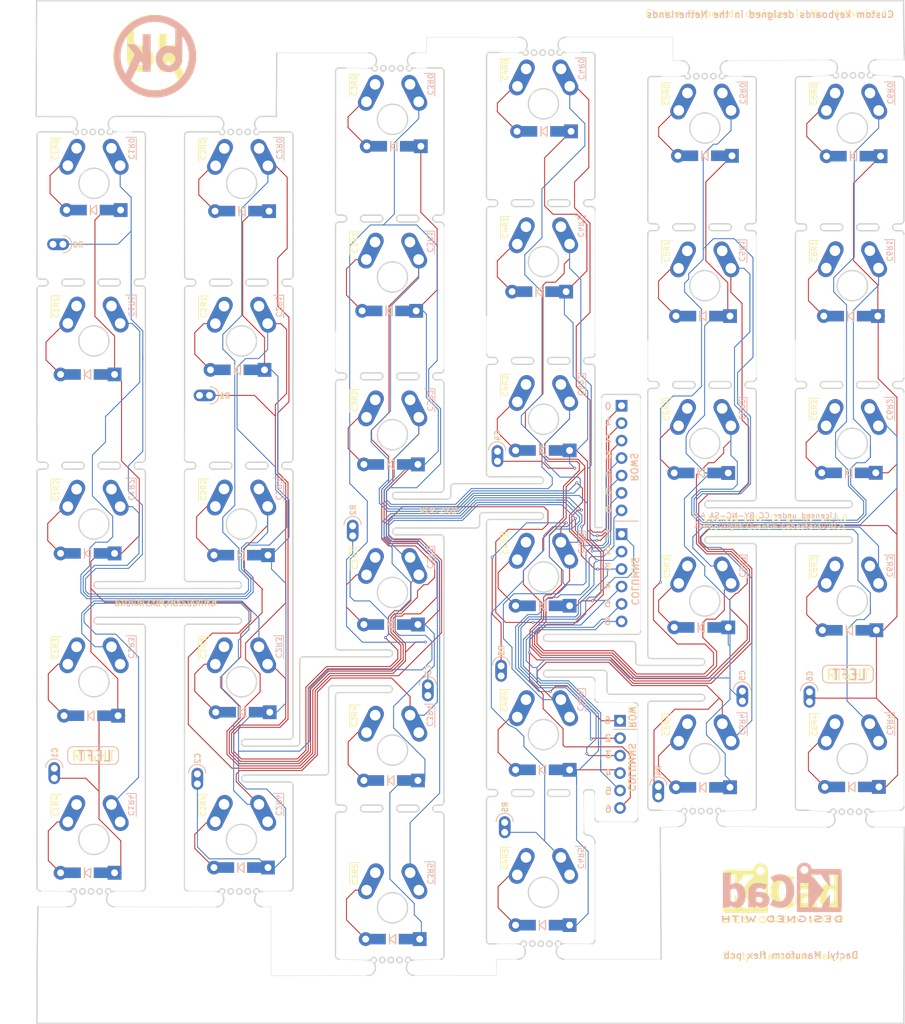
<source format=kicad_pcb>
(kicad_pcb (version 20211014) (generator pcbnew)
  (layers (0 "F.Cu" signal) (31 "B.Cu" signal) (34 "B.Paste" user) (35 "F.Paste" user) (36 "B.SilkS" user "B.Silkscreen") (37 "F.SilkS" user "F.Silkscreen") (38 "B.Mask" user) (39 "F.Mask" user) (44 "Edge.Cuts" user))
  (net 0 "")
  (net 1 "Net-(D1-Pad2)")
  (net 2 "col1")
  (net 3 "Net-(D2-Pad2)")
  (net 4 "Net-(D3-Pad2)")
  (net 5 "Net-(D4-Pad2)")
  (net 6 "Net-(D5-Pad2)")
  (net 7 "col2")
  (net 8 "Net-(D6-Pad2)")
  (net 9 "Net-(D7-Pad2)")
  (net 10 "Net-(D8-Pad2)")
  (net 11 "Net-(D9-Pad2)")
  (net 12 "col3")
  (net 13 "Net-(D10-Pad2)")
  (net 14 "Net-(D11-Pad2)")
  (net 15 "Net-(D12-Pad2)")
  (net 16 "Net-(D13-Pad2)")
  (net 17 "Net-(D14-Pad2)")
  (net 18 "col4")
  (net 19 "Net-(D15-Pad2)")
  (net 20 "Net-(D16-Pad2)")
  (net 21 "Net-(D17-Pad2)")
  (net 22 "Net-(D18-Pad2)")
  (net 23 "Net-(D19-Pad2)")
  (net 24 "col5")
  (net 25 "Net-(D20-Pad2)")
  (net 26 "Net-(D21-Pad2)")
  (net 27 "Net-(D22-Pad2)")
  (net 28 "Net-(D23-Pad2)")
  (net 29 "col6")
  (net 30 "Net-(D24-Pad2)")
  (net 31 "Net-(D25-Pad2)")
  (net 32 "Net-(D26-Pad2)")
  (net 33 "row1")
  (net 34 "row3")
  (net 35 "row2")
  (net 36 "row4")
  (net 37 "row5")
  (net 38 "Net-(D27-Pad2)")
  (net 39 "Net-(D28-Pad2)")
  (net 40 "Net-(D29-Pad2)")
  (net 41 "Net-(D30-Pad2)")
  (net 42 "Net-(D31-Pad2)")
  (net 43 "Net-(D32-Pad2)")
  (net 44 "row0")
  (net 45 "row6")
  (footprint "customs2:SolderWire-0.15sqmm_1x01_D0.5mm_OD1.5mm" (layer "F.Cu") (at 37.7627 38.565906)
    (fp_text reference "J3" hide)
    (fp_text value "Conn_01x02_Female")
  )
  (footprint "customs2:SolderWire-0.15sqmm_1x01_D0.5mm_OD1.5mm" (layer "F.Cu") (at 58.8002 117.1144 90)
    (fp_text reference "J10" hide)
    (fp_text value "Conn_01x02_Female")
  )
  (footprint "LOGO" (layer "F.Cu") (at 143.987835 133.044336)
    (fp_text reference "G***" hide)
    (fp_text value "LOGO" hide)
  )
  (footprint "custom:Diode_TH_SOD123" (layer "F.Cu") (at 114.26 22.13 180)
    (fp_text reference "D30" hide)
    (fp_text value "D")
  )
  (footprint "customs2:SolderWire-0.15sqmm_1x01_D0.5mm_OD1.5mm" (layer "F.Cu") (at 147.9752 105.1644 90)
    (fp_text reference "J15" hide)
    (fp_text value "Conn_01x02_Female")
  )
  (footprint "customs2:SolderWire-0.15sqmm_1x01_D0.5mm_OD1.5mm" (layer "F.Cu") (at 138.2002 105.0644 90)
    (fp_text reference "J13" hide)
    (fp_text value "Conn_01x02_Female")
  )
  (footprint "customs2:SolderWire-0.15sqmm_1x01_D0.5mm_OD1.5mm" (layer "F.Cu") (at 37.9502 116.2894 90)
    (fp_text reference "J9" hide)
    (fp_text value "Conn_01x02_Female")
  )
  (footprint "Connector_PinSocket_2.54mm:PinSocket_1x07_P2.54mm_Vertical" (layer "F.Cu") (at 120.6002 62.0644)
    (fp_text reference "J2" hide)
    (fp_text value "Conn_01x07_Female")
  )
  (footprint "customs2:SolderWire-0.15sqmm_1x01_D0.5mm_OD1.5mm" (layer "F.Cu") (at 59.1127 60.565906)
    (fp_text reference "J4" hide)
    (fp_text value "Conn_01x02_Female")
  )
  (footprint "custom:Diode_TH_SOD123" (layer "F.Cu") (at 92.37 24.3 180)
    (fp_text reference "D29" hide)
    (fp_text value "D")
  )
  (footprint "custom:Diode_TH_SOD123" (layer "F.Cu") (at 70.26 33.741506 180)
    (fp_text reference "D28" hide)
    (fp_text value "D")
  )
  (footprint "customs2:SolderWire-0.15sqmm_1x01_D0.5mm_OD1.5mm" (layer "F.Cu") (at 92.3752 104.2519 90)
    (fp_text reference "J11" hide)
    (fp_text value "Conn_01x02_Female")
  )
  (footprint "Connector_PinSocket_2.54mm:PinSocket_1x06_P2.54mm_Vertical" (layer "F.Cu") (at 120.3752 107.9144)
    (fp_text reference "J1" hide)
    (fp_text value "Conn_01x06_Female")
  )
  (footprint "customs2:SolderWire-0.15sqmm_1x01_D0.5mm_OD1.5mm" (layer "F.Cu") (at 81.4252 81.0019 90)
    (fp_text reference "J5" hide)
    (fp_text value "Conn_01x02_Female")
  )
  (footprint "Connector_PinSocket_2.54mm:PinSocket_1x06_P2.54mm_Vertical" (layer "F.Cu") (at 120.6002 80.7644)
    (fp_text reference "J14" hide)
    (fp_text value "Conn_01x06_Female")
  )
  (footprint "custom:Diode_TH_SOD123" (layer "F.Cu") (at 48.63 33.581506 180)
    (fp_text reference "D27" hide)
    (fp_text value "D")
  )
  (footprint "customs2:SolderWire-0.15sqmm_1x01_D0.5mm_OD1.5mm" (layer "F.Cu") (at 103.0502 101.3894 90)
    (fp_text reference "J6" hide)
    (fp_text value "Conn_01x02_Female")
  )
  (footprint "customs2:SolderWire-0.15sqmm_1x01_D0.5mm_OD1.5mm" (layer "F.Cu") (at 103.5752 124.1644 90)
    (fp_text reference "J8" hide)
    (fp_text value "Conn_01x02_Female")
  )
  (footprint "customs2:SolderWire-0.15sqmm_1x01_D0.5mm_OD1.5mm" (layer "F.Cu") (at 102.5252 70.1519 90)
    (fp_text reference "J12" hide)
    (fp_text value "Conn_01x02_Female")
  )
  (footprint "customs2:SolderWire-0.15sqmm_1x01_D0.5mm_OD1.5mm" (layer "F.Cu") (at 125.9502 118.9394 90)
    (fp_text reference "J7" hide)
    (fp_text value "Conn_01x02_Female")
  )
  (footprint "custom:Diode_TH_SOD123" (layer "F.Cu") (at 159.35 25.75 180)
    (fp_text reference "D32" hide)
    (fp_text value "D")
  )
  (footprint "custom:Diode_TH_SOD123" (layer "F.Cu") (at 137.7 25.69 180)
    (fp_text reference "D31" hide)
    (fp_text value "D")
  )
  (footprint "LOGO" (layer "F.Cu") (at 52.5252 11.1644)
    (fp_text reference "G***" hide)
    (fp_text value "LOGO" hide)
  )
  (footprint "custom:Diode_TH_SOD123" (layer "B.Cu") (at 158.748 94.742 180)
    (fp_text reference "D25" hide)
    (fp_text value "D")
  )
  (footprint "custom:Diode_TH_SOD123" (layer "B.Cu") (at 137.16 94.3356 180)
    (fp_text reference "D21" hide)
    (fp_text value "D")
  )
  (footprint "custom:Diode_TH_SOD123" (layer "B.Cu") (at 92.202 139.7 180)
    (fp_text reference "D13" hide)
    (fp_text value "D")
  )
  (footprint "custom:SW_MX_reversible" (layer "B.Cu") (at 87.2474 112.185201 180)
    (fp_text reference "SW12" hide)
    (fp_text value "SW_Push")
  )
  (footprint "custom:Diode_TH_SOD123" (layer "B.Cu") (at 70.104 83.82 180)
    (fp_text reference "D6" hide)
    (fp_text value "D")
  )
  (footprint "custom:SW_MX_reversible" (layer "B.Cu") (at 65.2256 102.228401 180)
    (fp_text reference "SW7" hide)
    (fp_text value "SW_Push")
  )
  (footprint "custom:Diode_TH_SOD123" (layer "B.Cu") (at 113.538 45.466 180)
    (fp_text reference "D14" hide)
    (fp_text value "D")
  )
  (footprint "custom:SW_MX_reversible" (layer "B.Cu") (at 109.2184 87.013801 180)
    (fp_text reference "SW16" hide)
    (fp_text value "SW_Push")
  )
  (footprint "custom:SW_MX_reversible" (layer "B.Cu") (at 87.2562 135.114401 180)
    (fp_text reference "SW13" hide)
    (fp_text value "SW_Push")
  )
  (footprint "custom:SW_MX_reversible" (layer "B.Cu") (at 132.7404 90.4748 180)
    (fp_text reference "SW21" hide)
    (fp_text value "SW_Push")
  )
  (footprint "LOGO" (layer "B.Cu") (at 52.6252 11.2144 180)
    (fp_text reference "G***" hide)
    (fp_text value "LOGO" hide)
  )
  (footprint "custom:SW_MX_reversible" (layer "B.Cu") (at 87.24 20.37 180)
    (fp_text reference "SW29" hide)
    (fp_text value "SW_Push")
  )
  (footprint "custom:SW_MX_reversible" (layer "B.Cu") (at 87.2474 89.223601 180)
    (fp_text reference "SW11" hide)
    (fp_text value "SW_Push")
  )
  (footprint "custom:SW_MX_reversible" (layer "B.Cu") (at 132.715 44.6024 180)
    (fp_text reference "SW19" hide)
    (fp_text value "SW_Push")
  )
  (footprint "custom:Diode_TH_SOD123" (layer "B.Cu") (at 114.046 68.58 180)
    (fp_text reference "D15" hide)
    (fp_text value "D")
  )
  (footprint "custom:Diode_TH_SOD123" (layer "B.Cu") (at 69.596 56.848507 180)
    (fp_text reference "D5" hide)
    (fp_text value "D")
  )
  (footprint "custom:Diode_TH_SOD123" (layer "B.Cu") (at 91.948 116.614401 180)
    (fp_text reference "D12" hide)
    (fp_text value "D")
  )
  (footprint "custom:Diode_TH_SOD123" (layer "B.Cu") (at 114.046 115.062 180)
    (fp_text reference "D17" hide)
    (fp_text value "D")
  )
  (footprint "custom:Diode_TH_SOD123" (layer "B.Cu") (at 159.1056 117.5512 180)
    (fp_text reference "D26" hide)
    (fp_text value "D")
  )
  (footprint "custom:Diode_TH_SOD123" (layer "B.Cu") (at 114.046 137.668 180)
    (fp_text reference "D18" hide)
    (fp_text value "D")
  )
  (footprint "custom:Diode_TH_SOD123" (layer "B.Cu") (at 47.752 130.048 180)
    (fp_text reference "D4" hide)
    (fp_text value "D")
  )
  (footprint "custom:SW_MX_reversible" (layer "B.Cu") (at 132.74 21.63 180)
    (fp_text reference "SW31" hide)
    (fp_text value "SW_Push")
  )
  (footprint "custom:SW_MX_reversible" (layer "B.Cu") (at 109.2184 109.924601 180)
    (fp_text reference "SW17" hide)
    (fp_text value "SW_Push")
  )
  (footprint "custom:SW_MX_reversible" (layer "B.Cu") (at 43.74 29.671506 180)
    (fp_text reference "SW27" hide)
    (fp_text value "SW_Push")
  )
  (footprint "custom:Diode_TH_SOD123" (layer "B.Cu") (at 91.948 70.612 180)
    (fp_text reference "D10" hide)
    (fp_text value "D")
  )
  (footprint "custom:SW_MX_reversible" (layer "B.Cu") (at 65.2256 52.657507 180)
    (fp_text reference "SW5" hide)
    (fp_text value "SW_Push")
  )
  (footprint "custom:SW_MX_reversible" (layer "B.Cu") (at 109.2184 132.886201 180)
    (fp_text reference "SW18" hide)
    (fp_text value "SW_Push")
  )
  (footprint "custom:SW_MX_reversible" (layer "B.Cu") (at 87.222 43.325801 180)
    (fp_text reference "SW9" hide)
    (fp_text value "SW_Push")
  )
  (footprint "custom:SW_MX_reversible" (layer "B.Cu") (at 109.2184 41.090601 180)
    (fp_text reference "SW14" hide)
    (fp_text value "SW_Push")
  )
  (footprint "custom:SW_MX_reversible" (layer "B.Cu") (at 65.26 29.691506 180)
    (fp_text reference "SW28" hide)
    (fp_text value "SW_Push")
  )
  (footprint "custom:SW_MX_reversible" (layer "B.Cu") (at 109.2184 64.052201 180)
    (fp_text reference "SW15" hide)
    (fp_text value "SW_Push")
  )
  (footprint "custom:Diode_TH_SOD123" (layer "B.Cu") (at 91.948 93.914401 180)
    (fp_text reference "D11" hide)
    (fp_text value "D")
  )
  (footprint "custom:SW_MX_reversible" (layer "B.Cu") (at 154.25 21.64 180)
    (fp_text reference "SW32" hide)
    (fp_text value "SW_Push")
  )
  (footprint "custom:SW_MX_reversible" (layer "B.Cu") (at 43.7372 52.632107 180)
    (fp_text reference "SW1" hide)
    (fp_text value "SW_Push")
  )
  (footprint "custom:Diode_TH_SOD123" (layer "B.Cu") (at 137.158 71.8566 180)
    (fp_text reference "D20" hide)
    (fp_text value "D")
  )
  (footprint "custom:SW_MX_reversible" (layer "B.Cu") (at 154.2034 67.5386 180)
    (fp_text reference "SW24" hide)
    (fp_text value "SW_Push")
  )
  (footprint "custom:Diode_TH_SOD123" (layer "B.Cu") (at 70.358 106.68 180)
    (fp_text reference "D7" hide)
    (fp_text value "D")
  )
  (footprint "custom:Diode_TH_SOD123" (layer "B.Cu") (at 114.046 91.186 180)
    (fp_text reference "D16" hide)
    (fp_text value "D")
  )
  (footprint "custom:SW_MX_reversible" (layer "B.Cu") (at 65.2256 125.164601 180)
    (fp_text reference "SW8" hide)
    (fp_text value "SW_Push")
  )
  (footprint "custom:SW_MX_reversible" (layer "B.Cu") (at 87.2474 66.287401 180)
    (fp_text reference "SW10" hide)
    (fp_text value "SW_Push")
  )
  (footprint "custom:SW_MX_reversible" (layer "B.Cu") (at 154.2288 90.4748 180)
    (fp_text reference "SW25" hide)
    (fp_text value "SW_Push")
  )
  (footprint "custom:Diode_TH_SOD123" (layer "B.Cu") (at 47.752 83.566 180)
    (fp_text reference "D2" hide)
    (fp_text value "D")
  )
  (footprint "LOGO" (layer "B.Cu") (at 144.087835 132.944336 180)
    (fp_text reference "G***" hide)
    (fp_text value "LOGO" hide)
  )
  (footprint "custom:SW_MX_reversible" (layer "B.Cu") (at 154.2288 113.4364 180)
    (fp_text reference "SW26" hide)
    (fp_text value "SW_Push")
  )
  (footprint "custom:SW_MX_reversible" (layer "B.Cu") (at 132.715 67.5386 180)
    (fp_text reference "SW20" hide)
    (fp_text value "SW_Push")
  )
  (footprint "custom:SW_MX_reversible" (layer "B.Cu") (at 43.7372 79.292201 180)
    (fp_text reference "SW2" hide)
    (fp_text value "SW_Push")
  )
  (footprint "custom:SW_MX_reversible" (layer "B.Cu") (at 132.7404 113.4364 180)
    (fp_text reference "SW22" hide)
    (fp_text value "SW_Push")
  )
  (footprint "custom:SW_MX_reversible" (layer "B.Cu") (at 154.2288 44.577 180)
    (fp_text reference "SW23" hide)
    (fp_text value "SW_Push")
  )
  (footprint "custom:Diode_TH_SOD123" (layer "B.Cu") (at 137.414 49.022 180)
    (fp_text reference "D19" hide)
    (fp_text value "D")
  )
  (footprint "custom:SW_MX_reversible" (layer "B.Cu") (at 109.24 18.12 180)
    (fp_text reference "SW30" hide)
    (fp_text value "SW_Push")
  )
  (footprint "custom:Diode_TH_SOD123" (layer "B.Cu") (at 47.752 57.515506 180)
    (fp_text reference "D1" hide)
    (fp_text value "D")
  )
  (footprint "custom:Diode_TH_SOD123" (layer "B.Cu") (at 91.694 48.26 180)
    (fp_text reference "D9" hide)
    (fp_text value "D")
  )
  (footprint "custom:Diode_TH_SOD123" (layer "B.Cu") (at 158.9532 49.022 180)
    (fp_text reference "D23" hide)
    (fp_text value "D")
  )
  (footprint "custom:SW_MX_reversible" (layer "B.Cu") (at 65.2256 79.266801 180)
    (fp_text reference "SW6" hide)
    (fp_text value "SW_Push")
  )
  (footprint "custom:Diode_TH_SOD123" (layer "B.Cu") (at 158.6484 71.8312 180)
    (fp_text reference "D24" hide)
    (fp_text value "D")
  )
  (footprint "custom:Diode_TH_SOD123" (layer "B.Cu") (at 48.26 107.188 180)
    (fp_text reference "D3" hide)
    (fp_text value "D")
  )
  (footprint "custom:SW_MX_reversible" (layer "B.Cu") (at 43.7372 102.228401 180)
    (fp_text reference "SW3" hide)
    (fp_text value "SW_Push")
  )
  (footprint "custom:Diode_TH_SOD123" (layer "B.Cu") (at 70.104 129.286 180)
    (fp_text reference "D8" hide)
    (fp_text value "D")
  )
  (footprint "custom:SW_MX_reversible" (layer "B.Cu") (at 43.7372 125.190001 180)
    (fp_text reference "SW4" hide)
    (fp_text value "SW_Push")
  )
  (footprint "custom:Diode_TH_SOD123" (layer "B.Cu") (at 137.414 117.602 180)
    (fp_text reference "D22" hide)
    (fp_text value "D")
  )
  (gr_line (start 157.281088 101.63351) (end 157.281088 100.614399) (layer "B.SilkS") (width 0.12))
  (gr_arc (start 39.276241 37.314886) (mid 40.500449 38.565385) (end 39.2752 39.814863) (layer "B.SilkS") (width 0.12))
  (gr_arc (start 101.224701 68.538608) (mid 102.4752 67.3144) (end 103.724678 68.539649) (layer "B.SilkS") (width 0.12))
  (gr_arc (start 36.699701 114.713608) (mid 37.9502 113.4894) (end 39.199678 114.714649) (layer "B.SilkS") (width 0.12))
  (gr_line (start 47.306088 113.48351) (end 47.306088 112.464399) (layer "B.SilkS") (width 0.12))
  (gr_arc (start 136.89918 103.463358) (mid 138.149679 102.23915) (end 139.399157 103.464399) (layer "B.SilkS") (width 0.12))
  (gr_arc (start 40.68501 114.264399) (mid 40.141758 114.033611) (end 39.904121 113.493321) (layer "B.SilkS") (width 0.12))
  (gr_line (start 156.48501 102.4144) (end 150.66001 102.414399) (layer "B.SilkS") (width 0.12))
  (gr_arc (start 149.879121 100.62421) (mid 150.118791 100.072316) (end 150.675199 99.84332) (layer "B.SilkS") (width 0.12))
  (gr_arc (start 80.17418 79.388358) (mid 81.424679 78.16415) (end 82.674157 79.389399) (layer "B.SilkS") (width 0.12))
  (gr_arc (start 124.69918 117.313358) (mid 125.949679 116.08915) (end 127.199157 117.314399) (layer "B.SilkS") (width 0.12))
  (gr_arc (start 47.306088 113.48351) (mid 47.066418 114.035404) (end 46.51001 114.2644) (layer "B.SilkS") (width 0.12))
  (gr_line (start 150.675199 99.843321) (end 156.500199 99.843321) (layer "B.SilkS") (width 0.12))
  (gr_arc (start 146.69918 103.563358) (mid 147.949679 102.33915) (end 149.199157 103.564399) (layer "B.SilkS") (width 0.12))
  (gr_arc (start 102.32418 122.613358) (mid 103.574679 121.38915) (end 104.824157 122.614399) (layer "B.SilkS") (width 0.12))
  (gr_line (start 149.879121 100.62421) (end 149.879121 101.643321) (layer "B.SilkS") (width 0.12))
  (gr_line (start 119.6752 78.8644) (end 123.0752 78.8644) (layer "B.SilkS") (width 0.12))
  (gr_arc (start 150.66001 102.414399) (mid 150.116758 102.183611) (end 149.879121 101.643321) (layer "B.SilkS") (width 0.12))
  (gr_arc (start 60.675992 59.315407) (mid 61.9002 60.565906) (end 60.674951 61.815384) (layer "B.SilkS") (width 0.12))
  (gr_arc (start 57.524701 115.513608) (mid 58.7752 114.2894) (end 60.024678 115.514649) (layer "B.SilkS") (width 0.12))
  (gr_arc (start 157.281088 101.63351) (mid 157.041418 102.185404) (end 156.48501 102.4144) (layer "B.SilkS") (width 0.12))
  (gr_line (start 40.700199 111.693321) (end 46.525199 111.693321) (layer "B.SilkS") (width 0.12))
  (gr_line (start 39.904121 112.47421) (end 39.904121 113.493321) (layer "B.SilkS") (width 0.12))
  (gr_arc (start 101.79918 99.813358) (mid 103.049679 98.58915) (end 104.299157 99.814399) (layer "B.SilkS") (width 0.12))
  (gr_line (start 119.4252 109.1644) (end 122.8252 109.1644) (layer "B.SilkS") (width 0.12))
  (gr_arc (start 46.525199 111.693321) (mid 47.068451 111.924109) (end 47.306088 112.464399) (layer "B.SilkS") (width 0.12))
  (gr_arc (start 39.904121 112.47421) (mid 40.143791 111.922316) (end 40.700199 111.69332) (layer "B.SilkS") (width 0.12))
  (gr_arc (start 156.500199 99.843321) (mid 157.043451 100.074109) (end 157.281088 100.614399) (layer "B.SilkS") (width 0.12))
  (gr_arc (start 91.124701 102.713608) (mid 92.3752 101.4894) (end 93.624678 102.714649) (layer "B.SilkS") (width 0.12))
  (gr_line (start 46.51001 114.2644) (end 40.68501 114.264399) (layer "B.SilkS") (width 0.12))
  (gr_arc (start 101.800201 99.814399) (mid 103.049679 98.58915) (end 104.300178 99.813358) (layer "F.SilkS") (width 0.12))
  (gr_line (start 157.246278 100.620289) (end 157.246278 101.6394) (layer "F.SilkS") (width 0.12))
  (gr_arc (start 149.844311 100.610478) (mid 150.081949 100.070188) (end 150.6252 99.8394) (layer "F.SilkS") (width 0.12))
  (gr_line (start 39.904122 113.48351) (end 39.904122 112.464399) (layer "F.SilkS") (width 0.12))
  (gr_arc (start 150.640389 102.410479) (mid 150.083981 102.181483) (end 149.844311 101.629589) (layer "F.SilkS") (width 0.12))
  (gr_line (start 40.7002 114.2644) (end 46.5252 114.264399) (layer "F.SilkS") (width 0.12))
  (gr_arc (start 57.525722 115.514649) (mid 58.7752 114.2894) (end 60.025699 115.513608) (layer "F.SilkS") (width 0.12))
  (gr_line (start 47.306089 112.47421) (end 47.306089 113.493321) (layer "F.SilkS") (width 0.12))
  (gr_arc (start 157.246278 101.6394) (mid 157.00864 102.17969) (end 156.465389 102.410478) (layer "F.SilkS") (width 0.12))
  (gr_arc (start 102.325201 122.614399) (mid 103.574679 121.38915) (end 104.825178 122.613358) (layer "F.SilkS") (width 0.12))
  (gr_arc (start 156.4502 99.839399) (mid 157.006608 100.068395) (end 157.246278 100.620289) (layer "F.SilkS") (width 0.12))
  (gr_arc (start 146.700201 103.564399) (mid 147.949679 102.33915) (end 149.200178 103.563358) (layer "F.SilkS") (width 0.12))
  (gr_arc (start 60.674951 59.316428) (mid 61.9002 60.565906) (end 60.675992 61.816405) (layer "F.SilkS") (width 0.12))
  (gr_arc (start 136.900201 103.464399) (mid 138.149679 102.23915) (end 139.400178 103.463358) (layer "F.SilkS") (width 0.12))
  (gr_line (start 46.510011 111.693321) (end 40.685011 111.693321) (layer "F.SilkS") (width 0.12))
  (gr_arc (start 80.175201 79.389399) (mid 81.424679 78.16415) (end 82.675178 79.388358) (layer "F.SilkS") (width 0.12))
  (gr_line (start 150.640389 102.410479) (end 156.465389 102.410478) (layer "F.SilkS") (width 0.12))
  (gr_arc (start 36.700722 114.714649) (mid 37.9502 113.4894) (end 39.200699 114.713608) (layer "F.SilkS") (width 0.12))
  (gr_arc (start 47.306089 113.493321) (mid 47.068451 114.033611) (end 46.5252 114.264399) (layer "F.SilkS") (width 0.12))
  (gr_line (start 149.844311 101.629589) (end 149.844311 100.610478) (layer "F.SilkS") (width 0.12))
  (gr_arc (start 101.225722 68.539649) (mid 102.4752 67.3144) (end 103.725699 68.538608) (layer "F.SilkS") (width 0.12))
  (gr_line (start 156.4502 99.8394) (end 150.6252 99.8394) (layer "F.SilkS") (width 0.12))
  (gr_arc (start 124.700201 117.314399) (mid 125.949679 116.08915) (end 127.200178 117.313358) (layer "F.SilkS") (width 0.12))
  (gr_arc (start 46.510011 111.69332) (mid 47.066419 111.922316) (end 47.306089 112.47421) (layer "F.SilkS") (width 0.12))
  (gr_arc (start 40.7002 114.2644) (mid 40.143792 114.035404) (end 39.904122 113.48351) (layer "F.SilkS") (width 0.12))
  (gr_arc (start 39.904122 112.464399) (mid 40.14176 111.924109) (end 40.685011 111.693321) (layer "F.SilkS") (width 0.12))
  (gr_line (start 123.0752 78.8644) (end 119.6752 78.8644) (layer "F.SilkS") (width 0.12))
  (gr_arc (start 39.2752 37.315907) (mid 40.500449 38.565385) (end 39.276241 39.815884) (layer "F.SilkS") (width 0.12))
  (gr_line (start 122.8252 109.1644) (end 119.4252 109.1644) (layer "F.SilkS") (width 0.12))
  (gr_arc (start 91.125722 102.714649) (mid 92.3752 101.4894) (end 93.625699 102.713608) (layer "F.SilkS") (width 0.12))
  (gr_line (start 161.6752 3.1144) (end 35.3752 3.1144) (layer "Edge.Cuts") (width 0.2))
  (gr_arc (start 79.4222 57.290401) (mid 79.068647 57.143954) (end 78.9222 56.790401) (layer "Edge.Cuts") (width 0.2))
  (gr_line (start 72.24 44.641507) (end 71.606666 44.641506) (layer "Edge.Cuts") (width 0.2))
  (gr_arc (start 90.033324 12.840939) (mid 89.404771 13.270713) (end 89.664103 12.5548) (layer "Edge.Cuts") (width 0.2))
  (gr_line (start 78.93 13.4) (end 78.92 33.83) (layer "Edge.Cuts") (width 0.2))
  (gr_line (start 83.77088 10.719167) (end 70.3658 10.716985) (layer "Edge.Cuts") (width 0.05))
  (gr_line (start 72.7222 110.1154) (end 72.722201 71.790401) (layer "Edge.Cuts") (width 0.2))
  (gr_arc (start 118.9722 104.0654) (mid 118.618647 103.918953) (end 118.4722 103.5654) (layer "Edge.Cuts") (width 0.2))
  (gr_line (start 94.2222 142.640399) (end 90.372187 142.734037) (layer "Edge.Cuts") (width 0.05))
  (gr_arc (start 100.922201 79.115401) (mid 101.068648 78.761848) (end 101.422201 78.615401) (layer "Edge.Cuts") (width 0.2))
  (gr_circle (center 87.22 20.380001) (end 89.42 20.380001) (layer "Edge.Cuts") (width 0.2) (fill none))
  (gr_line (start 80.055534 120.1904) (end 79.4222 120.1904) (layer "Edge.Cuts") (width 0.2))
  (gr_circle (center 154.2222 113.440399) (end 156.4222 113.440399) (layer "Edge.Cuts") (width 0.2) (fill none))
  (gr_line (start 64.722201 92.8654) (end 44.2222 92.8654) (layer "Edge.Cuts") (width 0.2))
  (gr_arc (start 35.9222 70.2904) (mid 35.568647 70.143953) (end 35.4222 69.7904) (layer "Edge.Cuts") (width 0.2))
  (gr_arc (start 110.322199 118.9404) (mid 109.822199 118.4404) (end 110.322199 117.9404) (layer "Edge.Cuts") (width 0.2))
  (gr_arc (start 56.93 22.701505) (mid 57.076447 22.347952) (end 57.430001 22.201506) (layer "Edge.Cuts") (width 0.2))
  (gr_arc (start 107.322202 55.040401) (mid 107.822201 55.540402) (end 107.3222 56.040401) (layer "Edge.Cuts") (width 0.2))
  (gr_circle (center 154.310607 13.97709) (end 154.710607 13.97709) (layer "Edge.Cuts") (width 0.2) (fill none))
  (gr_arc (start 105.719684 8.433167) (mid 106.741007 9.082209) (end 106.582909 10.281943) (layer "Edge.Cuts") (width 0.2))
  (gr_line (start 87.7222 75.665401) (end 95.2222 75.6654) (layer "Edge.Cuts") (width 0.2))
  (gr_arc (start 84.265885 12.855369) (mid 84.026803 12.940125) (end 83.774809 12.969162) (layer "Edge.Cuts") (width 0.2))
  (gr_arc (start 51.222201 132.190399) (mid 51.075754 132.543952) (end 50.722201 132.690399) (layer "Edge.Cuts") (width 0.2))
  (gr_arc (start 94.7222 56.790401) (mid 94.575753 57.143954) (end 94.2222 57.290401) (layer "Edge.Cuts") (width 0.2))
  (gr_line (start 35.93 22.201506) (end 37.365334 22.201507) (layer "Edge.Cuts") (width 0.2))
  (gr_circle (center 87.2222 112.1904) (end 89.4222 112.1904) (layer "Edge.Cuts") (width 0.2) (fill none))
  (gr_arc (start 132.7222 99.3654) (mid 132.575753 99.718953) (end 132.2222 99.8654) (layer "Edge.Cuts") (width 0.2))
  (gr_arc (start 63.322201 70.2904) (mid 63.822201 70.7904) (end 63.322201 71.2904) (layer "Edge.Cuts") (width 0.2))
  (gr_line (start 138.294666 14.15) (end 136.095598 14.093632) (layer "Edge.Cuts") (width 0.05))
  (gr_line (start 78.9222 119.6904) (end 78.9222 104.315401) (layer "Edge.Cuts") (width 0.2))
  (gr_circle (center 110.091191 140.372329) (end 109.691191 140.372329) (layer "Edge.Cuts") (width 0.2) (fill none))
  (gr_arc (start 136.095598 14.093632) (mid 135.843505 14.065475) (end 135.604128 13.981554) (layer "Edge.Cuts") (width 0.2))
  (gr_line (start 102.053333 32.08) (end 101.42 32.08) (layer "Edge.Cuts") (width 0.2))
  (gr_line (start 117.9722 100.5654) (end 109.7222 100.565401) (layer "Edge.Cuts") (width 0.2))
  (gr_circle (center 154.23 21.650001) (end 156.43 21.650001) (layer "Edge.Cuts") (width 0.2) (fill none))
  (gr_arc (start 51.22 43.131507) (mid 51.073553 43.48506) (end 50.72 43.631507) (layer "Edge.Cuts") (width 0.2))
  (gr_line (start 90.376116 144.984032) (end 102.362 144.986214) (layer "Edge.Cuts") (width 0.05))
  (gr_line (start 68.273678 19.958518) (end 70.294667 19.960709) (layer "Edge.Cuts") (width 0.2))
  (gr_line (start 116.6876 104.739601) (end 116.7222 102.065401) (layer "Edge.Cuts") (width 0.05))
  (gr_line (start 68.588867 71.2904) (end 66.322201 71.290401) (layer "Edge.Cuts") (width 0.2))
  (gr_line (start 70.294667 22.201507) (end 68.277604 22.208514) (layer "Edge.Cuts") (width 0.2))
  (gr_line (start 147.063333 35.6) (end 146.43 35.6) (layer "Edge.Cuts") (width 0.2))
  (gr_line (start 128.834202 121.078583) (end 126.357533 120.940399) (layer "Edge.Cuts") (width 0.05))
  (gr_arc (start 50.088867 71.2904) (mid 49.588867 70.7904) (end 50.088867 70.2904) (layer "Edge.Cuts") (width 0.2))
  (gr_arc (start 139.7222 82.1154) (mid 140.075753 82.261847) (end 140.2222 82.6154) (layer "Edge.Cuts") (width 0.2))
  (gr_line (start 64.722201 87.6654) (end 57.422201 87.6654) (layer "Edge.Cuts") (width 0.2))
  (gr_arc (start 64.722202 92.8654) (mid 65.075755 93.011847) (end 65.222201 93.365401) (layer "Edge.Cuts") (width 0.2))
  (gr_arc (start 153.7222 81.1154) (mid 154.075753 81.261847) (end 154.2222 81.6154) (layer "Edge.Cuts") (width 0.2))
  (gr_circle (center 109.2222 86.9904) (end 111.4222 86.9904) (layer "Edge.Cuts") (width 0.2) (fill none))
  (gr_line (start 90.586666 34.330001) (end 88.32 34.33) (layer "Edge.Cuts") (width 0.2))
  (gr_circle (center 66.152604 22.214414) (end 66.552604 22.214414) (layer "Edge.Cuts") (width 0.2) (fill none))
  (gr_line (start 124.9222 36.590001) (end 125.555533 36.590001) (layer "Edge.Cuts") (width 0.2))
  (gr_line (start 109.722199 95.3654) (end 116.2222 95.365401) (layer "Edge.Cuts") (width 0.2))
  (gr_arc (start 90.588867 57.2904) (mid 91.088867 57.7904) (end 90.588867 58.2904) (layer "Edge.Cuts") (width 0.2))
  (gr_arc (start 135.588116 123.312433) (mid 134.566793 122.663391) (end 134.724891 121.463657) (layer "Edge.Cuts") (width 0.2))
  (gr_line (start 85.322201 58.290401) (end 83.055534 58.2904) (layer "Edge.Cuts") (width 0.2))
  (gr_arc (start 87.7222 75.665402) (mid 87.222199 75.165401) (end 87.7222 74.6654) (layer "Edge.Cuts") (width 0.2))
  (gr_arc (start 46.688116 134.996433) (mid 45.666793 134.347391) (end 45.824891 133.147657) (layer "Edge.Cuts") (width 0.2))
  (gr_arc (start 50.722201 71.2904) (mid 51.075754 71.436847) (end 51.222201 71.7904) (layer "Edge.Cuts") (width 0.2))
  (gr_arc (start 65.722201 116.815399) (mid 65.222201 116.315399) (end 65.722201 115.815399) (layer "Edge.Cuts") (width 0.2))
  (gr_arc (start 105.053333 33.08) (mid 104.553333 32.58) (end 105.053333 32.08) (layer "Edge.Cuts") (width 0.2))
  (gr_line (start 105.719684 8.433167) (end 92.2098 8.430985) (layer "Edge.Cuts") (width 0.05))
  (gr_line (start 64.722201 88.6654) (end 44.222201 88.665401) (layer "Edge.Cuts") (width 0.2))
  (gr_arc (start 139.088866 59.5404) (mid 138.588866 59.0404) (end 139.088866 58.5404) (layer "Edge.Cuts") (width 0.2))
  (gr_arc (start 117.675201 60.917953) (mid 117.855785 60.561459) (end 118.228753 60.417953) (layer "Edge.Cuts") (width 0.2))
  (gr_line (start 94.22 35.330001) (end 93.586666 35.33) (layer "Edge.Cuts") (width 0.2))
  (gr_arc (start 71.606666 44.641505) (mid 71.106667 44.141506) (end 71.606666 43.641507) (layer "Edge.Cuts") (width 0.2))
  (gr_arc (start 44.2222 88.665401) (mid 43.7222 88.165401) (end 44.2222 87.665401) (layer "Edge.Cuts") (width 0.2))
  (gr_line (start 116.2222 56.040401) (end 115.588866 56.0404) (layer "Edge.Cuts") (width 0.2))
  (gr_arc (start 46.448726 22.080119) (mid 45.820173 22.509893) (end 46.079505 21.79398) (layer "Edge.Cuts") (width 0.2))
  (gr_arc (start 136.088866 58.540401) (mid 136.588866 59.040401) (end 136.088866 59.540401) (layer "Edge.Cuts") (width 0.2))
  (gr_line (start 139.7222 82.1154) (end 133.2222 82.1154) (layer "Edge.Cuts") (width 0.2))
  (gr_line (start 153.7222 75.9154) (end 146.422199 75.9154) (layer "Edge.Cuts") (width 0.2))
  (gr_line (start 128.555533 58.5404) (end 130.822198 58.5404) (layer "Edge.Cuts") (width 0.2))
  (gr_arc (start 101.4222 72.4154) (mid 101.068647 72.268953) (end 100.9222 71.9154) (layer "Edge.Cuts") (width 0.2))
  (gr_arc (start 61.523684 19.974674) (mid 62.545007 20.623716) (end 62.386909 21.82345) (layer "Edge.Cuts") (width 0.2))
  (gr_arc (start 109.7222 101.565401) (mid 109.2222 101.065401) (end 109.7222 100.565401) (layer "Edge.Cuts") (width 0.2))
  (gr_arc (start 105.055534 56.040399) (mid 104.555535 55.5404) (end 105.055534 55.040401) (layer "Edge.Cuts") (width 0.2))
  (gr_arc (start 139.7222 36.590001) (mid 140.075753 36.736448) (end 140.2222 37.090001) (layer "Edge.Cuts") (width 0.2))
  (gr_arc (start 62.018689 22.110876) (mid 61.779607 22.195632) (end 61.527613 22.224669) (layer "Edge.Cuts") (width 0.2))
  (gr_arc (start 45.824891 133.147656) (mid 45.563063 132.432653) (end 46.193111 132.860231) (layer "Edge.Cuts") (width 0.2))
  (gr_line (start 66.322201 70.290401) (end 68.588867 70.290401) (layer "Edge.Cuts") (width 0.2))
  (gr_circle (center 43.7222 79.290401) (end 45.9222 79.290401) (layer "Edge.Cuts") (width 0.2) (fill none))
  (gr_line (start 99.9222 78.1154) (end 99.9222 79.3654) (layer "Edge.Cuts") (width 0.2))
  (gr_line (start 40.187684 19.974674) (end 35.3138 19.972491) (layer "Edge.Cuts") (width 0.2))
  (gr_line (start 114.794666 10.650001) (end 116.23 10.65) (layer "Edge.Cuts") (width 0.2))
  (gr_arc (start 115.622199 124.5644) (mid 115.268646 124.417953) (end 115.122199 124.0644) (layer "Edge.Cuts") (width 0.2))
  (gr_line (start 122.1722 96.3654) (end 109.722199 96.365401) (layer "Edge.Cuts") (width 0.2))
  (gr_arc (start 99.922201 78.115402) (mid 100.068647 77.761848) (end 100.4222 77.615401) (layer "Edge.Cuts") (width 0.2))
  (gr_line (start 58.055534 70.2904) (end 57.4222 70.2904) (layer "Edge.Cuts") (width 0.2))
  (gr_arc (start 139.73 14.15) (mid 140.083553 14.296447) (end 140.23 14.65) (layer "Edge.Cuts") (width 0.2))
  (gr_line (start 57.4222 93.865401) (end 64.722201 93.865401) (layer "Edge.Cuts") (width 0.2))
  (gr_line (start 102.865334 10.650001) (end 101.43 10.65) (layer "Edge.Cuts") (width 0.2))
  (gr_line (start 140.2222 35.090001) (end 140.23 14.65) (layer "Edge.Cuts") (width 0.2))
  (gr_line (start 116.1722 117.970399) (end 115.538867 117.970399) (layer "Edge.Cuts") (width 0.2))
  (gr_line (start 110.32 33.080001) (end 112.586666 33.080001) (layer "Edge.Cuts") (width 0.2))
  (gr_line (start 47.086666 43.631507) (end 44.82 43.631506) (layer "Edge.Cuts") (width 0.2))
  (gr_arc (start 109.722201 96.365402) (mid 109.222199 95.865402) (end 109.722199 95.3654) (layer "Edge.Cuts") (width 0.2))
  (gr_line (start 83.622201 142.750183) (end 79.4222 142.640399) (layer "Edge.Cuts") (width 0.05))
  (gr_circle (center 132.73 21.650001) (end 134.93 21.650001) (layer "Edge.Cuts") (width 0.2) (fill none))
  (gr_arc (start 78.9222 121.690399) (mid 79.068647 121.336846) (end 79.4222 121.190399) (layer "Edge.Cuts") (width 0.2))
  (gr_line (start 150.063333 36.6) (end 152.33 36.600001) (layer "Edge.Cuts") (width 0.2))
  (gr_circle (center 44.559191 132.752329) (end 44.159191 132.752329) (layer "Edge.Cuts") (width 0.2) (fill none))
  (gr_line (start 116.222199 140.3904) (end 112.216187 140.366438) (layer "Edge.Cuts") (width 0.05))
  (gr_arc (start 116.23 10.65) (mid 116.583553 10.796447) (end 116.73 11.15) (layer "Edge.Cuts") (width 0.2))
  (gr_line (start 86.710285 102.8154) (end 78.4222 102.815401) (layer "Edge.Cuts") (width 0.2))
  (gr_line (start 140.2222 82.6154) (end 140.2222 120.440399) (layer "Edge.Cuts") (width 0.2))
  (gr_arc (start 160.588866 59.540399) (mid 160.088867 59.0404) (end 160.588866 58.540401) (layer "Edge.Cuts") (width 0.2))
  (gr_arc (start 47.086666 43.631507) (mid 47.586666 44.131507) (end 47.086666 44.631507) (layer "Edge.Cuts") (width 0.2))
  (gr_line (start 122.468801 122.644398) (end 117.2316 122.619599) (layer "Edge.Cuts") (width 0.05))
  (gr_circle (center 43.722201 125.190399) (end 45.922201 125.190399) (layer "Edge.Cuts") (width 0.2) (fill none))
  (gr_arc (start 133.8222 59.540399) (mid 133.322201 59.0404) (end 133.8222 58.540401) (layer "Edge.Cuts") (width 0.2))
  (gr_arc (start 108.722201 72.415401) (mid 109.075754 72.561847) (end 109.2222 72.9154) (layer "Edge.Cuts") (width 0.2))
  (gr_arc (start 39.555534 71.290401) (mid 39.055534 70.790401) (end 39.555534 70.290401) (layer "Edge.Cuts") (width 0.2))
  (gr_arc (start 83.055534 58.290399) (mid 82.555535 57.7904) (end 83.055534 57.290401) (layer "Edge.Cuts") (width 0.2))
  (gr_circle (center 132.7222 113.440399) (end 134.9222 113.440399) (layer "Edge.Cuts") (width 0.2) (fill none))
  (gr_line (start 129.345613 14.109777) (end 126.365333 14.15) (layer "Edge.Cuts") (width 0.05))
  (gr_line (start 108.7222 77.6154) (end 100.4222 77.6154) (layer "Edge.Cuts") (width 0.2))
  (gr_arc (start 51.2222 69.7904) (mid 51.075753 70.143953) (end 50.7222 70.2904) (layer "Edge.Cuts") (width 0.2))
  (gr_arc (start 84.482893 143.148399) (mid 84.645178 144.347574) (end 83.626127 145.000179) (layer "Edge.Cuts") (width 0.2))
  (gr_line (start 155.3222 59.540401) (end 157.588866 59.540401) (layer "Edge.Cuts") (width 0.2))
  (gr_arc (start 89.512891 143.135255) (mid 89.251063 142.420252) (end 89.881111 142.84783) (layer "Edge.Cuts") (width 0.2))
  (gr_arc (start 50.086666 44.631505) (mid 49.586667 44.131506) (end 50.086666 43.631507) (layer "Edge.Cuts") (width 0.2))
  (gr_circle (center 153.060609 13.979271) (end 153.460609 13.979271) (layer "Edge.Cuts") (width 0.2) (fill none))
  (gr_arc (start 78.9222 104.315401) (mid 79.068647 103.961848) (end 79.4222 103.815401) (layer "Edge.Cuts") (width 0.2))
  (gr_line (start 161.798 123.404286) (end 161.7222 151.9644) (layer "Edge.Cuts") (width 0.2))
  (gr_arc (start 129.325672 121.190661) (mid 129.954225 120.760887) (end 129.694893 121.4768) (layer "Edge.Cuts") (width 0.2))
  (gr_line (start 140.2222 60.0404) (end 140.2222 75.4154) (layer "Edge.Cuts") (width 0.2))
  (gr_line (start 70.294667 22.201507) (end 72.230001 22.201506) (layer "Edge.Cuts") (width 0.2))
  (gr_line (start 56.9222 94.365401) (end 56.9222 132.1904) (layer "Edge.Cuts") (width 0.2))
  (gr_line (start 94.72 33.830001) (end 94.73 13.4) (layer "Edge.Cuts") (width 0.2))
  (gr_arc (start 67.786134 22.096436) (mid 67.157596 22.526193) (end 67.416913 21.810298) (layer "Edge.Cuts") (width 0.2))
  (gr_arc (start 116.722199 139.8904) (mid 116.575752 140.243953) (end 116.222199 140.3904) (layer "Edge.Cuts") (width 0.2))
  (gr_line (start 61.073333 44.641506) (end 63.34 44.641507) (layer "Edge.Cuts") (width 0.2))
  (gr_line (start 161.2222 59.540401) (end 160.588866 59.5404) (layer "Edge.Cuts") (width 0.2))
  (gr_line (start 56.9222 71.790401) (end 56.922201 87.1654) (layer "Edge.Cuts") (width 0.2))
  (gr_arc (start 95.7222 73.9154) (mid 95.868647 73.561847) (end 96.2222 73.4154) (layer "Edge.Cuts") (width 0.2))
  (gr_line (start 116.7222 79.8) (end 117.75 79.8) (layer "Edge.Cuts") (width 0.2))
  (gr_circle (center 64.899193 132.75451) (end 64.499193 132.75451) (layer "Edge.Cuts") (width 0.2) (fill none))
  (gr_line (start 83.055534 57.290401) (end 85.322201 57.290401) (layer "Edge.Cuts") (width 0.2))
  (gr_arc (start 111.612906 10.268801) (mid 111.450621 9.069626) (end 112.469672 8.417021) (layer "Edge.Cuts") (width 0.2))
  (gr_line (start 139.7222 36.590001) (end 139.088866 36.59) (layer "Edge.Cuts") (width 0.2))
  (gr_circle (center 65.222201 102.2404) (end 67.4222 102.2404) (layer "Edge.Cuts") (width 0.2) (fill none))
  (gr_arc (start 40.794894 133.160799) (mid 40.957179 134.359974) (end 39.938128 135.012579) (layer "Edge.Cuts") (width 0.2))
  (gr_line (start 105.055534 117.940399) (end 107.3222 117.940399) (layer "Edge.Cuts") (width 0.2))
  (gr_arc (start 102.055534 117.9404) (mid 102.555534 118.4404) (end 102.055534 118.9404) (layer "Edge.Cuts") (width 0.2))
  (gr_arc (start 51.222201 87.165401) (mid 51.075754 87.518954) (end 50.722201 87.665401) (layer "Edge.Cuts") (width 0.2))
  (gr_arc (start 112.588866 55.040402) (mid 113.088865 55.540401) (end 112.588866 56.0404) (layer "Edge.Cuts") (width 0.2))
  (gr_line (start 71.606666 43.641507) (end 72.24 43.641507) (layer "Edge.Cuts") (width 0.2))
  (gr_line (start 92.2098 8.430985) (end 92.2098 10.705203) (layer "Edge.Cuts") (width 0.05))
  (gr_arc (start 128.834202 121.078583) (mid 129.086295 121.10674) (end 129.325672 121.190661) (layer "Edge.Cuts") (width 0.2))
  (gr_circle (center 64.902607 22.216596) (end 65.302607 22.216596) (layer "Edge.Cuts") (width 0.2) (fill none))
  (gr_arc (start 102.055534 55.040401) (mid 102.555534 55.540401) (end 102.055534 56.040401) (layer "Edge.Cuts") (width 0.2))
  (gr_arc (start 161.2222 59.540401) (mid 161.575753 59.686848) (end 161.7222 60.040401) (layer "Edge.Cuts") (width 0.2))
  (gr_line (start 80.055534 57.290401) (end 79.4222 57.290401) (layer "Edge.Cuts") (width 0.2))
  (gr_arc (start 85.3222 120.190401) (mid 85.822199 120.6904) (end 85.3222 121.190399) (layer "Edge.Cuts") (width 0.2))
  (gr_arc (start 155.3222 59.5404) (mid 154.8222 59.0404) (end 155.3222 58.5404) (layer "Edge.Cuts") (width 0.2))
  (gr_line (start 85.32 34.330001) (end 83.053333 34.33) (layer "Edge.Cuts") (width 0.2))
  (gr_line (start 108.7222 72.4154) (end 101.4222 72.4154) (layer "Edge.Cuts") (width 0.2))
  (gr_arc (start 117.1876 105.239601) (mid 116.834047 105.093154) (end 116.6876 104.739601) (layer "Edge.Cuts") (width 0.2))
  (gr_arc (start 105.957671 140.494661) (mid 106.586221 140.064887) (end 106.326894 140.780799) (layer "Edge.Cuts") (width 0.2))
  (gr_line (start 124.429999 14.65) (end 124.4222 35.09) (layer "Edge.Cuts") (width 0.2))
  (gr_line (start 133.8222 36.590001) (end 136.088866 36.590001) (layer "Edge.Cuts") (width 0.2))
  (gr_arc (start 147.063333 35.599999) (mid 147.563334 36.1) (end 147.063333 36.600001) (layer "Edge.Cuts") (width 0.2))
  (gr_arc (start 66.322201 71.290401) (mid 65.822201 70.790401) (end 66.322201 70.290401) (layer "Edge.Cuts") (width 0.2))
  (gr_arc (start 100.9222 56.5404) (mid 101.068647 56.186847) (end 101.4222 56.0404) (layer "Edge.Cuts") (width 0.2))
  (gr_arc (start 146.422199 75.9154) (mid 146.068646 75.768953) (end 145.922199 75.4154) (layer "Edge.Cuts") (width 0.2))
  (gr_arc (start 80.055534 57.290401) (mid 80.555534 57.790401) (end 80.055534 58.290401) (layer "Edge.Cuts") (width 0.2))
  (gr_arc (start 67.783111 132.860231) (mid 68.022193 132.775475) (end 68.274187 132.746438) (layer "Edge.Cuts") (width 0.2))
  (gr_line (start 107.3222 56.040401) (end 105.055534 56.0404) (layer "Edge.Cuts") (width 0.2))
  (gr_arc (start 133.2222 82.1154) (mid 132.7222 81.6154) (end 133.2222 81.1154) (layer "Edge.Cuts") (width 0.2))
  (gr_line (start 139.7222 120.940399) (end 135.584187 121.062438) (layer "Edge.Cuts") (width 0.05))
  (gr_line (start 93.586666 34.330001) (end 94.22 34.330001) (layer "Edge.Cuts") (width 0.2))
  (gr_arc (start 94.222201 80.8654) (mid 94.575754 81.011847) (end 94.722201 81.3654) (layer "Edge.Cuts") (width 0.2))
  (gr_arc (start 139.7222 59.5404) (mid 140.075753 59.686847) (end 140.2222 60.0404) (layer "Edge.Cuts") (width 0.2))
  (gr_arc (start 65.222201 93.365401) (mid 65.075754 93.718954) (end 64.722201 93.865401) (layer "Edge.Cuts") (width 0.2))
  (gr_line (start 88.322201 57.2904) (end 90.588867 57.2904) (layer "Edge.Cuts") (width 0.2))
  (gr_arc (start 64.722201 87.6654) (mid 65.075754 87.811847) (end 65.222201 88.1654) (layer "Edge.Cuts") (width 0.2))
  (gr_arc (start 65.2222 88.165401) (mid 65.075754 88.518954) (end 64.722201 88.6654) (layer "Edge.Cuts") (width 0.2))
  (gr_line (start 37.365334 22.201507) (end 40.191613 22.224669) (layer "Edge.Cuts") (width 0.2))
  (gr_line (start 50.722201 71.2904) (end 50.088867 71.2904) (layer "Edge.Cuts") (width 0.2))
  (gr_line (start 72.7222 117.315399) (end 72.722201 132.1904) (layer "Edge.Cuts") (width 0.2))
  (gr_arc (start 101.422201 140.3904) (mid 101.068648 140.243953) (end 100.922201 139.8904) (layer "Edge.Cuts") (width 0.2))
  (gr_line (start 124.422199 98.3654) (end 124.4222 60.040401) (layer "Edge.Cuts") (width 0.2))
  (gr_line (start 124.4222 105.565401) (end 124.4222 120.440399) (layer "Edge.Cuts") (width 0.2))
  (gr_arc (start 94.7222 142.140399) (mid 94.575753 142.493952) (end 94.2222 142.640399) (layer "Edge.Cuts") (width 0.2))
  (gr_arc (start 124.4222 105.565401) (mid 124.568647 105.211848) (end 124.9222 105.065401) (layer "Edge.Cuts") (width 0.2))
  (gr_circle (center 132.7222 67.5404) (end 134.9222 67.5404) (layer "Edge.Cuts") (width 0.2) (fill none))
  (gr_arc (start 111.725111 140.480231) (mid 111.964193 140.395475) (end 112.216187 140.366438) (layer "Edge.Cuts") (width 0.2))
  (gr_arc (start 125.555533 35.589999) (mid 126.055534 36.09) (end 125.555533 36.590001) (layer "Edge.Cuts") (width 0.2))
  (gr_arc (start 115.0722 118.470401) (mid 115.196895 118.119004) (end 115.538867 117.970399) (layer "Edge.Cuts") (width 0.2))
  (gr_arc (start 157.588866 58.540401) (mid 158.088866 59.040401) (end 157.588866 59.540401) (layer "Edge.Cuts") (width 0.2))
  (gr_line (start 101.42 33.080001) (end 102.053333 33.080001) (layer "Edge.Cuts") (width 0.2))
  (gr_arc (start 116.2222 56.040401) (mid 116.575753 56.186848) (end 116.7222 56.540401) (layer "Edge.Cuts") (width 0.2))
  (gr_arc (start 44.822199 71.290401) (mid 44.3222 70.7904) (end 44.822201 70.290401) (layer "Edge.Cuts") (width 0.2))
  (gr_circle (center 87.2222 89.2404) (end 89.4222 89.2404) (layer "Edge.Cuts") (width 0.2) (fill none))
  (gr_line (start 65.7222 110.615399) (end 72.2222 110.6154) (layer "Edge.Cuts") (width 0.2))
  (gr_line (start 161.7222 58.040401) (end 161.73 37.100001) (layer "Edge.Cuts") (width 0.05))
  (gr_circle (center 131.470609 14.103886) (end 131.870609 14.103886) (layer "Edge.Cuts") (width 0.2) (fill none))
  (gr_arc (start 90.588867 120.190399) (mid 91.088867 120.690399) (end 90.588867 121.190399) (layer "Edge.Cuts") (width 0.2))
  (gr_arc (start 35.9222 132.6904) (mid 35.568647 132.543953) (end 35.4222 132.1904) (layer "Edge.Cuts") (width 0.2))
  (gr_line (start 94.7222 74.1654) (end 94.7222 58.790401) (layer "Edge.Cuts") (width 0.2))
  (gr_line (start 90.520868 10.703021) (end 92.2098 10.705203) (layer "Edge.Cuts") (width 0.05))
  (gr_arc (start 135.234906 13.695416) (mid 135.072621 12.496241) (end 136.091672 11.843636) (layer "Edge.Cuts") (width 0.2))
  (gr_arc (start 47.088867 70.290401) (mid 47.588867 70.790401) (end 47.088867 71.290401) (layer "Edge.Cuts") (width 0.2))
  (gr_line (start 88.32 35.330001) (end 90.586666 35.330001) (layer "Edge.Cuts") (width 0.2))
  (gr_arc (start 115.586666 33.079999) (mid 115.086667 32.58) (end 115.586666 32.080001) (layer "Edge.Cuts") (width 0.2))
  (gr_line (start 112.588866 56.0404) (end 110.3222 56.040401) (layer "Edge.Cuts") (width 0.2))
  (gr_arc (start 151.429703 121.56647) (mid 151.591988 122.765645) (end 150.572937 123.41825) (layer "Edge.Cuts") (width 0.2))
  (gr_circle (center 85.899805 12.963271) (end 86.299805 12.963271) (layer "Edge.Cuts") (width 0.2) (fill none))
  (gr_circle (center 42.059196 132.756692) (end 41.659196 132.756692) (layer "Edge.Cuts") (width 0.2) (fill none))
  (gr_line (start 50.72 44.631507) (end 50.086666 44.631506) (layer "Edge.Cuts") (width 0.2))
  (gr_line (start 126.365333 14.15) (end 124.93 14.15) (layer "Edge.Cuts") (width 0.2))
  (gr_line (start 51.2222 69.7904) (end 51.22 45.131507) (layer "Edge.Cuts") (width 0.2))
  (gr_line (start 57.4222 71.290401) (end 58.055534 71.290401) (layer "Edge.Cuts") (width 0.2))
  (gr_arc (start 58.055534 70.290399) (mid 58.555535 70.7904) (end 58.055534 71.290401) (layer "Edge.Cuts") (width 0.2))
  (gr_line (start 112.469672 8.417021) (end 128.043801 8.421385) (layer "Edge.Cuts") (width 0.05))
  (gr_arc (start 40.425672 132.874661) (mid 41.054225 132.444887) (end 40.794893 133.1608) (layer "Edge.Cuts") (width 0.2))
  (gr_arc (start 129.836689 13.995984) (mid 129.597607 14.08074) (end 129.345613 14.109777) (layer "Edge.Cuts") (width 0.2))
  (gr_circle (center 109.2222 64.0404) (end 111.4222 64.0404) (layer "Edge.Cuts") (width 0.2) (fill none))
  (gr_arc (start 105.055534 118.940399) (mid 104.555534 118.440399) (end 105.055534 117.940399) (layer "Edge.Cuts") (width 0.2))
  (gr_arc (start 116.22 33.080001) (mid 116.573553 33.226448) (end 116.72 33.580001) (layer "Edge.Cuts") (width 0.2))
  (gr_arc (start 35.4222 71.790401) (mid 35.568647 71.436848) (end 35.9222 71.290401) (layer "Edge.Cuts") (width 0.2))
  (gr_arc (start 115.588866 56.040401) (mid 115.088866 55.540401) (end 115.588866 55.040401) (layer "Edge.Cuts") (width 0.2))
  (gr_line (start 72.2222 116.815399) (end 65.722201 116.815399) (layer "Edge.Cuts") (width 0.2))
  (gr_line (start 79.43 12.9) (end 80.365334 12.9) (layer "Edge.Cuts") (width 0.2))
  (gr_arc (start 124.4222 60.040401) (mid 124.568647 59.686848) (end 124.9222 59.540401) (layer "Edge.Cuts") (width 0.2))
  (gr_line (start 35.9222 71.290401) (end 36.555534 71.290401) (layer "Edge.Cuts") (width 0.2))
  (gr_arc (start 77.922201 115.315399) (mid 77.775754 115.668952) (end 77.422201 115.815399) (layer "Edge.Cuts") (width 0.2))
  (gr_arc (start 128.555533 36.59) (mid 128.055533 36.09) (end 128.555533 35.59) (layer "Edge.Cuts") (width 0.2))
  (gr_arc (start 72.222201 71.290401) (mid 72.575754 71.436848) (end 72.722201 71.790401) (layer "Edge.Cuts") (width 0.2))
  (gr_line (start 51.22 43.131507) (end 51.230001 22.701507) (layer "Edge.Cuts") (width 0.2))
  (gr_arc (start 135.093111 121.176231) (mid 135.332193 121.091475) (end 135.584187 121.062438) (layer "Edge.Cuts") (width 0.2))
  (gr_arc (start 124.43 14.65) (mid 124.576447 14.296447) (end 124.93 14.15) (layer "Edge.Cuts") (width 0.2))
  (gr_arc (start 154.2222 76.415401) (mid 154.075753 76.768954) (end 153.7222 76.915401) (layer "Edge.Cuts") (width 0.2))
  (gr_line (start 128.091684 11.859782) (end 128.043801 8.421385) (layer "Edge.Cuts") (width 0.05))
  (gr_arc (start 146.4222 120.940399) (mid 146.068647 120.793952) (end 145.9222 120.440399) (layer "Edge.Cuts") (width 0.2))
  (gr_line (start 66.34 44.641507) (end 68.606666 44.641507) (layer "Edge.Cuts") (width 0.2))
  (gr_line (start 102.357534 140.390399) (end 101.422201 140.3904) (layer "Edge.Cuts") (width 0.2))
  (gr_line (start 35.419999 60.506506) (end 35.42 45.131507) (layer "Edge.Cuts") (width 0.2))
  (gr_line (start 88.3222 120.190399) (end 90.588867 120.190399) (layer "Edge.Cuts") (width 0.2))
  (gr_arc (start 110.32 33.08) (mid 109.82 32.58) (end 110.32 32.08) (layer "Edge.Cuts") (width 0.2))
  (gr_line (start 157.320205 123.400602) (end 161.798 123.404286) (layer "Edge.Cuts") (width 0.05))
  (gr_arc (start 135.604128 13.981554) (mid 134.975575 14.411328) (end 135.234907 13.695415) (layer "Edge.Cuts") (width 0.2))
  (gr_circle (center 132.7222 90.4904) (end 134.9222 90.4904) (layer "Edge.Cuts") (width 0.2) (fill none))
  (gr_arc (start 56.9222 71.790401) (mid 57.068647 71.436848) (end 57.4222 71.290401) (layer "Edge.Cuts") (width 0.2))
  (gr_line (start 36.555534 70.2904) (end 35.9222 70.2904) (layer "Edge.Cuts") (width 0.2))
  (gr_line (start 112.586666 32.080001) (end 110.32 32.08) (layer "Edge.Cuts") (width 0.2))
  (gr_arc (start 89.881111 142.84783) (mid 90.120193 142.763074) (end 90.372187 142.734037) (layer "Edge.Cuts") (width 0.2))
  (gr_arc (start 156.8252 121.2644) (mid 157.064282 121.179644) (end 157.316276 121.150607) (layer "Edge.Cuts") (width 0.2))
  (gr_line (start 95.7222 75.1654) (end 95.7222 73.9154) (layer "Edge.Cuts") (width 0.2))
  (gr_arc (start 46.193111 132.860231) (mid 46.432193 132.775475) (end 46.684187 132.746438) (layer "Edge.Cuts") (width 0.2))
  (gr_line (start 94.722201 81.3654) (end 94.7222 119.690399) (layer "Edge.Cuts") (width 0.2))
  (gr_arc (start 152.33 35.600001) (mid 152.83 36.100001) (end 152.33 36.600001) (layer "Edge.Cuts") (width 0.2))
  (gr_line (start 147.055533 58.5404) (end 146.4222 58.5404) (layer "Edge.Cuts") (width 0.2))
  (gr_line (start 83.626127 145.000179) (end 69.528116 145.031818) (layer "Edge.Cuts") (width 0.05))
  (gr_arc (start 40.187684 19.974674) (mid 41.209007 20.623716) (end 41.050909 21.82345) (layer "Edge.Cuts") (width 0.2))
  (gr_arc (start 124.9222 58.540401) (mid 124.568647 58.393954) (end 124.4222 58.040401) (layer "Edge.Cuts") (width 0.2))
  (gr_line (start 146.43 36.600001) (end 147.063333 36.600001) (layer "Edge.Cuts") (width 0.2))
  (gr_line (start 117.6752 60.917953) (end 117.75 79.8) (layer "Edge.Cuts") (width 0.05))
  (gr_arc (start 84.113672 142.86226) (mid 84.742225 142.432486) (end 84.482893 143.148399) (layer "Edge.Cuts") (width 0.2))
  (gr_line (start 78.9222 142.140399) (end 78.9222 121.690399) (layer "Edge.Cuts") (width 0.2))
  (gr_line (start 41.8222 71.2904) (end 39.555534 71.2904) (layer "Edge.Cuts") (width 0.2))
  (gr_circle (center 65.24 29.691507) (end 67.44 29.691507) (layer "Edge.Cuts") (width 0.2) (fill none))
  (gr_arc (start 109.222201 78.115402) (mid 109.075754 78.468955) (end 108.7222 78.615401) (layer "Edge.Cuts") (width 0.2))
  (gr_arc (start 88.3222 121.190401) (mid 87.822199 120.6904) (end 88.3222 120.190399) (layer "Edge.Cuts") (width 0.2))
  (gr_arc (start 88.32 35.33) (mid 87.82 34.83) (end 88.32 34.33) (layer "Edge.Cuts") (width 0.2))
  (gr_arc (start 35.92 43.631506) (mid 35.566447 43.485059) (end 35.42 43.131506) (layer "Edge.Cuts") (width 0.2))
  (gr_circle (center 43.566607 22.216596) (end 43.966607 22.216596) (layer "Edge.Cuts") (width 0.2) (fill none))
  (gr_circle (center 133.459191 121.068329) (end 133.059191 121.068329) (layer "Edge.Cuts") (width 0.2) (fill none))
  (gr_line (start 102.055534 55.040401) (end 101.4222 55.0404) (layer "Edge.Cuts") (width 0.2))
  (gr_line (start 161.7222 120.440399) (end 161.7222 60.040401) (layer "Edge.Cuts") (width 0.05))
  (gr_line (start 150.935613 13.985162) (end 148.365333 14.15) (layer "Edge.Cuts") (width 0.05))
  (gr_arc (start 111.982128 10.554939) (mid 111.353575 10.984713) (end 111.612907 10.2688) (layer "Edge.Cuts") (width 0.2))
  (gr_line (start 152.33 35.600001) (end 150.063333 35.6) (layer "Edge.Cuts") (width 0.2))
  (gr_line (start 73.722201 99.1154) (end 73.7222 111.115399) (layer "Edge.Cuts") (width 0.2))
  (gr_circle (center 44.816604 22.214414) (end 45.216604 22.214414) (layer "Edge.Cuts") (width 0.2) (fill none))
  (gr_arc (start 150.931684 11.735167) (mid 151.953007 12.384209) (end 151.794909 13.583943) (layer "Edge.Cuts") (width 0.2))
  (gr_arc (start 39.934202 132.762583) (mid 40.186295 132.79074) (end 40.425672 132.874661) (layer "Edge.Cuts") (width 0.2))
  (gr_line (start 68.606666 43.641507) (end 66.34 43.641506) (layer "Edge.Cuts") (width 0.2))
  (gr_circle (center 155.560604 13.974908) (end 155.960604 13.974908) (layer "Edge.Cuts") (width 0.2) (fill none))
  (gr_circle (center 152.694005 121.162363) (end 152.294005 121.162363) (layer "Edge.Cuts") (width 0.2) (fill none))
  (gr_circle (center 109.2222 109.9404) (end 111.4222 109.9404) (layer "Edge.Cuts") (width 0.2) (fill none))
  (gr_line (start 35.3752 3.1144) (end 35.3138 19.972491) (layer "Edge.Cuts") (width 0.2))
  (gr_line (start 35.4222 71.790401) (end 35.4222 132.1904) (layer "Edge.Cuts") (width 0.2))
  (gr_line (start 56.939999 60.516506) (end 56.94 45.141507) (layer "Edge.Cuts") (width 0.2))
  (gr_arc (start 72.722201 132.1904) (mid 72.575754 132.543953) (end 72.222201 132.6904) (layer "Edge.Cuts") (width 0.2))
  (gr_line (start 145.93 14.65) (end 145.93 35.1) (layer "Edge.Cuts") (width 0.2))
  (gr_arc (start 99.9222 79.3654) (mid 99.775753 79.718953) (end 99.4222 79.8654) (layer "Edge.Cuts") (width 0.2))
  (gr_line (start 145.922199 75.4154) (end 145.9222 60.040401) (layer "Edge.Cuts") (width 0.2))
  (gr_arc (start 115.622199 124.564399) (mid 116.43614 124.922453) (end 116.722199 125.7644) (layer "Edge.Cuts") (width 0.2))
  (gr_line (start 132.2222 99.8654) (end 123.1722 99.8654) (layer "Edge.Cuts") (width 0.2))
  (gr_arc (start 90.586666 34.330001) (mid 91.086666 34.830001) (end 90.586666 35.330001) (layer "Edge.Cuts") (width 0.2))
  (gr_arc (start 101.42 32.08) (mid 101.066447 31.933553) (end 100.92 31.58) (layer "Edge.Cuts") (width 0.2))
  (gr_arc (start 125.555533 58.540401) (mid 126.055533 59.040401) (end 125.555533 59.540401) (layer "Edge.Cuts") (width 0.2))
  (gr_arc (start 35.42 45.131507) (mid 35.566447 44.777954) (end 35.92 44.631507) (layer "Edge.Cuts") (width 0.2))
  (gr_arc (start 157.194128 13.856939) (mid 156.565575 14.286713) (end 156.824907 13.5708) (layer "Edge.Cuts") (width 0.2))
  (gr_line (start 124.422199 52.465) (end 124.4222 37.090001) (layer "Edge.Cuts") (width 0.2))
  (gr_line (start 93.588867 57.290401) (end 94.2222 57.290401) (layer "Edge.Cuts") (width 0.2))
  (gr_arc (start 72.74 43.141507) (mid 72.593553 43.49506) (end 72.24 43.641507) (layer "Edge.Cuts") (width 0.2))
  (gr_line (start 79.42 35.330001) (end 80.053333 35.330001) (layer "Edge.Cuts") (width 0.2))
  (gr_line (start 126.357533 120.940399) (end 124.9222 120.940399) (layer "Edge.Cuts") (width 0.2))
  (gr_arc (start 56.94 45.141507) (mid 57.086447 44.787954) (end 57.44 44.641507) (layer "Edge.Cuts") (width 0.2))
  (gr_arc (start 93.586666 35.329999) (mid 93.086667 34.83) (end 93.586666 34.330001) (layer "Edge.Cuts") (width 0.2))
  (gr_arc (start 122.1722 96.365401) (mid 122.525753 96.511847) (end 122.672199 96.8654) (layer "Edge.Cuts") (width 0.2))
  (gr_line (start 145.929999 52.475) (end 145.93 37.100001) (layer "Edge.Cuts") (width 0.2))
  (gr_line (start 94.7222 121.690399) (end 94.7222 142.140399) (layer "Edge.Cuts") (width 0.2))
  (gr_line (start 161.73 35.100001) (end 161.73 14.65) (layer "Edge.Cuts") (width 0.2))
  (gr_circle (center 66.149191 132.752329) (end 65.749191 132.752329) (layer "Edge.Cuts") (width 0.2) (fill none))
  (gr_line (start 57.430001 22.201506) (end 58.365334 22.201507) (layer "Edge.Cuts") (width 0.2))
  (gr_line (start 105.053333 33.08) (end 107.32 33.080001) (layer "Edge.Cuts") (width 0.2))
  (gr_line (start 116.7222 54.540401) (end 116.72 33.580001) (layer "Edge.Cuts") (width 0.05))
  (gr_line (start 61.055534 70.290401) (end 63.322201 70.2904) (layer "Edge.Cuts") (width 0.2))
  (gr_arc (start 80.053333 34.329999) (mid 80.553334 34.83) (end 80.053333 35.330001) (layer "Edge.Cuts") (width 0.2))
  (gr_line (start 85.3222 121.190399) (end 83.055534 121.1904) (layer "Edge.Cuts") (width 0.2))
  (gr_circle (center 88.247191 142.739928) (end 87.847191 142.739928) (layer "Edge.Cuts") (width 0.2) (fill none))
  (gr_line (start 35.92 44.631507) (end 36.553333 44.631507) (layer "Edge.Cuts") (width 0.2))
  (gr_arc (start 50.73 22.201506) (mid 51.083554 22.347953) (end 51.230001 22.701507) (layer "Edge.Cuts") (width 0.2))
  (gr_arc (start 132.2222 98.8654) (mid 132.575753 99.011847) (end 132.7222 99.3654) (layer "Edge.Cuts") (width 0.2))
  (gr_circle (center 63.652609 22.218777) (end 64.052609 22.218777) (layer "Edge.Cuts") (width 0.2) (fill none))
  (gr_arc (start 36.553333 43.631505) (mid 37.053334 44.131506) (end 36.553333 44.631507) (layer "Edge.Cuts") (width 0.2))
  (gr_circle (center 107.591196 140.376692) (end 107.191196 140.376692) (layer "Edge.Cuts") (width 0.2) (fill none))
  (gr_arc (start 147.055533 58.540399) (mid 147.555534 59.0404) (end 147.055533 59.540401) (layer "Edge.Cuts") (width 0.2))
  (gr_circle (center 110.348604 10.672908) (end 110.748604 10.672908) (layer "Edge.Cuts") (width 0.2) (fill none))
  (gr_line (start 122.4868 105.275599) (end 117.1876 105.239601) (layer "Edge.Cuts") (width 0.05))
  (gr_line (start 139.088866 58.5404) (end 139.7222 58.5404) (layer "Edge.Cuts") (width 0.2))
  (gr_arc (start 72.230001 22.201506) (mid 72.583554 22.347953) (end 72.730001 22.701506) (layer "Edge.Cuts") (width 0.2))
  (gr_line (start 152.3222 58.540401) (end 150.055533 58.5404) (layer "Edge.Cuts") (width 0.2))
  (gr_arc (start 66.34 44.641506) (mid 65.84 44.141506) (end 66.34 43.641506) (layer "Edge.Cuts") (width 0.2))
  (gr_line (start 72.222201 132.6904) (end 68.274187 132.746438) (layer "Edge.Cuts") (width 0.05))
  (gr_arc (start 101.4222 55.0404) (mid 101.068647 54.893953) (end 100.9222 54.5404) (layer "Edge.Cuts") (width 0.2))
  (gr_circle (center 154.2222 44.590401) (end 156.4222 44.590401) (layer "Edge.Cuts") (width 0.2) (fill none))
  (gr_line (start 122.878753 60.427552) (end 118.228753 60.417953) (layer "Edge.Cuts") (width 0.2))
  (gr_line (start 148.365333 14.15) (end 146.43 14.15) (layer "Edge.Cuts") (width 0.2))
  (gr_arc (start 86.710285 102.815399) (mid 87.210286 103.3154) (end 86.710285 103.815401) (layer "Edge.Cuts") (width 0.2))
  (gr_line (start 100.9222 71.9154) (end 100.9222 56.5404) (layer "Edge.Cuts") (width 0.2))
  (gr_line (start 46.921966 19.954126) (end 61.523684 19.974674) (layer "Edge.Cuts") (width 0.2))
  (gr_line (start 150.931684 11.735167) (end 136.091672 11.843636) (layer "Edge.Cuts") (width 0.05))
  (gr_arc (start 93.588867 58.290399) (mid 93.088868 57.7904) (end 93.588867 57.290401) (layer "Edge.Cuts") (width 0.2))
  (gr_line (start 99.4222 79.8654) (end 87.7222 79.8654) (layer "Edge.Cuts") (width 0.2))
  (gr_circle (center 87.2222 135.140399) (end 89.4222 135.140399) (layer "Edge.Cuts") (width 0.2) (fill none))
  (gr_line (start 125.555533 35.59) (end 124.9222 35.59) (layer "Edge.Cuts") (width 0.2))
  (gr_arc (start 145.9222 60.040401) (mid 146.068647 59.686848) (end 146.4222 59.540401) (layer "Edge.Cuts") (width 0.2))
  (gr_line (start 94.7222 56.790401) (end 94.72 35.830001) (layer "Edge.Cuts") (width 0.05))
  (gr_arc (start 124.9222 120.940399) (mid 124.568647 120.793952) (end 124.4222 120.440399) (layer "Edge.Cuts") (width 0.2))
  (gr_line (start 105.723613 10.683162) (end 102.865334 10.650001) (layer "Edge.Cuts") (width 0.05))
  (gr_arc (start 160.596666 36.599999) (mid 160.096667 36.1) (end 160.596666 35.600001) (layer "Edge.Cuts") (width 0.2))
  (gr_line (start 100.922201 79.115401) (end 100.9222 117.4404) (layer "Edge.Cuts") (width 0.2))
  (gr_circle (center 109.2222 132.8904) (end 111.4222 132.8904) (layer "Edge.Cuts") (width 0.2) (fill none))
  (gr_line (start 150.569011 121.168254) (end 147.857533 120.9404) (layer "Edge.Cuts") (width 0.05))
  (gr_line (start 140.2222 58.040401) (end 140.2222 37.090001) (layer "Edge.Cuts") (width 0.05))
  (gr_line (start 107.32 32.080001) (end 105.053333 32.08) (layer "Edge.Cuts") (width 0.2))
  (gr_line (start 128.555533 36.59) (end 130.8222 36.590001) (layer "Edge.Cuts") (width 0.2))
  (gr_arc (start 112.588866 117.9404) (mid 113.088866 118.4404) (end 112.588866 118.9404) (layer "Edge.Cuts") (width 0.2))
  (gr_arc (start 46.925892 22.204122) (mid 46.679329 22.172827) (end 46.448726 22.080119) (layer "Edge.Cuts") (width 0.2))
  (gr_line (start 124.4222 58.040401) (end 124.422199 52.465) (layer "Edge.Cuts") (width 0.05))
  (gr_arc (start 89.664104 12.554799) (mid 89.501818 11.355625) (end 90.520868 10.703021) (layer "Edge.Cuts") (width 0.2))
  (gr_circle (center 132.720607 14.101705) (end 133.120607 14.101705) (layer "Edge.Cuts") (width 0.2) (fill none))
  (gr_line (start 90.588867 58.2904) (end 88.322201 58.2904) (layer "Edge.Cuts") (width 0.2))
  (gr_line (start 78.919999 51.205) (end 78.92 35.830001) (layer "Edge.Cuts") (width 0.2))
  (gr_line (start 139.088866 35.590001) (end 139.7222 35.590001) (layer "Edge.Cuts") (width 0.2))
  (gr_arc (start 79.4222 97.615399) (mid 79.068647 97.468953) (end 78.922201 97.1154) (layer "Edge.Cuts") (width 0.2))
  (gr_arc (start 151.426689 13.871369) (mid 151.187607 13.956125) (end 150.935613 13.985162) (layer "Edge.Cuts") (width 0.2))
  (gr_arc (start 116.72 31.580001) (mid 116.573553 31.933554) (end 116.22 32.080001) (layer "Edge.Cuts") (width 0.2))
  (gr_line (start 94.2222 121.190399) (end 93.588867 121.190399) (layer "Edge.Cuts") (width 0.2))
  (gr_line (start 105.470128 142.632579) (end 102.362 142.630397) (layer "Edge.Cuts") (width 0.05))
  (gr_line (start 94.222201 80.8654) (end 87.7222 80.8654) (layer "Edge.Cuts") (width 0.2))
  (gr_arc (start 83.622201 142.750183) (mid 83.874294 142.77834) (end 84.113671 142.862261) (layer "Edge.Cuts") (width 0.2))
  (gr_arc (start 63.34 43.641507) (mid 63.84 44.141507) (end 63.34 44.641507) (layer "Edge.Cuts") (width 0.2))
  (gr_arc (start 67.416912 21.810298) (mid 67.254627 20.611123) (end 68.273678 19.958518) (layer "Edge.Cuts") (width 0.2))
  (gr_line (start 112.473598 10.667017) (end 114.794666 10.650001) (layer "Edge.Cuts") (width 0.05))
  (gr_arc (start 72.2222 116.815399) (mid 72.575753 116.961846) (end 72.7222 117.315399) (layer "Edge.Cuts") (width 0.2))
  (gr_arc (start 112.473598 10.667017) (mid 112.221505 10.63886) (end 111.982128 10.554939) (layer "Edge.Cuts") (width 0.2))
  (gr_line (start 118.4722 101.065401) (end 118.4722 103.5654) (layer "Edge.Cuts") (width 0.2))
  (gr_line (start 78.9222 58.790401) (end 78.922201 97.115401) (layer "Edge.Cuts") (width 0.2))
  (gr_line (start 77.922201 103.315401) (end 77.922201 115.315399) (layer "Edge.Cuts") (width 0.2))
  (gr_arc (start 130.204909 13.708559) (mid 130.466737 14.423562) (end 129.836689 13.995984) (layer "Edge.Cuts") (width 0.2))
  (gr_line (start 44.82 44.631507) (end 47.086666 44.631507) (layer "Edge.Cuts") (width 0.2))
  (gr_line (start 136.088866 35.590001) (end 133.8222 35.59) (layer "Edge.Cuts") (width 0.2))
  (gr_arc (start 78.93 13.4) (mid 79.076447 13.046447) (end 79.43 12.9) (layer "Edge.Cuts") (width 0.2))
  (gr_line (start 83.055534 120.1904) (end 85.3222 120.1904) (layer "Edge.Cuts") (width 0.2))
  (gr_arc (start 151.060481 121.280332) (mid 151.689034 120.850558) (end 151.429702 121.566471) (layer "Edge.Cuts") (width 0.2))
  (gr_arc (start 134.724891 121.463656) (mid 134.463063 120.748653) (end 135.093111 121.176231) (layer "Edge.Cuts") (width 0.2))
  (gr_arc (start 94.2222 58.290401) (mid 94.575753 58.436848) (end 94.7222 58.790401) (layer "Edge.Cuts") (width 0.2))
  (gr_line (start 83.774809 12.969162) (end 80.365334 12.9) (layer "Edge.Cuts") (width 0.05))
  (gr_line (start 35.43 22.701507) (end 35.42 43.131506) (layer "Edge.Cuts") (width 0.2))
  (gr_arc (start 132.7222 104.565401) (mid 132.575753 104.918954) (end 132.2222 105.065401) (layer "Edge.Cuts") (width 0.2))
  (gr_arc (start 106.214689 10.569369) (mid 105.975607 10.654125) (end 105.723613 10.683162) (layer "Edge.Cuts") (width 0.2))
  (gr_arc (start 68.606666 43.641507) (mid 69.106666 44.141507) (end 68.606666 44.641507) (layer "Edge.Cuts") (width 0.2))
  (gr_arc (start 85.322201 57.290401) (mid 85.822201 57.790401) (end 85.322201 58.290401) (layer "Edge.Cuts") (width 0.2))
  (gr_arc (start 146.43 35.6) (mid 146.076447 35.453553) (end 145.93 35.1) (layer "Edge.Cuts") (width 0.2))
  (gr_line (start 39.553333 44.631506) (end 41.82 44.631507) (layer "Edge.Cuts") (width 0.2))
  (gr_line (start 79.4222 121.190399) (end 80.055534 121.190399) (layer "Edge.Cuts") (width 0.2))
  (gr_circle (center 130.959196 121.072692) (end 130.559196 121.072692) (layer "Edge.Cuts") (width 0.2) (fill none))
  (gr_circle (center 155.194 121.158) (end 154.794 121.158) (layer "Edge.Cuts") (width 0.2) (fill none))
  (gr_circle (center 87.149803 12.96109) (end 87.549803 12.96109) (layer "Edge.Cuts") (width 0.2) (fill none))
  (gr_arc (start 161.23 14.15) (mid 161.583553 14.296447) (end 161.73 14.65) (layer "Edge.Cuts") (width 0.2))
  (gr_arc (start 112.220116 142.616433) (mid 111.198793 141.967391) (end 111.356891 140.767657) (layer "Edge.Cuts") (width 0.2))
  (gr_arc (start 124.4222 37.090001) (mid 124.568647 36.736448) (end 124.9222 36.590001) (layer "Edge.Cuts") (width 0.2))
  (gr_line (start 153.7222 76.915401) (end 133.2222 76.9154) (layer "Edge.Cuts") (width 0.2))
  (gr_arc (start 123.4 94.85) (mid 123.253553 95.203553) (end 122.9 95.35) (layer "Edge.Cuts") (width 0.2))
  (gr_arc (start 100.9222 119.4404) (mid 101.068647 119.086847) (end 101.4222 118.9404) (layer "Edge.Cuts") (width 0.2))
  (gr_line (start 101.4222 56.0404) (end 102.055534 56.0404) (layer "Edge.Cuts") (width 0.2))
  (gr_arc (start 124.9222 35.59) (mid 124.568647 35.443553) (end 124.4222 35.09) (layer "Edge.Cuts") (width 0.2))
  (gr_arc (start 133.8222 36.59) (mid 133.3222 36.09) (end 133.8222 35.59) (layer "Edge.Cuts") (width 0.2))
  (gr_circle (center 133.970604 14.099523) (end 134.370604 14.099523) (layer "Edge.Cuts") (width 0.2) (fill none))
  (gr_line (start 102.362 142.630397) (end 102.362 144.986214) (layer "Edge.Cuts") (width 0.05))
  (gr_arc (start 117.9722 100.5654) (mid 118.325753 100.711847) (end 118.4722 101.0654) (layer "Edge.Cuts") (width 0.2))
  (gr_arc (start 128.555533 59.5404) (mid 128.055533 59.0404) (end 128.555533 58.5404) (layer "Edge.Cuts") (width 0.2))
  (gr_arc (start 61.524202 132.762583) (mid 61.776295 132.79074) (end 62.015672 132.874661) (layer "Edge.Cuts") (width 0.2))
  (gr_line (start 46.925892 22.204122) (end 49.294667 22.201507) (layer "Edge.Cuts") (width 0.05))
  (gr_circle (center 65.222201 79.290401) (end 67.422201 79.290401) (layer "Edge.Cuts") (width 0.2) (fill none))
  (gr_circle (center 43.73 29.701507) (end 45.93 29.701507) (layer "Edge.Cuts") (width 0.2) (fill none))
  (gr_circle (center 43.72 52.631506) (end 45.92 52.631506) (layer "Edge.Cuts") (width 0.2) (fill none))
  (gr_line (start 126.238 123.444) (end 126.357533 142.618615) (layer "Edge.Cuts") (width 0.2))
  (gr_arc (start 116.1722 117.970399) (mid 116.525753 118.116846) (end 116.6722 118.470399) (layer "Edge.Cuts") (width 0.2))
  (gr_arc (start 154.2222 81.615401) (mid 154.075753 81.968954) (end 153.7222 82.115401) (layer "Edge.Cuts") (width 0.2))
  (gr_line (start 61.527613 22.224669) (end 58.365334 22.201507) (layer "Edge.Cuts") (width 0.2))
  (gr_arc (start 129.694894 121.476799) (mid 129.857179 122.675974) (end 128.838128 123.328579) (layer "Edge.Cuts") (width 0.2))
  (gr_line (start 145.9222 82.615401) (end 145.9222 120.440399) (layer "Edge.Cuts") (width 0.2))
  (gr_arc (start 86.733 97.6154) (mid 87.233 98.1154) (end 86.733 98.6154) (layer "Edge.Cuts") (width 0.2))
  (gr_arc (start 139.088866 36.589999) (mid 138.588867 36.09) (end 139.088866 35.590001) (layer "Edge.Cuts") (width 0.2))
  (gr_line (start 150.055533 59.5404) (end 152.3222 59.540401) (layer "Edge.Cuts") (width 0.2))
  (gr_arc (start 50.72 44.631507) (mid 51.073553 44.777954) (end 51.22 45.131507) (layer "Edge.Cuts") (width 0.2))
  (gr_line (start 115.588866 55.040401) (end 116.2222 55.040401) (layer "Edge.Cuts") (width 0.2))
  (gr_circle (center 109.098607 10.67509) (end 109.498607 10.67509) (layer "Edge.Cuts") (width 0.2) (fill none))
  (gr_arc (start 68.588867 70.290402) (mid 69.088866 70.790401) (end 68.588867 71.2904) (layer "Edge.Cuts") (width 0.2))
  (gr_line (start 102.055534 117.9404) (end 101.4222 117.9404) (layer "Edge.Cuts") (width 0.2))
  (gr_line (start 112.220116 142.616433) (end 126.357533 142.618615) (layer "Edge.Cuts") (width 0.05))
  (gr_arc (start 90.376116 144.984032) (mid 89.354793 144.33499) (end 89.512891 143.135256) (layer "Edge.Cuts") (width 0.2))
  (gr_line (start 51.222201 94.3654) (end 51.222201 132.190399) (layer "Edge.Cuts") (width 0.2))
  (gr_arc (start 156.45698 121.551825) (mid 156.195152 120.836822) (end 156.8252 121.2644) (layer "Edge.Cuts") (width 0.2))
  (gr_line (start 87.7222 74.6654) (end 94.2222 74.6654) (layer "Edge.Cuts") (width 0.2))
  (gr_line (start 71.588867 70.2904) (end 72.222201 70.2904) (layer "Edge.Cuts") (width 0.2))
  (gr_arc (start 57.422201 87.6654) (mid 57.068648 87.518953) (end 56.922201 87.1654) (layer "Edge.Cuts") (width 0.2))
  (gr_circle (center 65.222201 52.641906) (end 67.422201 52.641906) (layer "Edge.Cuts") (width 0.2) (fill none))
  (gr_line (start 110.322199 55.0404) (end 112.588866 55.040401) (layer "Edge.Cuts") (width 0.2))
  (gr_arc (start 129.341684 11.859782) (mid 130.363007 12.508824) (end 130.204909 13.708558) (layer "Edge.Cuts") (width 0.2))
  (gr_circle (center 87.2222 66.2904) (end 89.4222 66.2904) (layer "Edge.Cuts") (width 0.2) (fill none))
  (gr_line (start 105.055534 55.040401) (end 107.322201 55.040401) (layer "Edge.Cuts") (width 0.2))
  (gr_line (start 94.2222 58.290401) (end 93.588867 58.2904) (layer "Edge.Cuts") (width 0.2))
  (gr_line (start 122.9868 105.775599) (end 122.968801 122.144398) (layer "Edge.Cuts") (width 0.05))
  (gr_arc (start 105.466202 140.382583) (mid 105.718295 140.41074) (end 105.957672 140.494661) (layer "Edge.Cuts") (width 0.2))
  (gr_line (start 116.22 33.080001) (end 115.586666 33.08) (layer "Edge.Cuts") (width 0.2))
  (gr_arc (start 65.7222 111.615399) (mid 65.2222 111.115399) (end 65.7222 110.615399) (layer "Edge.Cuts") (width 0.2))
  (gr_circle (center 65.2222 125.1904) (end 67.4222 125.1904) (layer "Edge.Cuts") (width 0.2) (fill none))
  (gr_arc (start 79.4222 120.190399) (mid 79.068647 120.043952) (end 78.9222 119.690399) (layer "Edge.Cuts") (width 0.2))
  (gr_line (start 116.2222 95.365401) (end 122.9 95.35) (layer "Edge.Cuts") (width 0.2))
  (gr_circle (center 43.309193 132.75451) (end 42.909193 132.75451) (layer "Edge.Cuts") (width 0.2) (fill none))
  (gr_line (start 100.93 11.15) (end 100.92 31.58) (layer "Edge.Cuts") (width 0.2))
  (gr_line (start 146.4222 59.540401) (end 147.055533 59.540401) (layer "Edge.Cuts") (width 0.2))
  (gr_arc (start 106.326894 140.780799) (mid 106.489179 141.979974) (end 105.470128 142.632579) (layer "Edge.Cuts") (width 0.2))
  (gr_circle (center 108.841193 140.37451) (end 108.441193 140.37451) (layer "Edge.Cuts") (width 0.2) (fill none))
  (gr_line (start 161.2222 120.940399) (end 157.316276 121.150607) (layer "Edge.Cuts") (width 0.05))
  (gr_line (start 153.7222 81.1154) (end 133.2222 81.1154) (layer "Edge.Cuts") (width 0.2))
  (gr_line (start 69.528116 134.996433) (end 68.278116 134.996433) (layer "Edge.Cuts") (width 0.05))
  (gr_arc (start 100.92 33.580001) (mid 101.066447 33.226448) (end 101.42 33.080001) (layer "Edge.Cuts") (width 0.2))
  (gr_line (start 35.56 135.010397) (end 35.4222 144.640399) (layer "Edge.Cuts") (width 0.2))
  (gr_arc (start 84.634105 12.567944) (mid 84.895933 13.282947) (end 84.265885 12.855369) (layer "Edge.Cuts") (width 0.2))
  (gr_arc (start 140.2222 75.4154) (mid 140.075753 75.768953) (end 139.7222 75.9154) (layer "Edge.Cuts") (width 0.2))
  (gr_line (start 50.088867 70.2904) (end 50.7222 70.2904) (layer "Edge.Cuts") (width 0.2))
  (gr_arc (start 107.3222 117.940399) (mid 107.8222 118.440399) (end 107.3222 118.940399) (layer "Edge.Cuts") (width 0.2))
  (gr_arc (start 123.172199 99.865399) (mid 122.818646 99.718953) (end 122.6722 99.3654) (layer "Edge.Cuts") (width 0.2))
  (gr_circle (center 63.649196 132.756692) (end 63.249196 132.756692) (layer "Edge.Cuts") (width 0.2) (fill none))
  (gr_arc (start 93.588867 121.190399) (mid 93.088867 120.690399) (end 93.588867 120.190399) (layer "Edge.Cuts") (width 0.2))
  (gr_line (start 92.294667 12.9) (end 94.23 12.9) (layer "Edge.Cuts") (width 0.2))
  (gr_arc (start 136.088866 35.590001) (mid 136.588866 36.090001) (end 136.088866 36.590001) (layer "Edge.Cuts") (width 0.2))
  (gr_line (start 72.722201 69.7904) (end 72.74 45.141507) (layer "Edge.Cuts") (width 0.2))
  (gr_line (start 116.6722 118.470399) (end 116.7316 122.119599) (layer "Edge.Cuts") (width 0.05))
  (gr_line (start 160.596666 35.600001) (end 161.23 35.600001) (layer "Edge.Cuts") (width 0.2))
  (gr_line (start 124.9222 59.540401) (end 125.555533 59.540401) (layer "Edge.Cuts") (width 0.2))
  (gr_line (start 36.553333 43.631506) (end 35.92 43.631506) (layer "Edge.Cuts") (width 0.2))
  (gr_line (start 61.528128 135.012579) (end 46.688116 134.996433) (layer "Edge.Cuts") (width 0.05))
  (gr_line (start 107.3222 118.940399) (end 105.055534 118.940399) (layer "Edge.Cuts") (width 0.2))
  (gr_line (start 58.073333 43.641506) (end 57.44 43.641506) (layer "Edge.Cuts") (width 0.2))
  (gr_arc (start 109.2222 72.915401) (mid 109.075754 73.268954) (end 108.722201 73.4154) (layer "Edge.Cuts") (width 0.2))
  (gr_arc (start 111.356891 140.767656) (mid 111.095063 140.052653) (end 111.725111 140.480231) (layer "Edge.Cuts") (width 0.2))
  (gr_arc (start 140.2222 120.440399) (mid 140.075753 120.793952) (end 139.7222 120.940399) (layer "Edge.Cuts") (width 0.2))
  (gr_line (start 130.8222 59.5404) (end 128.555533 59.5404) (layer "Edge.Cuts") (width 0.2))
  (gr_line (start 160.588866 58.540401) (end 161.2222 58.540401) (layer "Edge.Cuts") (width 0.2))
  (gr_arc (start 94.72 33.830001) (mid 94.573553 34.183554) (end 94.22 34.330001) (layer "Edge.Cuts") (width 0.2))
  (gr_line (start 122.6722 99.3654) (end 122.672199 96.8654) (layer "Edge.Cuts") (width 0.2))
  (gr_line (start 157.673367 11.714404) (end 161.8058 11.721203) (layer "Edge.Cuts") (width 0.05))
  (gr_arc (start 122.4868 105.275599) (mid 122.840353 105.422046) (end 122.9868 105.775599) (layer "Edge.Cuts") (width 0.2))
  (gr_line (start 150.572937 123.41825) (end 135.588116 123.312433) (layer "Edge.Cuts") (width 0.05))
  (gr_line (start 77.422201 115.815399) (end 65.722201 115.815399) (layer "Edge.Cuts") (width 0.2))
  (gr_arc (start 145.93 37.100001) (mid 146.076447 36.746448) (end 146.43 36.600001) (layer "Edge.Cuts") (width 0.2))
  (gr_arc (start 46.079505 21.79398) (mid 45.911316 20.60416) (end 46.921966 19.954126) (layer "Edge.Cuts") (width 0.2))
  (gr_arc (start 157.596666 35.600001) (mid 158.096666 36.100001) (end 157.596666 36.600001) (layer "Edge.Cuts") (width 0.2))
  (gr_arc (start 90.524794 12.953017) (mid 90.272701 12.92486) (end 90.033324 12.840939) (layer "Edge.Cuts") (width 0.2))
  (gr_line (start 56.9222 69.7904) (end 56.939999 60.516506) (layer "Edge.Cuts") (width 0.2))
  (gr_arc (start 78.9222 58.790401) (mid 79.068647 58.436848) (end 79.4222 58.290401) (layer "Edge.Cuts") (width 0.2))
  (gr_line (start 63.34 43.641507) (end 61.073333 43.641506) (layer "Edge.Cuts") (width 0.2))
  (gr_arc (start 116.7222 54.540401) (mid 116.575753 54.893954) (end 116.2222 55.040401) (layer "Edge.Cuts") (width 0.2))
  (gr_line (start 44.822201 70.290401) (end 47.088867 70.290401) (layer "Edge.Cuts") (width 0.2))
  (gr_line (start 72.222201 71.290401) (end 71.588867 71.290401) (layer "Edge.Cuts") (width 0.2))
  (gr_arc (start 94.23 12.9) (mid 94.583553 13.046447) (end 94.73 13.4) (layer "Edge.Cuts") (width 0.2))
  (gr_line (start 47.088867 71.290401) (end 44.8222 71.290401) (layer "Edge.Cuts") (width 0.2))
  (gr_arc (start 79.4222 142.640399) (mid 79.068647 142.493952) (end 78.9222 142.140399) (layer "Edge.Cuts") (width 0.2))
  (gr_line (start 101.4222 118.9404) (end 102.055534 118.9404) (layer "Edge.Cuts") (width 0.2))
  (gr_line (start 35.4222 69.7904) (end 35.419999 60.506506) (layer "Edge.Cuts") (width 0.2))
  (gr_arc (start 62.015672 132.874661) (mid 62.644225 132.444887) (end 62.384893 133.1608) (layer "Edge.Cuts") (width 0.2))
  (gr_arc (start 122.968801 122.144398) (mid 122.822354 122.497951) (end 122.468801 122.644398) (layer "Edge.Cuts") (width 0.2))
  (gr_arc (start 62.386909 21.82345) (mid 62.648737 22.538453) (end 62.018689 22.110875) (layer "Edge.Cuts") (width 0.2))
  (gr_arc (start 153.7222 75.9154) (mid 154.075753 76.061847) (end 154.2222 76.4154) (layer "Edge.Cuts") (width 0.2))
  (gr_line (start 116.7222 56.540401) (end 116.7222 79.8) (layer "Edge.Cuts") (width 0.2))
  (gr_arc (start 41.82 43.631507) (mid 42.32 44.131507) (end 41.82 44.631507) (layer "Edge.Cuts") (width 0.2))
  (gr_arc (start 83.055534 121.1904) (mid 82.555534 120.6904) (end 83.055534 120.1904) (layer "Edge.Cuts") (width 0.2))
  (gr_arc (start 130.822198 58.5404) (mid 131.322199 59.040399) (end 130.8222 59.5404) (layer "Edge.Cuts") (width 0.2))
  (gr_line (start 72.74 43.141507) (end 72.730001 22.701506) (layer "Edge.Cuts") (width 0.2))
  (gr_line (start 78.919999 51.205) (end 78.9222 56.790401) (layer "Edge.Cuts") (width 0.05))
  (gr_circle (center 43.7222 102.240401) (end 45.9222 102.240401) (layer "Edge.Cuts") (width 0.2) (fill none))
  (gr_arc (start 117.2316 122.619599) (mid 116.878047 122.473152) (end 116.7316 122.119599) (layer "Edge.Cuts") (width 0.2))
  (gr_circle (center 107.848609 10.677271) (end 108.248609 10.677271) (layer "Edge.Cuts") (width 0.2) (fill none))
  (gr_line (start 69.528116 134.996433) (end 69.528116 145.031818) (layer "Edge.Cuts") (width 0.05))
  (gr_arc (start 107.32 32.080001) (mid 107.82 32.580001) (end 107.32 33.080001) (layer "Edge.Cuts") (width 0.2))
  (gr_arc (start 122.878753 60.427552) (mid 123.232306 60.573999) (end 123.378753 60.927552) (layer "Edge.Cuts") (width 0.2))
  (gr_arc (start 73.722201 99.1154) (mid 73.868648 98.761847) (end 74.222201 98.6154) (layer "Edge.Cuts") (width 0.2))
  (gr_line (start 145.9222 58.0404) (end 145.929999 52.475) (layer "Edge.Cuts") (width 0.05))
  (gr_line (start 39.934202 132.762583) (end 35.9222 132.6904) (layer "Edge.Cuts") (width 0.05))
  (gr_arc (start 83.053333 35.33) (mid 82.553333 34.83) (end 83.053333 34.33) (layer "Edge.Cuts") (width 0.2))
  (gr_arc (start 152.3222 58.540401) (mid 152.8222 59.040401) (end 152.3222 59.540401) (layer "Edge.Cuts") (width 0.2))
  (gr_line (start 130.8222 35.590001) (end 128.555533 35.59) (layer "Edge.Cuts") (width 0.2))
  (gr_line (start 57.44 44.641507) (end 58.073333 44.641507) (layer "Edge.Cuts") (width 0.2))
  (gr_line (start 39.555534 70.290401) (end 41.8222 70.2904) (layer "Edge.Cuts") (width 0.2))
  (gr_circle (center 154.2222 67.5404) (end 156.4222 67.5404) (layer "Edge.Cuts") (width 0.2) (fill none))
  (gr_arc (start 140.2222 58.040401) (mid 140.075753 58.393954) (end 139.7222 58.540401) (layer "Edge.Cuts") (width 0.2))
  (gr_line (start 124.9222 105.065401) (end 132.2222 105.065401) (layer "Edge.Cuts") (width 0.2))
  (gr_arc (start 40.682689 22.110876) (mid 40.443607 22.195632) (end 40.191613 22.224669) (layer "Edge.Cuts") (width 0.2))
  (gr_line (start 155.33 36.600001) (end 157.596666 36.600001) (layer "Edge.Cuts") (width 0.2))
  (gr_arc (start 95.7222 75.1654) (mid 95.575753 75.518953) (end 95.2222 75.6654) (layer "Edge.Cuts") (width 0.2))
  (gr_arc (start 145.9222 82.615401) (mid 146.068647 82.261848) (end 146.4222 82.115401) (layer "Edge.Cuts") (width 0.2))
  (gr_line (start 161.23 14.15) (end 160.294666 14.15) (layer "Edge.Cuts") (width 0.2))
  (gr_line (start 79.4222 97.6154) (end 86.733 97.6154) (layer "Edge.Cuts") (width 0.2))
  (gr_line (start 161.8058 11.721203) (end 161.73 8.650001) (layer "Edge.Cuts") (width 0.2))
  (gr_arc (start 155.33 36.6) (mid 154.83 36.1) (end 155.33 35.6) (layer "Edge.Cuts") (width 0.2))
  (gr_line (start 146.4222 82.115401) (end 153.7222 82.115401) (layer "Edge.Cuts") (width 0.2))
  (gr_arc (start 44.82 44.631506) (mid 44.32 44.131506) (end 44.82 43.631506) (layer "Edge.Cuts") (width 0.2))
  (gr_arc (start 161.23 36.600001) (mid 161.583553 36.746448) (end 161.73 37.100001) (layer "Edge.Cuts") (width 0.2))
  (gr_arc (start 110.322199 56.040402) (mid 109.822198 55.540401) (end 110.322199 55.0404) (layer "Edge.Cuts") (width 0.2))
  (gr_line (start 161.7222 151.9644) (end 35.4222 151.9644) (layer "Edge.Cuts") (width 0.2))
  (gr_arc (start 62.384893 133.1608) (mid 62.547177 134.359974) (end 61.528128 135.012579) (layer "Edge.Cuts") (width 0.2))
  (gr_arc (start 79.42 34.33) (mid 79.066447 34.183553) (end 78.92 33.83) (layer "Edge.Cuts") (width 0.2))
  (gr_line (start 112.588866 118.9404) (end 110.3222 118.9404) (layer "Edge.Cuts") (width 0.2))
  (gr_arc (start 100.93 11.15) (mid 101.076447 10.796447) (end 101.43 10.65) (layer "Edge.Cuts") (width 0.2))
  (gr_circle (center 88.3998 12.958908) (end 88.7998 12.958908) (layer "Edge.Cuts") (width 0.2) (fill none))
  (gr_line (start 79.4222 58.290401) (end 80.055534 58.290401) (layer "Edge.Cuts") (width 0.2))
  (gr_line (start 125.555533 58.540401) (end 124.9222 58.540401) (layer "Edge.Cuts") (width 0.2))
  (gr_line (start 118.9722 104.0654) (end 132.2222 104.0654) (layer "Edge.Cuts") (width 0.2))
  (gr_line (start 157.596666 35.600001) (end 155.33 35.6) (layer "Edge.Cuts") (width 0.2))
  (gr_line (start 56.93 22.701506) (end 56.94 43.141506) (layer "Edge.Cuts") (width 0.2))
  (gr_line (start 83.053333 35.33) (end 85.32 35.330001) (layer "Edge.Cuts") (width 0.2))
  (gr_line (start 63.322201 71.2904) (end 61.055534 71.290401) (layer "Edge.Cuts") (width 0.2))
  (gr_arc (start 146.4222 58.5404) (mid 146.068647 58.393953) (end 145.9222 58.0404) (layer "Edge.Cuts") (width 0.2))
  (gr_arc (start 130.8222 35.590001) (mid 131.3222 36.090001) (end 130.8222 36.590001) (layer "Edge.Cuts") (width 0.2))
  (gr_arc (start 68.278116 134.996433) (mid 67.256793 134.347391) (end 67.414891 133.147657) (layer "Edge.Cuts") (width 0.2))
  (gr_arc (start 132.2222 104.0654) (mid 132.575753 104.211847) (end 132.7222 104.5654) (layer "Edge.Cuts") (width 0.2))
  (gr_line (start 44.2222 87.665401) (end 50.722201 87.665401) (layer "Edge.Cuts") (width 0.2))
  (gr_circle (center 85.747196 142.744291) (end 85.347196 142.744291) (layer "Edge.Cuts") (width 0.2) (fill none))
  (gr_circle (center 132.209193 121.07051) (end 131.809193 121.07051) (layer "Edge.Cuts") (width 0.2) (fill none))
  (gr_arc (start 156.824907 13.5708) (mid 156.65396 12.370578) (end 157.673367 11.714404) (layer "Edge.Cuts") (width 0.2))
  (gr_line (start 41.82 43.631507) (end 39.553333 43.631506) (layer "Edge.Cuts") (width 0.2))
  (gr_arc (start 50.722201 93.8654) (mid 51.075754 94.011847) (end 51.222201 94.3654) (layer "Edge.Cuts") (width 0.2))
  (gr_arc (start 94.7222 119.690399) (mid 94.575753 120.043952) (end 94.2222 120.190399) (layer "Edge.Cuts") (width 0.2))
  (gr_line (start 110.322199 117.9404) (end 112.588866 117.9404) (layer "Edge.Cuts") (width 0.2))
  (gr_arc (start 67.414891 133.147656) (mid 67.153063 132.432653) (end 67.783111 132.860231) (layer "Edge.Cuts") (width 0.2))
  (gr_arc (start 94.22 35.330001) (mid 94.573553 35.476448) (end 94.72 35.830001) (layer "Edge.Cuts") (width 0.2))
  (gr_line (start 100.9222 54.5404) (end 100.919999 48.955) (layer "Edge.Cuts") (width 0.05))
  (gr_line (start 65.7222 111.6154) (end 73.2222 111.615399) (layer "Edge.Cuts") (width 0.2))
  (gr_line (start 50.722201 93.8654) (end 44.2222 93.8654) (layer "Edge.Cuts") (width 0.2))
  (gr_arc (start 58.073333 43.641505) (mid 58.573334 44.141506) (end 58.073333 44.641507) (layer "Edge.Cuts") (width 0.2))
  (gr_line (start 116.72 31.580001) (end 116.73 11.15) (layer "Edge.Cuts") (width 0.2))
  (gr_arc (start 161.73 35.100001) (mid 161.583553 35.453554) (end 161.23 35.600001) (layer "Edge.Cuts") (width 0.2))
  (gr_arc (start 157.320205 123.400602) (mid 156.298882 122.75156) (end 156.45698 121.551826) (layer "Edge.Cuts") (width 0.2))
  (gr_arc (start 106.582909 10.281944) (mid 106.844737 10.996947) (end 106.214689 10.569369) (layer "Edge.Cuts") (width 0.2))
  (gr_line (start 51.222201 87.165401) (end 51.222201 71.7904) (layer "Edge.Cuts") (width 0.2))
  (gr_arc (start 150.055533 59.5404) (mid 149.555533 59.0404) (end 150.055533 58.5404) (layer "Edge.Cuts") (width 0.2))
  (gr_circle (center 86.997193 142.742109) (end 86.597193 142.742109) (layer "Edge.Cuts") (width 0.2) (fill none))
  (gr_line (start 129.341684 11.859782) (end 128.091684 11.859782) (layer "Edge.Cuts") (width 0.05))
  (gr_arc (start 94.2222 121.190399) (mid 94.575753 121.336846) (end 94.7222 121.690399) (layer "Edge.Cuts") (width 0.2))
  (gr_circle (center 109.2222 41.0904) (end 111.4222 41.0904) (layer "Edge.Cuts") (width 0.2) (fill none))
  (gr_line (start 90.588867 121.190399) (end 88.3222 121.1904) (layer "Edge.Cuts") (width 0.2))
  (gr_arc (start 101.4222 117.9404) (mid 101.068647 117.793953) (end 100.9222 117.4404) (layer "Edge.Cuts") (width 0.2))
  (gr_line (start 160.294666 14.15) (end 157.677293 13.9644) (layer "Edge.Cuts") (width 0.05))
  (gr_arc (start 150.063333 36.6) (mid 149.563333 36.1) (end 150.063333 35.6) (layer "Edge.Cuts") (width 0.2))
  (gr_line (start 136.088866 59.540401) (end 133.8222 59.5404) (layer "Edge.Cuts") (width 0.2))
  (gr_arc (start 133.2222 76.9154) (mid 132.7222 76.4154) (end 133.2222 75.9154) (layer "Edge.Cuts") (width 0.2))
  (gr_arc (start 87.7222 80.8654) (mid 87.2222 80.3654) (end 87.7222 79.8654) (layer "Edge.Cuts") (width 0.2))
  (gr_line (start 93.588867 120.190399) (end 94.2222 120.190399) (layer "Edge.Cuts") (width 0.2))
  (gr_arc (start 102.053333 32.079999) (mid 102.553334 32.58) (end 102.053333 33.080001) (layer "Edge.Cuts") (width 0.2))
  (gr_arc (start 57.44 43.641506) (mid 57.086447 43.495059) (end 56.94 43.141506) (layer "Edge.Cuts") (width 0.2))
  (gr_circle (center 153.944002 121.160181) (end 153.544002 121.160181) (layer "Edge.Cuts") (width 0.2) (fill none))
  (gr_circle (center 132.7222 44.590401) (end 134.9222 44.590401) (layer "Edge.Cuts") (width 0.2) (fill none))
  (gr_arc (start 57.4222 132.6904) (mid 57.068647 132.543953) (end 56.9222 132.1904) (layer "Edge.Cuts") (width 0.2))
  (gr_line (start 100.922201 139.8904) (end 100.9222 119.4404) (layer "Edge.Cuts") (width 0.2))
  (gr_line (start 123.4 94.85) (end 123.378753 60.927552) (layer "Edge.Cuts") (width 0.05))
  (gr_arc (start 161.7222 58.040401) (mid 161.575753 58.393954) (end 161.2222 58.540401) (layer "Edge.Cuts") (width 0.2))
  (gr_arc (start 157.677293 13.9644) (mid 157.42976 13.937424) (end 157.194128 13.856939) (layer "Edge.Cuts") (width 0.2))
  (gr_line (start 92.294667 12.9) (end 90.524794 12.953017) (layer "Edge.Cuts") (width 0.05))
  (gr_line (start 138.294666 14.15) (end 139.73 14.15) (layer "Edge.Cuts") (width 0.2))
  (gr_arc (start 112.586666 32.080001) (mid 113.086666 32.580001) (end 112.586666 33.080001) (layer "Edge.Cuts") (width 0.2))
  (gr_line (start 100.919999 48.955) (end 100.92 33.580001) (layer "Edge.Cuts") (width 0.2))
  (gr_line (start 116.2222 101.5654) (end 109.7222 101.565401) (layer "Edge.Cuts") (width 0.2))
  (gr_circle (center 154.2222 90.4904) (end 156.4222 90.4904) (layer "Edge.Cuts") (width 0.2) (fill none))
  (gr_arc (start 71.588867 71.290402) (mid 71.088866 70.790401) (end 71.588867 70.2904) (layer "Edge.Cuts") (width 0.2))
  (gr_arc (start 145.93 14.65) (mid 146.076447 14.296447) (end 146.43 14.15) (layer "Edge.Cuts") (width 0.2))
  (gr_circle (center 109.22 18.130001) (end 111.42 18.130001) (layer "Edge.Cuts") (width 0.2) (fill none))
  (gr_arc (start 140.2222 35.090001) (mid 140.075753 35.443554) (end 139.7222 35.590001) (layer "Edge.Cuts") (width 0.2))
  (gr_arc (start 73.722199 111.1154) (mid 73.575753 111.468953) (end 73.2222 111.615399) (layer "Edge.Cuts") (width 0.2))
  (gr_arc (start 57.4222 70.2904) (mid 57.068647 70.143953) (end 56.9222 69.7904) (layer "Edge.Cuts") (width 0.2))
  (gr_line (start 133.2222 75.9154) (end 139.7222 75.9154) (layer "Edge.Cuts") (width 0.2))
  (gr_line (start 80.053333 34.33) (end 79.42 34.33) (layer "Edge.Cuts") (width 0.2))
  (gr_circle (center 87.22 43.33) (end 89.42 43.33) (layer "Edge.Cuts") (width 0.2) (fill none))
  (gr_arc (start 36.555534 70.290399) (mid 37.055535 70.7904) (end 36.555534 71.290401) (layer "Edge.Cuts") (width 0.2))
  (gr_arc (start 41.050909 21.82345) (mid 41.312737 22.538453) (end 40.682689 22.110875) (layer "Edge.Cuts") (width 0.2))
  (gr_arc (start 88.322201 58.2904) (mid 87.822201 57.7904) (end 88.322201 57.2904) (layer "Edge.Cuts") (width 0.2))
  (gr_line (start 86.733 98.6154) (end 74.222201 98.6154) (layer "Edge.Cuts") (width 0.2))
  (gr_arc (start 68.277604 22.208514) (mid 68.025511 22.180357) (end 67.786134 22.096436) (layer "Edge.Cuts") (width 0.2))
  (gr_arc (start 61.073333 44.641506) (mid 60.573333 44.141506) (end 61.073333 43.641506) (layer "Edge.Cuts") (width 0.2))
  (gr_arc (start 80.055534 120.190401) (mid 80.555533 120.6904) (end 80.055534 121.190399) (layer "Edge.Cuts") (width 0.2))
  (gr_line (start 115.0722 118.470401) (end 115.122199 124.0644) (layer "Edge.Cuts") (width 0.05))
  (gr_line (start 101.422201 78.615401) (end 108.7222 78.615401) (layer "Edge.Cuts") (width 0.2))
  (gr_line (start 70.3658 10.716985) (end 70.294667 19.960709) (layer "Edge.Cuts") (width 0.2))
  (gr_arc (start 151.794909 13.583944) (mid 152.056737 14.298947) (end 151.426689 13.871369) (layer "Edge.Cuts") (width 0.2))
  (gr_arc (start 72.24 44.641507) (mid 72.593553 44.787954) (end 72.74 45.141507) (layer "Edge.Cuts") (width 0.2))
  (gr_arc (start 116.2222 101.565401) (mid 116.575753 101.711848) (end 116.7222 102.065401) (layer "Edge.Cuts") (width 0.2))
  (gr_arc (start 161.7222 120.440399) (mid 161.575753 120.793952) (end 161.2222 120.940399) (layer "Edge.Cuts") (width 0.2))
  (gr_arc (start 83.77088 10.719167) (mid 84.792203 11.368209) (end 84.634105 12.567943) (layer "Edge.Cuts") (width 0.2))
  (gr_line (start 133.8222 58.540401) (end 136.088866 58.540401) (layer "Edge.Cuts") (width 0.2))
  (gr_arc (start 124.922199 98.8654) (mid 124.568646 98.718953) (end 124.422199 98.3654) (layer "Edge.Cuts") (width 0.2))
  (gr_line (start 108.7222 73.4154) (end 96.2222 73.4154) (layer "Edge.Cuts") (width 0.2))
  (gr_line (start 50.086666 43.631507) (end 50.72 43.631507) (layer "Edge.Cuts") (width 0.2))
  (gr_line (start 105.466202 140.382583) (end 102.357534 140.390399) (layer "Edge.Cuts") (width 0.05))
  (gr_arc (start 94.7222 74.1654) (mid 94.575753 74.518953) (end 94.2222 74.6654) (layer "Edge.Cuts") (width 0.2))
  (gr_line (start 128.838128 123.328579) (end 126.238 123.444) (layer "Edge.Cuts") (width 0.05))
  (gr_line (start 132.2222 98.8654) (end 124.922199 98.8654) (layer "Edge.Cuts") (width 0.2))
  (gr_arc (start 44.2222 93.865399) (mid 43.722201 93.3654) (end 44.2222 92.865401) (layer "Edge.Cuts") (width 0.2))
  (gr_arc (start 41.8222 70.2904) (mid 42.3222 70.7904) (end 41.8222 71.2904) (layer "Edge.Cuts") (width 0.2))
  (gr_arc (start 77.922201 103.3154) (mid 78.068647 102.961847) (end 78.4222 102.815401) (layer "Edge.Cuts") (width 0.2))
  (gr_arc (start 61.055534 71.290401) (mid 60.555534 70.790401) (end 61.055534 70.290401) (layer "Edge.Cuts") (width 0.2))
  (gr_arc (start 39.553333 44.631506) (mid 39.053333 44.131506) (end 39.553333 43.631506) (layer "Edge.Cuts") (width 0.2))
  (gr_line (start 116.722199 125.7644) (end 116.722199 139.8904) (layer "Edge.Cuts") (width 0.05))
  (gr_arc (start 108.722201 77.615401) (mid 109.075754 77.761847) (end 109.2222 78.1154) (layer "Edge.Cuts") (width 0.2))
  (gr_line (start 157.588866 58.540401) (end 155.3222 58.5404) (layer "Edge.Cuts") (width 0.2))
  (gr_arc (start 72.722201 69.7904) (mid 72.575754 70.143953) (end 72.222201 70.2904) (layer "Edge.Cuts") (width 0.2))
  (gr_line (start 161.23 36.600001) (end 160.596666 36.6) (layer "Edge.Cuts") (width 0.2))
  (gr_line (start 49.294667 22.201507) (end 50.73 22.201507) (layer "Edge.Cuts") (width 0.2))
  (gr_arc (start 78.92 35.830001) (mid 79.066447 35.476448) (end 79.42 35.330001) (layer "Edge.Cuts") (width 0.2))
  (gr_line (start 61.524202 132.762583) (end 57.4222 132.6904) (layer "Edge.Cuts") (width 0.05))
  (gr_line (start 161.73 8.650001) (end 161.6752 3.1144) (layer "Edge.Cuts") (width 0.2))
  (gr_arc (start 56.9222 94.365401) (mid 57.068647 94.011848) (end 57.4222 93.865401) (layer "Edge.Cuts") (width 0.2))
  (gr_arc (start 85.32 34.330001) (mid 85.82 34.830001) (end 85.32 35.330001) (layer "Edge.Cuts") (width 0.2))
  (gr_line (start 115.586666 32.080001) (end 116.22 32.080001) (layer "Edge.Cuts") (width 0.2))
  (gr_line (start 139.7222 59.5404) (end 139.088866 59.5404) (layer "Edge.Cuts") (width 0.2))
  (gr_line (start 39.938128 135.012579) (end 35.56 135.010397) (layer "Edge.Cuts") (width 0.05))
  (gr_line (start 147.857533 120.9404) (end 146.4222 120.940399) (layer "Edge.Cuts") (width 0.2))
  (gr_line (start 79.4222 103.815401) (end 86.710285 103.815401) (layer "Edge.Cuts") (width 0.2))
  (gr_arc (start 150.569011 121.168254) (mid 150.821104 121.196411) (end 151.060481 121.280332) (layer "Edge.Cuts") (width 0.2))
  (gr_circle (center 42.316609 22.218777) (end 42.716609 22.218777) (layer "Edge.Cuts") (width 0.2) (fill none))
  (gr_line (start 50.722201 132.690399) (end 46.684187 132.746438) (layer "Edge.Cuts") (width 0.05))
  (gr_arc (start 35.429999 22.701507) (mid 35.576446 22.347953) (end 35.93 22.201506) (layer "Edge.Cuts") (width 0.2))
  (gr_arc (start 72.7222 110.1154) (mid 72.575753 110.468953) (end 72.2222 110.6154) (layer "Edge.Cuts") (width 0.2))
  (gr_line (start 35.4222 144.640399) (end 35.4222 151.9644) (layer "Edge.Cuts") (width 0.2))
  (gr_text "C2R0" (at 70.7132 24.665906 270) (layer "B.SilkS") (effects (font (size 0.8 0.8) (thickness 0.12)) (justify mirror)))
  (gr_text "2" (at 118.675199 66.8644) (layer "B.SilkS") (effects (font (size 1 1)) (justify mirror)))
  (gr_text "4" (at 118.5752 88.2644) (layer "B.SilkS") (effects (font (size 1 1)) (justify mirror)))
  (gr_text "R0" (at 41.400199 38.615906) (layer "B.SilkS") (effects (font (size 0.8 0.8) (thickness 0.12)) (justify mirror)))
  (gr_text "C3R4" (at 92.6252 107.2144 270) (layer "B.SilkS") (effects (font (size 0.8 0.8) (thickness 0.12)) (justify mirror)))
  (gr_text "C6" (at 148.0002 101.4394 90) (layer "B.SilkS") (effects (font (size 0.8 0.8) (thickness 0.12)) (justify mirror)))
  (gr_text "R1" (at 62.79995 60.616427) (layer "B.SilkS") (effects (font (size 0.8 0.8) (thickness 0.12)) (justify mirror)))
  (gr_text "5" (at 118.5752 90.8644) (layer "B.SilkS") (effects (font (size 1 1)) (justify mirror)))
  (gr_text "C2" (at 58.825721 113.38965 90) (layer "B.SilkS") (effects (font (size 0.8 0.8) (thickness 0.12)) (justify mirror)))
  (gr_text "Dactyl Manuform flex pcb" (at 135.387835 142.044336) (layer "B.SilkS") (effects (font (size 1 1)) (justify right mirror)))
  (gr_text "C4R4" (at 114.5752 104.9644 270) (layer "B.SilkS") (effects (font (size 0.8 0.8) (thickness 0.12)) (justify mirror)))
  (gr_text "C6R4" (at 159.6632 108.4644 270) (layer "B.SilkS") (effects (font (size 0.8 0.8) (thickness 0.12)) (justify mirror)))
  (gr_text "R3" (at 103.1002 97.6894 90) (layer "B.SilkS") (effects (font (size 0.8 0.8) (thickness 0.12)) (justify mirror)))
  (gr_text "6" (at 118.5752 107.8644) (layer "B.SilkS") (effects (font (size 1 1)) (justify mirror)))
  (gr_text "ROWS" (at 122.4252 71.0144 270) (layer "B.SilkS") (effects (font (size 1 1)) (justify mirror)))
  (gr_text "Custom keyboards designed in the Netherlands" (at 142.2752 5.1144) (layer "B.SilkS") (effects (font (size 1 1)) (justify mirror)))
  (gr_text "C3R2" (at 92.6752 61.3144 270) (layer "B.SilkS") (effects (font (size 0.8 0.8) (thickness 0.12)) (justify mirror)))
  (gr_text "2" (at 118.5752 83.1644) (layer "B.SilkS") (effects (font (size 1 1)) (justify mirror)))
  (gr_text "C3R3" (at 92.6752 84.2644 270) (layer "B.SilkS") (effects (font (size 0.8 0.8) (thickness 0.12)) (justify mirror)))
  (gr_text "C2R2" (at 70.6252 74.2644 270) (layer "B.SilkS") (effects (font (size 0.8 0.8) (thickness 0.12)) (justify mirror)))
  (gr_text "6" (at 118.675199 77.1644) (layer "B.SilkS") (effects (font (size 1 1)) (justify mirror)))
  (gr_text "1" (at 118.675199 64.3644) (layer "B.SilkS") (effects (font (size 1 1)) (justify mirror)))
  (gr_text "ROW" (at 122.1502 107.3894 270) (layer "B.SilkS") (effects (font (size 1 1)) (justify mirror)))
  (gr_text "C5R2" (at 138.1252 62.6144 270) (layer "B.SilkS") (effects (font (size 0.8 0.8) (thickness 0.12)) (justify mirror)))
  (gr_text "C5R1" (at 138.1252 39.5144 270) (layer "B.SilkS") (effects (font (size 0.8 0.8) (thickness 0.12)) (justify mirror)))
  (gr_text "C3R1" (at 92.6752 38.2144 270) (layer "B.SilkS") (effects (font (size 0.8 0.8) (thickness 0.12)) (justify mirror)))
  (gr_text "C2R1" (at 70.6632 47.615906 270) (layer "B.SilkS") (effects (font (size 0.8 0.8) (thickness 0.12)) (justify mirror)))
  (gr_text "LEFT" (at 153.7752 101.2369) (layer "B.SilkS") (effects (font (size 1.5 1.5) (thickness 0.2)) (justify mirror)))
  (gr_text "R4" (at 126.0002 115.1894 90) (layer "B.SilkS") (effects (font (size 0.8 0.8) (thickness 0.12)) (justify mirror)))
  (gr_text "C3R0" (at 92.7252 15.3144 270) (layer "B.SilkS") (effects (font (size 0.8 0.8) (thickness 0.12)) (justify mirror)))
  (gr_text "C6R3" (at 159.6252 85.4644 270) (layer "B.SilkS") (effects (font (size 0.8 0.8) (thickness 0.12)) (justify mirror)))
  (gr_text "R2" (at 81.4752 77.2644 90) (layer "B.SilkS") (effects (font (size 0.8 0.8) (thickness 0.12)) (justify mirror)))
  (gr_text "C1R3" (at 49.1252 97.3144 270) (layer "B.SilkS") (effects (font (size 0.8 0.8) (thickness 0.12)) (justify mirror)))
  (gr_text "GITHUB.COM/BASTARDKB" (at 54.1002 90.8394) (layer "B.SilkS") (effects (font (size 0.8 0.8) (thickness 0.12)) (justify mirror)))
  (gr_text "6" (at 118.6752 120.7644) (layer "B.SilkS") (effects (font (size 1 1)) (justify mirror)))
  (gr_text "C5R0" (at 138.2132 16.6144 270) (layer "B.SilkS") (effects (font (size 0.8 0.8) (thickness 0.12)) (justify mirror)))
  (gr_text "3" (at 118.5752 85.5644) (layer "B.SilkS") (effects (font (size 1 1)) (justify mirror)))
  (gr_text "C1R0" (at 49.1752 24.665906 270) (layer "B.SilkS") (effects (font (size 0.8 0.8) (thickness 0.12)) (justify mirror)))
  (gr_text "C6R0" (at 159.7252 16.6144 270) (layer "B.SilkS") (effects (font (size 0.8 0.8) (thickness 0.12)) (justify mirror)))
  (gr_text "C1" (at 38.000721 112.58965 90) (layer "B.SilkS") (effects (font (size 0.8 0.8) (thickness 0.12)) (justify mirror)))
  (gr_text "2" (at 118.6252 110.4644) (layer "B.SilkS") (effects (font (size 1 1)) (justify mirror)))
  (gr_text "C4R5" (at 114.6252 127.9144 270) (layer "B.SilkS") (effects (font (size 0.8 0.8) (thickness 0.12)) (justify mirror)))
  (gr_text "C5" (at 138.2002 101.3394 90) (layer "B.SilkS") (effects (font (size 0.8 0.8) (thickness 0.12)) (justify mirror)))
  (gr_text "C2R3" (at 70.6252 97.2644 270) (layer "B.SilkS") (effects (font (size 0.8 0.8) (thickness 0.12)) (justify mirror)))
  (gr_text "C4R0" (at 114.7132 13.0644 270) (layer "B.SilkS") (effects (font (size 0.8 0.8) (thickness 0.12)) (justify mirror)))
  (gr_text "4" (at 118.675199 71.9644) (layer "B.SilkS") (effects (font (size 1 1)) (justify mirror)))
  (gr_text "COLUMNS" (at 122.1002 114.6894 270) (layer "B.SilkS") (effects (font (size 1 1)) (justify mirror)))
  (gr_text "C2R4" (at 70.6252 120.2144 270) (layer "B.SilkS") (effects (font (size 0.8 0.8) (thickness 0.12)) (justify mirror)))
  (gr_text "C3R5" (at 92.7132 130.1644 270) (layer "B.SilkS") (effects (font (size 0.8 0.8) (thickness 0.12)) (justify mirror)))
  (gr_text "5" (at 118.6752 118.1644) (layer "B.SilkS") (effects (font (size 1 1)) (justify mirror)))
  (gr_text "3" (at 118.675199 69.2644) (layer "B.SilkS") (effects (font (size 1 1)) (justify mirror)))
  (gr_text "C5R4" (at 138.1632 108.4489 270) (layer "B.SilkS") (effects (font (size 0.8 0.8) (thickness 0.12)) (justify mirror)))
  (gr_text "C6R2" (at 159.6252 62.6144 270) (layer "B.SilkS") (effects (font (size 0.8 0.8) (thickness 0.12)) (justify mirror)))
  (gr_text "1" (at 118.5752 80.6644) (layer "B.SilkS") (effects (font (size 1 1)) (justify mirror)))
  (gr_text "C4R1" (at 114.6252 36.0144 270) (layer "B.SilkS") (effects (font (size 0.8 0.8) (thickness 0.12)) (justify mirror)))
  (gr_text "C1R4" (at 49.1252 120.2144 270) (layer "B.SilkS") (effects (font (size 0.8 0.8) (thickness 0.12)) (justify mirror)))
  (gr_text "C6R1" (at 159.6252 39.5144 270) (layer "B.SilkS") (effects (font (size 0.8 0.8) (thickness 0.12)) (justify mirror)))
  (gr_text "REV 2.62" (at 94.095998 77.304) (layer "B.SilkS") (effects (font (size 0.8 0.8) (thickness 0.12)) (justify mirror)))
  (gr_text "4" (at 118.6752 115.5644) (layer "B.SilkS") (effects (font (size 1 1)) (justify mirror)))
  (gr_text "6" (at 118.5752 93.4644) (layer "B.SilkS") (effects (font (size 1 1)) (justify mirror)))
  (gr_text "5" (at 118.675199 74.5644) (layer "B.SilkS") (effects (font (size 1 1)) (justify mirror)))
  (gr_text "C1R1" (at 49.1632 47.565906 270) (layer "B.SilkS") (effects (font (size 0.8 0.8) (thickness 0.12)) (justify mirror)))
  (gr_text "3" (at 118.6752 112.8644) (layer "B.SilkS") (effects (font (size 1 1)) (justify mirror)))
  (gr_text "C3" (at 92.425721 100.58965 90) (layer "B.SilkS") (effects (font (size 0.8 0.8) (thickness 0.12)) (justify mirror)))
  (gr_text "R5" (at 103.6252 120.4894 90) (layer "B.SilkS") (effects (font (size 0.8 0.8) (thickness 0.12)) (justify mirror)))
  (gr_text "Licensed under CC BY-NC-SA 4.0\nCopyright Quentin Lebastard 2021" (at 152.0252 78.7144) (layer "B.SilkS") (effects (font (size 0.8 0.8) (thickness 0.12)) (justify left mirror)))
  (gr_text "0" (at 118.625199 62.1644) (layer "B.SilkS") (effects (font (size 1 1)) (justify mirror)))
  (gr_text "LEFT" (at 43.8252 113.0644) (layer "B.SilkS") (effects (font (size 1.5 1.5) (thickness 0.2)) (justify mirror)))
  (gr_text "C1R2" (at 49.1752 74.3144 270) (layer "B.SilkS") (effects (font (size 0.8 0.8) (thickness 0.12)) (justify mirror)))
  (gr_text "C4R3" (at 114.6632 82.0644 270) (layer "B.SilkS") (effects (font (size 0.8 0.8) (thickness 0.12)) (justify mirror)))
  (gr_text "C4R2" (at 114.6252 59.0644 270) (layer "B.SilkS") (effects (font (size 0.8 0.8) (thickness 0.12)) (justify mirror)))
  (gr_text "COLUMNS" (at 122.5752 87.6144 270) (layer "B.SilkS") (effects (font (size 1 1)) (justify mirror)))
  (gr_text "C4" (at 102.525721 66.41465 90) (layer "B.SilkS") (effects (font (size 0.8 0.8) (thickness 0.12)) (justify mirror)))
  (gr_text "C5R3" (at 138.1752 85.5144 270) (layer "B.SilkS") (effects (font (size 0.8 0.8) (thickness 0.12)) (justify mirror)))
  (gr_text "0" (at 118.6252 62.1644) (layer "F.SilkS") (effects (font (size 1 1))))
  (gr_text "C5R3" (at 127.2372 85.6144 90) (layer "F.SilkS") (effects (font (size 0.8 0.8) (thickness 0.12))))
  (gr_text "C2R2" (at 59.6872 74.3644 90) (layer "F.SilkS") (effects (font (size 0.8 0.8) (thickness 0.12))))
  (gr_text "3" (at 118.6752 112.8644) (layer "F.SilkS") (effects (font (size 1 1))))
  (gr_text "Licensed under CC BY-NC-SA 4.0\nCopyright Quentin Lebastard 2021" (at 132.4252 79.0144) (layer "F.SilkS") (effects (font (size 0.8 0.8) (thickness 0.12)) (justify left)))
  (gr_text "Dactyl Manuform flex pcb" (at 135.187835 142.144336) (layer "F.SilkS") (effects (font (size 1 1)) (justify left)))
  (gr_text "RIGHT" (at 43.6752 113.0669) (layer "F.SilkS") (effects (font (size 1.5 1.5) (thickness 0.2))))
  (gr_text "3" (at 118.5752 85.5644) (layer "F.SilkS") (effects (font (size 1 1))))
  (gr_text "C2R0" (at 59.6752 24.765906 90) (layer "F.SilkS") (effects (font (size 0.8 0.8) (thickness 0.12))))
  (gr_text "C5" (at 138.2502 101.314399 90) (layer "F.SilkS") (effects (font (size 0.8 0.8) (thickness 0.12))))
  (gr_text "3" (at 118.675199 69.2644) (layer "F.SilkS") (effects (font (size 1 1))))
  (gr_text "1" (at 118.5752 80.6644) (layer "F.SilkS") (effects (font (size 1 1))))
  (gr_text "R2" (at 81.5252 77.239399 90) (layer "F.SilkS") (effects (font (size 0.8 0.8) (thickness 0.12))))
  (gr_text "C6R2" (at 148.6872 62.7144 90) (layer "F.SilkS") (effects (font (size 0.8 0.8) (thickness 0.12))))
  (gr_text "5" (at 118.675199 74.5644) (layer "F.SilkS") (effects (font (size 1 1))))
  (gr_text "C6R3" (at 148.6872 85.5644 90) (layer "F.SilkS") (effects (font (size 0.8 0.8) (thickness 0.12))))
  (gr_text "R1\n" (at 62.824951 60.666427) (layer "F.SilkS") (effects (font (size 0.8 0.8) (thickness 0.12))))
  (gr_text "C2" (at 58.875721 113.364649 90) (layer "F.SilkS") (effects (font (size 0.8 0.8) (thickness 0.12))))
  (gr_text "C1R4" (at 38.1872 120.3144 90) (layer "F.SilkS") (effects (font (size 0.8 0.8) (thickness 0.12))))
  (gr_text "C6R4" (at 148.7252 108.5644 90) (layer "F.SilkS") (effects (font (size 0.8 0.8) (thickness 0.12))))
  (gr_text "COLUMNS" (at 122.5752 87.5644 90) (layer "F.SilkS") (effects (font (size 1 1))))
  (gr_text "4" (at 118.6752 115.5644) (layer "F.SilkS") (effects (font (size 1 1))))
  (gr_text "6" (at 118.6752 120.7644) (layer "F.SilkS") (effects (font (size 1 1))))
  (gr_text "5" (at 118.6752 118.1644) (layer "F.SilkS") (effects (font (size 1 1))))
  (gr_text "ROWS" (at 122.4752 70.9644 90) (layer "F.SilkS") (effects (font (size 1 1))))
  (gr_text "C1" (at 38.050721 112.564649 90) (layer "F.SilkS") (effects (font (size 0.8 0.8) (thickness 0.12))))
  (gr_text "C1R2" (at 38.2372 74.4144 90) (layer "F.SilkS") (effects (font (size 0.8 0.8) (thickness 0.12))))
  (gr_text "REV 2.62" (at 93.895999 77.352) (layer "F.SilkS") (effects (font (size 0.8 0.8) (thickness 0.12))))
  (gr_text "C4R1" (at 103.6872 36.1144 90) (layer "F.SilkS") (effects (font (size 0.8 0.8) (thickness 0.12))))
  (gr_text "C5R4" (at 127.2252 108.5489 90) (layer "F.SilkS") (effects (font (size 0.8 0.8) (thickness 0.12))))
  (gr_text "C4R5" (at 103.6872 128.0144 90) (layer "F.SilkS") (effects (font (size 0.8 0.8) (thickness 0.12))))
  (gr_text "C6R0" (at 148.6752 16.7525 90) (layer "F.SilkS") (effects (font (size 0.8 0.8) (thickness 0.12))))
  (gr_text "C5R1" (at 127.1872 39.6144 90) (layer "F.SilkS") (effects (font (size 0.8 0.8) (thickness 0.12))))
  (gr_text "R4" (at 126.0502 115.164399 90) (layer "F.SilkS") (effects (font (size 0.8 0.8) (thickness 0.12))))
  (gr_text "RIGHT" (at 153.6252 101.2394) (layer "F.SilkS") (effects (font (size 1.5 1.5) (thickness 0.2))))
  (gr_text "C4" (at 102.575721 66.389649 90) (layer "F.SilkS") (effects (font (size 0.8 0.8) (thickness 0.12))))
  (gr_text "C5R2" (at 127.1872 62.7144 90) (layer "F.SilkS") (effects (font (size 0.8 0.8) (thickness 0.12))))
  (gr_text "5" (at 118.5752 90.8644) (layer "F.SilkS") (effects (font (size 1 1))))
  (gr_text "6" (at 118.5752 107.8644) (layer "F.SilkS") (effects (font (size 1 1))))
  (gr_text "2" (at 118.5752 83.1644) (layer "F.SilkS") (effects (font (size 1 1))))
  (gr_text "4" (at 118.5752 88.2644) (layer "F.SilkS") (effects (font (size 1 1))))
  (gr_text "C3R0" (at 81.6752 15.4644 90) (layer "F.SilkS") (effects (font (size 0.8 0.8) (thickness 0.12))))
  (gr_text "C3" (at 92.475721 100.564649 90) (layer "F.SilkS") (effects (font (size 0.8 0.8) (thickness 0.12))))
  (gr_text "C3R4" (at 81.6872 107.3144 90) (layer "F.SilkS") (effects (font (size 0.8 0.8) (thickness 0.12))))
  (gr_text "C4R2" (at 103.6872 59.1644 90) (layer "F.SilkS") (effects (font (size 0.8 0.8) (thickness 0.12))))
  (gr_text "2" (at 118.6252 110.4644) (layer "F.SilkS") (effects (font (size 1 1))))
  (gr_text "4" (at 118.675199 71.9644) (layer "F.SilkS") (effects (font (size 1 1))))
  (gr_text "C2R3" (at 59.6872 97.3644 90) (layer "F.SilkS") (effects (font (size 0.8 0.8) (thickness 0.12))))
  (gr_text "C3R2" (at 81.7372 61.4144 90) (layer "F.SilkS") (effects (font (size 0.8 0.8) (thickness 0.12))))
  (gr_text "C4R4" (at 103.6372 105.0644 90) (layer "F.SilkS") (effects (font (size 0.8 0.8) (thickness 0.12))))
  (gr_text "C3R1" (at 81.7372 38.3144 90) (layer "F.SilkS") (effects (font (size 0.8 0.8) (thickness 0.12))))
  (gr_text "GITHUB.COM/BASTARDKB" (at 54.2752 90.7144) (layer "F.SilkS") (effects (font (size 0.8 0.8) (thickness 0.12))))
  (gr_text "1" (at 118.675199 64.3644) (layer "F.SilkS") (effects (font (size 1 1))))
  (gr_text "C3R5" (at 81.7752 130.2644 90) (layer "F.SilkS") (effects (font (size 0.8 0.8) (thickness 0.12))))
  (gr_text "C6" (at 148.0502 101.414399 90) (layer "F.SilkS") (effects (font (size 0.8 0.8) (thickness 0.12))))
  (gr_text "R0" (at 41.4252 38.665906) (layer "F.SilkS") (effects (font (size 0.8 0.8) (thickness 0.12))))
  (gr_text "C1R3" (at 38.1872 97.4144 90) (layer "F.SilkS") (effects (font (size 0.8 0.8) (thickness 0.12))))
  (gr_text "C5R0" (at 127.1752 16.7644 90) (layer "F.SilkS") (effects (font (size 0.8 0.8) (thickness 0.12))))
  (gr_text "ROW" (at 122.1752 107.3144 90) (layer "F.SilkS") (effects (font (size 1 1))))
  (gr_text "C2R4" (at 59.6872 120.3144 90) (layer "F.SilkS") (effects (font (size 0.8 0.8) (thickness 0.12))))
  (gr_text "COLUMNS" (at 122.1272 114.7644 90) (layer "F.SilkS") (effects (font (size 1 1))))
  (gr_text "C1R0" (at 38.1752 24.765906 90) (layer "F.SilkS") (effects (font (size 0.8 0.8) (thickness 0.12))))
  (gr_text "6" (at 118.675199 77.1644) (layer "F.SilkS") (effects (font (size 1 1))))
  (gr_text "6" (at 118.5752 93.4644) (layer "F.SilkS") (effects (font (size 1 1))))
  (gr_text "2" (at 118.675199 66.8644) (layer "F.SilkS") (effects (font (size 1 1))))
  (gr_text "C4R0" (at 103.6752 13.1644 90) (layer "F.SilkS") (effects (font (size 0.8 0.8) (thickness 0.12))))
  (gr_text "C4R3" (at 103.7252 82.1644 90) (layer "F.SilkS") (effects (font (size 0.8 0.8) (thickness 0.12))))
  (gr_text "R5" (at 103.6752 120.464399 90) (layer "F.SilkS") (effects (font (size 0.8 0.8) (thickness 0.12))))
  (gr_text "C3R3" (at 81.7372 84.3644 90) (layer "F.SilkS") (effects (font (size 0.8 0.8) (thickness 0.12))))
  (gr_text "C6R1" (at 148.6872 39.6144 90) (layer "F.SilkS") (effects (font (size 0.8 0.8) (thickness 0.12))))
  (gr_text "C1R1" (at 38.2252 47.765906 90) (layer "F.SilkS") (effects (font (size 0.8 0.8) (thickness 0.12))))
  (gr_text "Custom keyboards designed in the Netherlands" (at 142.0752 4.9624) (layer "F.SilkS") (effects (font (size 1 1))))
  (gr_text "C2R1" (at 59.7252 47.715906 90) (layer "F.SilkS") (effects (font (size 0.8 0.8) (thickness 0.12))))
  (gr_text "R3" (at 103.1502 97.664399 90) (layer "F.SilkS") (effects (font (size 0.8 0.8) (thickness 0.12))))
  (segment (start 38.862 57.512966) (end 41.04946 57.512966) (width 0.135) (layer "F.Cu") (net 1))
  (segment (start 39.456866 50.092107) (end 36.75 52.798973) (width 0.135) (layer "F.Cu") (net 1))
  (segment (start 36.75 52.798973) (end 36.75 55.400966) (width 0.135) (layer "F.Cu") (net 1))
  (segment (start 39.9272 50.092107) (end 39.456866 50.092107) (width 0.135) (layer "F.Cu") (net 1))
  (segment (start 41.04946 57.512966) (end 41.052 57.515506) (width 0.135) (layer "F.Cu") (net 1))
  (segment (start 41.1972 47.552107) (end 39.9272 50.092107) (width 0.135) (layer "F.Cu") (net 1))
  (segment (start 36.75 55.400966) (end 38.862 57.512966) (width 0.135) (layer "F.Cu") (net 1))
  (segment (start 41.052 57.515506) (end 38.86454 57.515506) (width 0.135) (layer "B.Cu") (net 1))
  (segment (start 38.86454 57.515506) (end 38.862 57.512966) (width 0.135) (layer "B.Cu") (net 1))
  (segment (start 39.9272 50.092107) (end 41.1972 47.552107) (width 0.135) (layer "B.Cu") (net 1))
  (segment (start 94.380233 84.569433) (end 91.2752 81.4644) (width 0.135) (layer "F.Cu") (net 2))
  (segment (start 102.2752 92.1644) (end 103.712732 93.601932) (width 0.135) (layer "F.Cu") (net 2))
  (segment (start 46.736 57.512966) (end 46.736 51.926944) (width 0.135) (layer "F.Cu") (net 2))
  (segment (start 66.5752 93.3644) (end 64.7752 95.1644) (width 0.135) (layer "F.Cu") (net 2))
  (segment (start 44.468745 107.679255) (end 44.468745 118.207945) (width 0.135) (layer "F.Cu") (net 2))
  (segment (start 102.2752 81.8644) (end 102.2752 92.1644) (width 0.135) (layer "F.Cu") (net 2))
  (segment (start 109.8752 79.2644) (end 109.082699 80.056901) (width 0.135) (layer "F.Cu") (net 2))
  (segment (start 75.955069 103.584531) (end 78.1752 101.3644) (width 0.135) (layer "F.Cu") (net 2))
  (segment (start 78.1752 101.3644) (end 88.113102 101.3644) (width 0.135) (layer "F.Cu") (net 2))
  (segment (start 91.2752 81.4644) (end 87.1752 81.4644) (width 0.135) (layer "F.Cu") (net 2))
  (segment (start 109.2752 76.7644) (end 109.8752 77.3644) (width 0.135) (layer "F.Cu") (net 2))
  (segment (start 109.8752 77.3644) (end 109.8752 79.2644) (width 0.135) (layer "F.Cu") (net 2))
  (segment (start 88.6752 76.7644) (end 109.2752 76.7644) (width 0.135) (layer "F.Cu") (net 2))
  (segment (start 63.83578 114.82498) (end 73.888811 114.82498) (width 0.135) (layer "F.Cu") (net 2))
  (segment (start 44.468745 118.207945) (end 44.468745 122.223694) (width 0.135) (layer "F.Cu") (net 2))
  (segment (start 94.380233 95.097269) (end 94.380233 84.569433) (width 0.135) (layer "F.Cu") (net 2))
  (segment (start 57.4752 98.6644) (end 57.4752 108.4644) (width 0.135) (layer "F.Cu") (net 2))
  (segment (start 47.752 58.528966) (end 47.752 70.120372) (width 0.135) (layer "F.Cu") (net 2))
  (segment (start 44.96254 107.18546) (end 44.96 107.188) (width 0.135) (layer "F.Cu") (net 2))
  (segment (start 43.286907 88.676107) (end 45.2752 90.6644) (width 0.135) (layer "F.Cu") (net 2))
  (segment (start 47.2 101.8) (end 47.2 106.12546) (width 0.135) (layer "F.Cu") (net 2))
  (segment (start 43.876008 49.066952) (end 43.876008 35.035498) (width 0.135) (layer "F.Cu") (net 2))
  (segment (start 88.113102 101.3644) (end 94.380233 95.097269) (width 0.135) (layer "F.Cu") (net 2))
  (segment (start 44.45454 57.512966) (end 44.452 57.515506) (width 0.135) (layer "F.Cu") (net 2))
  (segment (start 86.6752 78.7644) (end 88.6752 76.7644) (width 0.135) (layer "F.Cu") (net 2))
  (segment (start 75.955068 112.758719) (end 75.955069 103.584531) (width 0.135) (layer "F.Cu") (net 2))
  (segment (start 47.2 106.12546) (end 48.26 107.18546) (width 0.135) (layer "F.Cu") (net 2))
  (segment (start 46.736 57.512966) (end 44.45454 57.512966) (width 0.135) (layer "F.Cu") (net 2))
  (segment (start 47.752 70.120372) (end 50.34 72.708372) (width 0.135) (layer "F.Cu") (net 2))
  (segment (start 66.5752 91.9644) (end 66.5752 93.3644) (width 0.135) (layer "F.Cu") (net 2))
  (segment (start 65.2752 90.6644) (end 66.5752 91.9644) (width 0.135) (layer "F.Cu") (net 2))
  (segment (start 44.452 130.048) (end 46.73346 130.048) (width 0.135) (layer "F.Cu") (net 2))
  (segment (start 47.244 107.18546) (end 44.96254 107.18546) (width 0.135) (layer "F.Cu") (net 2))
  (segment (start 44.468745 122.223694) (end 47.641299 125.396248) (width 0.135) (layer "F.Cu") (net 2))
  (segment (start 87.1752 81.4644) (end 86.6752 80.9644) (width 0.135) (layer "F.Cu") (net 2))
  (segment (start 42.5502 116.2894) (end 44.468745 118.207945) (width 0.135) (layer "F.Cu") (net 2))
  (segment (start 46.73346 83.566) (end 46.736 83.56346) (width 0.135) (layer "F.Cu") (net 2))
  (segment (start 45.33254 33.584046) (end 45.33 33.581506) (width 0.135) (layer "F.Cu") (net 2))
  (segment (start 44.96 107.188) (end 44.468745 107.679255) (width 0.135) (layer "F.Cu") (net 2))
  (segment (start 43.286907 84.731093) (end 43.286907 88.676107) (width 0.135) (layer "F.Cu") (net 2))
  (segment (start 44.452 83.566) (end 43.286907 84.731093) (width 0.135) (layer "F.Cu") (net 2))
  (segment (start 46.73346 130.048) (end 46.736 130.04546) (width 0.135) (layer "F.Cu") (net 2))
  (segment (start 47.641299 129.934759) (end 47.752 130.04546) (width 0.135) (layer "F.Cu") (net 2))
  (segment (start 104.082699 80.056901) (end 102.2752 81.8644) (width 0.135) (layer "F.Cu") (net 2))
  (segment (start 37.9502 116.2894) (end 42.5502 116.2894) (width 0.135) (layer "F.Cu") (net 2))
  (segment (start 60.9752 95.1644) (end 57.4752 98.6644) (width 0.135) (layer "F.Cu") (net 2))
  (segment (start 50.34 80.97546) (end 47.752 83.56346) (width 0.135) (layer "F.Cu") (net 2))
  (segment (start 43.286907 97.886907) (end 47.2 101.8) (width 0.135) (layer "F.Cu") (net 2))
  (segment (start 50.34 72.708372) (end 50.34 80.97546) (width 0.135) (layer "F.Cu") (net 2))
  (segment (start 46.736 57.512966) (end 47.752 58.528966) (width 0.135) (layer "F.Cu") (net 2))
  (segment (start 57.4752 108.4644) (end 63.83578 114.82498) (width 0.135) (layer "F.Cu") (net 2))
  (segment (start 86.6752 80.9644) (end 86.6752 78.7644) (width 0.135) (layer "F.Cu") (net 2))
  (segment (start 43.876008 35.035498) (end 45.33 33.581506) (width 0.135) (layer "F.Cu") (net 2))
  (segment (start 103.712732 93.601932) (end 107.670915 93.601932) (width 0.135) (layer "F.Cu") (net 2))
  (segment (start 47.614 33.584046) (end 45.33254 33.584046) (width 0.135) (layer "F.Cu") (net 2))
  (segment (start 44.452 83.566) (end 46.73346 83.566) (width 0.135) (layer "F.Cu") (net 2))
  (segment (start 64.7752 95.1644) (end 60.9752 95.1644) (width 0.135) (layer "F.Cu") (net 2))
  (segment (start 109.082699 80.056901) (end 104.082699 80.056901) (width 0.135) (layer "F.Cu") (net 2))
  (segment (start 73.888811 114.82498) (end 75.955068 112.758719) (width 0.135) (layer "F.Cu") (net 2))
  (segment (start 47.641299 125.396248) (end 47.641299 129.934759) (width 0.135) (layer "F.Cu") (net 2))
  (segment (start 45.2752 90.6644) (end 65.2752 90.6644) (width 0.135) (layer "F.Cu") (net 2))
  (segment (start 43.286907 88.676107) (end 43.286907 97.886907) (width 0.135) (layer "F.Cu") (net 2))
  (segment (start 46.736 51.926944) (end 43.876008 49.066952) (width 0.135) (layer "F.Cu") (net 2))
  (via (at 107.670915 93.601932) (size 0.4) (drill 0.2) (layers "F.Cu" "B.Cu") (net 2))
  (segment (start 120.6002 80.7644) (end 122.3752 82.5394) (width 0.135) (layer "B.Cu") (net 2))
  (segment (start 44.45454 83.56346) (end 44.452 83.566) (width 0.135) (layer "B.Cu") (net 2))
  (segment (start 46.736 83.56346) (end 44.45454 83.56346) (width 0.135) (layer "B.Cu") (net 2))
  (segment (start 44.96 107.188) (end 47.24146 107.188) (width 0.135) (layer "B.Cu") (net 2))
  (segment (start 44.96254 107.18546) (end 44.96 107.188) (width 0.135) (layer "B.Cu") (net 2))
  (segment (start 115.3752 92.3644) (end 114.137668 93.601932) (width 0.135) (layer "B.Cu") (net 2))
  (segment (start 121.4752 87.0644) (end 119.62956 87.0644) (width 0.135) (layer "B.Cu") (net 2))
  (segment (start 122.3752 82.5394) (end 122.3752 86.1644) (width 0.135) (layer "B.Cu") (net 2))
  (segment (start 114.137668 93.601932) (end 107.670915 93.601932) (width 0.135) (layer "B.Cu") (net 2))
  (segment (start 116.777501 89.916459) (end 115.927259 89.916459) (width 0.135) (layer "B.Cu") (net 2))
  (segment (start 115.3752 90.468518) (end 115.3752 92.3644) (width 0.135) (layer "B.Cu") (net 2))
  (segment (start 46.736 130.04546) (end 44.45454 130.04546) (width 0.135) (layer "B.Cu") (net 2))
  (segment (start 47.61146 33.581506) (end 47.614 33.584046) (width 0.135) (layer "B.Cu") (net 2))
  (segment (start 115.927259 89.916459) (end 115.3752 90.468518) (width 0.135) (layer "B.Cu") (net 2))
  (segment (start 46.73346 57.515506) (end 46.736 57.512966) (width 0.135) (layer "B.Cu") (net 2))
  (segment (start 44.45454 130.04546) (end 44.452 130.048) (width 0.135) (layer "B.Cu") (net 2))
  (segment (start 45.33 33.581506) (end 47.61146 33.581506) (width 0.135) (layer "B.Cu") (net 2))
  (segment (start 122.3752 86.1644) (end 121.4752 87.0644) (width 0.135) (layer "B.Cu") (net 2))
  (segment (start 47.24146 107.188) (end 47.244 107.18546) (width 0.135) (layer "B.Cu") (net 2))
  (segment (start 119.62956 87.0644) (end 116.777501 89.916459) (width 0.135) (layer "B.Cu") (net 2))
  (segment (start 44.452 57.515506) (end 46.73346 57.515506) (width 0.135) (layer "B.Cu") (net 2))
  (segment (start 41.04946 83.56346) (end 41.052 83.566) (width 0.135) (layer "F.Cu") (net 3))
  (segment (start 37 81.70146) (end 38.862 83.56346) (width 0.135) (layer "F.Cu") (net 3))
  (segment (start 39.456866 76.752201) (end 37 79.209067) (width 0.135) (layer "F.Cu") (net 3))
  (segment (start 37 79.209067) (end 37 81.70146) (width 0.135) (layer "F.Cu") (net 3))
  (segment (start 38.862 83.56346) (end 41.04946 83.56346) (width 0.135) (layer "F.Cu") (net 3))
  (segment (start 39.9272 76.752201) (end 41.1972 74.212201) (width 0.135) (layer "F.Cu") (net 3))
  (segment (start 39.9272 76.752201) (end 39.456866 76.752201) (width 0.135) (layer "F.Cu") (net 3))
  (segment (start 41.052 83.566) (end 38.86454 83.566) (width 0.135) (layer "B.Cu") (net 3))
  (segment (start 38.86454 83.566) (end 38.862 83.56346) (width 0.135) (layer "B.Cu") (net 3))
  (segment (start 41.1972 74.212201) (end 39.9272 76.752201) (width 0.135) (layer "B.Cu") (net 3))
  (segment (start 39.9272 99.688401) (end 41.1972 97.148401) (width 0.135) (layer "F.Cu") (net 4))
  (segment (start 37.084 104.89946) (end 39.37 107.18546) (width 0.135) (layer "F.Cu") (net 4))
  (segment (start 41.55746 107.18546) (end 41.56 107.188) (width 0.135) (layer "F.Cu") (net 4))
  (segment (start 39.9272 99.688401) (end 38.487599 99.688401) (width 0.135) (layer "F.Cu") (net 4))
  (segment (start 38.487599 99.688401) (end 37.084 101.092) (width 0.135) (layer "F.Cu") (net 4))
  (segment (start 37.084 101.092) (end 37.084 104.89946) (width 0.135) (layer "F.Cu") (net 4))
  (segment (start 39.37 107.18546) (end 41.55746 107.18546) (width 0.135) (layer "F.Cu") (net 4))
  (segment (start 41.56 107.188) (end 39.37254 107.188) (width 0.135) (layer "B.Cu") (net 4))
  (segment (start 39.37254 107.188) (end 39.37 107.18546) (width 0.135) (layer "B.Cu") (net 4))
  (segment (start 41.1972 97.148401) (end 39.9272 99.688401) (width 0.135) (layer "B.Cu") (net 4))
  (segment (start 41.052 130.048) (end 38.86454 130.048) (width 0.135) (layer "F.Cu") (net 5))
  (segment (start 39.9272 122.650001) (end 38.385999 122.650001) (width 0.135) (layer "F.Cu") (net 5))
  (segment (start 37.084 128.26746) (end 38.862 130.04546) (width 0.135) (layer "F.Cu") (net 5))
  (segment (start 38.86454 130.048) (end 38.862 130.04546) (width 0.135) (layer "F.Cu") (net 5))
  (segment (start 37.084 123.952) (end 37.084 128.26746) (width 0.135) (layer "F.Cu") (net 5))
  (segment (start 38.385999 122.650001) (end 37.084 123.952) (width 0.135) (layer "F.Cu") (net 5))
  (segment (start 41.1972 120.110001) (end 39.9272 122.650001) (width 0.135) (layer "F.Cu") (net 5))
  (segment (start 41.04946 130.04546) (end 41.052 130.048) (width 0.135) (layer "B.Cu") (net 5))
  (segment (start 39.9272 122.650001) (end 41.1972 120.110001) (width 0.135) (layer "B.Cu") (net 5))
  (segment (start 38.862 130.04546) (end 41.04946 130.04546) (width 0.135) (layer "B.Cu") (net 5))
  (segment (start 61.4156 50.117507) (end 59.721999 50.117507) (width 0.135) (layer "F.Cu") (net 6))
  (segment (start 59.721999 50.117507) (end 58.42 51.419506) (width 0.135) (layer "F.Cu") (net 6))
  (segment (start 61.4156 50.117507) (end 62.6856 47.577507) (width 0.135) (layer "F.Cu") (net 6))
  (segment (start 58.42 51.419506) (end 58.42 54.559967) (width 0.135) (layer "F.Cu") (net 6))
  (segment (start 58.42 54.559967) (end 60.706 56.845967) (width 0.135) (layer "F.Cu") (net 6))
  (segment (start 62.6856 47.577507) (end 61.4156 50.117507) (width 0.135) (layer "B.Cu") (net 6))
  (segment (start 69.33946 106.68) (end 69.342 106.67746) (width 0.135) (layer "F.Cu") (net 7))
  (segment (start 116.1752 110.5644) (end 116.2852 110.4544) (width 0.135) (layer "F.Cu") (net 7))
  (segment (start 116.2852 110.4544) (end 120.3752 110.4544) (width 0.135) (layer "F.Cu") (net 7))
  (segment (start 65.404707 48.956213) (end 68.58 52.131506) (width 0.135) (layer "F.Cu") (net 7))
  (segment (start 65.404707 35.296799) (end 65.404707 48.956213) (width 0.135) (layer "F.Cu") (net 7))
  (segment (start 66.80654 83.81746) (end 66.804 83.82) (width 0.135) (layer "F.Cu") (net 7))
  (segment (start 67.06054 106.67746) (end 67.058 106.68) (width 0.135) (layer "F.Cu") (net 7))
  (segment (start 67.82054 83.81746) (end 66.80654 83.81746) (width 0.135) (layer "F.Cu") (net 7))
  (segment (start 66.96 33.741506) (end 69.24146 33.741506) (width 0.135) (layer "F.Cu") (net 7))
  (segment (start 68.58 56.845967) (end 66.29854 56.845967) (width 0.135) (layer "F.Cu") (net 7))
  (segment (start 67.82054 83.81746) (end 69.088 83.81746) (width 0.135) (layer "F.Cu") (net 7))
  (segment (start 113.349595 78.140005) (end 114.2252 77.2644) (width 0.135) (layer "F.Cu") (net 7))
  (segment (start 115.0752 81.89061) (end 115.0752 82.630133) (width 0.135) (layer "F.Cu") (net 7))
  (segment (start 66.80654 129.28346) (end 66.804 129.286) (width 0.135) (layer "F.Cu") (net 7))
  (segment (start 115.0752 82.630133) (end 117.0252 84.580133) (width 0.135) (layer "F.Cu") (net 7))
  (segment (start 114.2252 77.2644) (end 114.7752 77.2644) (width 0.135) (layer "F.Cu") (net 7))
  (segment (start 113.349595 80.165005) (end 115.0752 81.89061) (width 0.135) (layer "F.Cu") (net 7))
  (segment (start 69.088 129.28346) (end 66.80654 129.28346) (width 0.135) (layer "F.Cu") (net 7))
  (segment (start 113.349595 80.165005) (end 113.349595 78.140005) (width 0.135) (layer "F.Cu") (net 7))
  (segment (start 67.058 106.68) (end 69.33946 106.68) (width 0.135) (layer "F.Cu") (net 7))
  (segment (start 66.96 33.741506) (end 65.404707 35.296799) (width 0.135) (layer "F.Cu") (net 7))
  (segment (start 66.29854 56.845967) (end 66.296 56.848507) (width 0.135) (layer "F.Cu") (net 7))
  (segment (start 68.58 52.131506) (end 68.58 56.845967) (width 0.135) (layer "F.Cu") (net 7))
  (segment (start 69.24146 33.741506) (end 69.244 33.744046) (width 0.135) (layer "F.Cu") (net 7))
  (via (at 116.1752 110.5644) (size 0.4) (drill 0.2) (layers "F.Cu" "B.Cu") (net 7))
  (via (at 114.7752 77.2644) (size 0.4) (drill 0.2) (layers "F.Cu" "B.Cu") (net 7))
  (via (at 117.0252 84.580133) (size 0.4) (drill 0.2) (layers "F.Cu" "B.Cu") (net 7))
  (segment (start 96.9752 77.7644) (end 99.27522 75.464382) (width 0.135) (layer "B.Cu") (net 7))
  (segment (start 89.1002 100.4644) (end 87.8752 100.4644) (width 0.135) (layer "B.Cu") (net 7))
  (segment (start 70.54 60.6044) (end 70.54 57.789967) (width 0.135) (layer "B.Cu") (net 7))
  (segment (start 119.324467 84.580133) (end 117.0252 84.580133) (width 0.135) (layer "B.Cu") (net 7))
  (segment (start 64.797694 112.341906) (end 64.797694 108.940306) (width 0.135) (layer "B.Cu") (net 7))
  (segment (start 60.527259 128.016459) (end 58.8002 126.2894) (width 0.135) (layer "B.Cu") (net 7))
  (segment (start 69.08546 129.286) (end 69.088 129.28346) (width 0.135) (layer "B.Cu") (net 7))
  (segment (start 92.9752 99.0394) (end 91.5002 100.5144) (width 0.135) (layer "B.Cu") (net 7))
  (segment (start 69.596 85.852) (end 69.596 83.82) (width 0.135) (layer "B.Cu") (net 7))
  (segment (start 116.5752 85.030133) (end 117.0252 84.580133) (width 0.135) (layer "B.Cu") (net 7))
  (segment (start 68.58 56.845967) (end 67.217539 56.845967) (width 0.135) (layer "B.Cu") (net 7))
  (segment (start 69.088 129.28346) (end 67.820999 128.016459) (width 0.135) (layer "B.Cu") (net 7))
  (segment (start 72.15 75.78) (end 70.54 74.17) (width 0.135) (layer "B.Cu") (net 7))
  (segment (start 71.65 126.47) (end 71.65 120.64) (width 0.135) (layer "B.Cu") (net 7))
  (segment (start 107.063967 92.799411) (end 113.894549 92.799411) (width 0.135) (layer "B.Cu") (net 7))
  (segment (start 72.15 81.266) (end 72.15 75.78) (width 0.135) (layer "B.Cu") (net 7))
  (segment (start 75.1752 110.8644) (end 73.697694 112.341906) (width 0.135) (layer "B.Cu") (net 7))
  (segment (start 69.596 83.82) (end 72.15 81.266) (width 0.135) (layer "B.Cu") (net 7))
  (segment (start 67.214999 56.848507) (end 66.296 56.848507) (width 0.135) (layer "B.Cu") (net 7))
  (segment (start 112.975182 75.464382) (end 114.7752 77.2644) (width 0.135) (layer "B.Cu") (net 7))
  (segment (start 89.8752 90.2644) (end 87.630489 92.509111) (width 0.135) (layer "B.Cu") (net 7))
  (segment (start 64.797694 116.717676) (end 64.797694 112.341906) (width 0.135) (layer "B.Cu") (net 7))
  (segment (start 89.8752 87.7644) (end 89.8752 90.2644) (width 0.135) (layer "B.Cu") (net 7))
  (segment (start 87.630489 92.509111) (end 87.630489 94.89041) (width 0.135) (layer "B.Cu") (net 7))
  (segment (start 87.1752 82.73819) (end 87.1752 85.0644) (width 0.135) (layer "B.Cu") (net 7))
  (segment (start 71.7 87.956) (end 69.596 85.852) (width 0.135) (layer "B.Cu") (net 7))
  (segment (start 116.5752 88.1644) (end 116.5752 85.030133) (width 0.135) (layer "B.Cu") (net 7))
  (segment (start 77.8752 100.4644) (end 75.1752 103.1644) (width 0.135) (layer "B.Cu") (net 7))
  (segment (start 70.104 129.28346) (end 71.65 127.73746) (width 0.135) (layer "B.Cu") (net 7))
  (segment (start 89.1502 100.5144) (end 89.1002 100.4644) (width 0.135) (layer "B.Cu") (net 7))
  (segment (start 66.80654 129.28346) (end 66.804 129.286) (width 0.135) (layer "B.Cu") (net 7))
  (segment (start 116.07014 106.70934) (end 112.4752 103.1144) (width 0.135) (layer "B.Cu") (net 7))
  (segment (start 64.797694 108.940306) (end 67.058 106.68) (width 0.135) (layer "B.Cu") (net 7))
  (segment (start 92.0502 95.4894) (end 92.9752 96.4144) (width 0.135) (layer "B.Cu") (net 7))
  (segment (start 69.244 33.744046) (end 66.96254 33.744046) (width 0.135) (layer "B.Cu") (net 7))
  (segment (start 66.29854 56.845967) (end 66.296 56.848507) (width 0.135) (layer "B.Cu") (net 7))
  (segment (start 86.9752 77.7644) (end 96.9752 77.7644) (width 0.135) (layer "B.Cu") (net 7))
  (segment (start 66.80654 83.81746) (end 66.804 83.82) (width 0.135) (layer "B.Cu") (net 7))
  (segment (start 114.297001 90.442599) (end 116.5752 88.1644) (width 0.135) (layer "B.Cu") (net 7))
  (segment (start 85.65494 79.08466) (end 85.65494 81.217929) (width 0.135) (layer "B.Cu") (net 7))
  (segment (start 69.342 106.67746) (end 67.06054 106.67746) (width 0.135) (layer "B.Cu") (net 7))
  (segment (start 68.86 117.85) (end 65.930018 117.85) (width 0.135) (layer "B.Cu") (net 7))
  (segment (start 116.07014 110.45934) (end 116.07014 106.70934) (width 0.135) (layer "B.Cu") (net 7))
  (segment (start 70.54 74.17) (end 70.54 60.6044) (width 0.135) (layer "B.Cu") (net 7))
  (segment (start 85.65494 81.217929) (end 87.1752 82.73819) (width 0.135) (layer "B.Cu") (net 7))
  (segment (start 113.894549 92.799411) (end 114.297001 92.396959) (width 0.135) (layer "B.Cu") (net 7))
  (segment (start 67.06054 106.67746) (end 67.058 106.68) (width 0.135) (layer "B.Cu") (net 7))
  (segment (start 66.96254 33.744046) (end 66.96 33.741506) (width 0.135) (layer "B.Cu") (net 7))
  (segment (start 87.630489 94.89041) (end 87.664839 94.924761) (width 0.135) (layer "B.Cu") (net 7))
  (segment (start 88.229478 95.4894) (end 92.0502 95.4894) (width 0.135) (layer "B.Cu") (net 7))
  (segment (start 71.65 120.64) (end 68.86 117.85) (width 0.135) (layer "B.Cu") (net 7))
  (segment (start 108.498978 103.1144) (end 105.5752 100.190622) (width 0.135) (layer "B.Cu") (net 7))
  (segment (start 69.088 83.81746) (end 66.80654 83.81746) (width 0.135) (layer "B.Cu") (net 7))
  (segment (start 105.5752 94.288178) (end 107.063967 92.799411) (width 0.135) (layer "B.Cu") (net 7))
  (segment (start 116.07014 106.70934) (end 115.3252 105.9644) (width 0.135) (layer "B.Cu") (net 7))
  (segment (start 86.9752 77.7644) (end 85.65494 79.08466) (width 0.135) (layer "B.Cu") (net 7))
  (segment (start 66.804 129.286) (end 69.08546 129.286) (width 0.135) (layer "B.Cu") (net 7))
  (segment (start 120.6002 83.3044) (end 119.324467 84.580133) (width 0.135) (layer "B.Cu") (net 7))
  (segment (start 99.27522 75.464382) (end 112.975182 75.464382) (width 0.135) (layer "B.Cu") (net 7))
  (segment (start 70.358 106.67746) (end 71.7 105.33546) (width 0.135) (layer "B.Cu") (net 7))
  (segment (start 71.7 105.33546) (end 71.7 87.956) (width 0.135) (layer "B.Cu") (net 7))
  (segment (start 87.1752 85.0644) (end 89.8752 87.7644) (width 0.135) (layer "B.Cu") (net 7))
  (segment (start 73.697694 112.341906) (end 64.797694 112.341906) (width 0.135) (layer "B.Cu") (net 7))
  (segment (start 71.65 127.73746) (end 71.65 126.47) (width 0.135) (layer "B.Cu") (net 7))
  (segment (start 65.930018 117.85) (end 64.797694 116.717676) (width 0.135) (layer "B.Cu") (net 7))
  (segment (start 75.1752 103.1644) (end 75.1752 110.8644) (width 0.135) (layer "B.Cu") (net 7))
  (segment (start 67.217539 56.845967) (end 67.214999 56.848507) (width 0.135) (layer "B.Cu") (net 7))
  (segment (start 112.4752 103.1144) (end 108.498978 103.1144) (width 0.135) (layer "B.Cu") (net 7))
  (segment (start 70.54 57.789967) (end 69.596 56.845967) (width 0.135) (layer "B.Cu") (net 7))
  (segment (start 116.1752 110.5644) (end 116.07014 110.45934) (width 0.135) (layer "B.Cu") (net 7))
  (segment (start 105.5752 100.190622) (end 105.5752 94.288178) (width 0.135) (layer "B.Cu") (net 7))
  (segment (start 87.664839 94.924761) (end 88.229478 95.4894) (width 0.135) (layer "B.Cu") (net 7))
  (segment (start 114.297001 92.396959) (end 114.297001 90.442599) (width 0.135) (layer "B.Cu") (net 7))
  (segment (start 67.820999 128.016459) (end 60.527259 128.016459) (width 0.135) (layer "B.Cu") (net 7))
  (segment (start 89.1002 100.4644) (end 77.8752 100.4644) (width 0.135) (layer "B.Cu") (net 7))
  (segment (start 92.9752 96.4144) (end 92.9752 99.0394) (width 0.135) (layer "B.Cu") (net 7))
  (segment (start 58.8002 126.2894) (end 58.8002 117.1144) (width 0.135) (layer "B.Cu") (net 7))
  (segment (start 91.5002 100.5144) (end 89.1502 100.5144) (width 0.135) (layer "B.Cu") (net 7))
  (segment (start 86.9752 77.7644) (end 87.7752 77.7644) (width 0.135) (layer "B.Cu") (net 7))
  (segment (start 58.674 78.232) (end 58.674 81.27746) (width 0.135) (layer "F.Cu") (net 8))
  (segment (start 58.674 81.27746) (end 61.214 83.81746) (width 0.135) (layer "F.Cu") (net 8))
  (segment (start 61.4156 76.726801) (end 62.6856 74.186801) (width 0.135) (layer "F.Cu") (net 8))
  (segment (start 60.179199 76.726801) (end 58.674 78.232) (width 0.135) (layer "F.Cu") (net 8))
  (segment (start 61.4156 76.726801) (end 60.179199 76.726801) (width 0.135) (layer "F.Cu") (net 8))
  (segment (start 62.6856 74.186801) (end 61.4156 76.726801) (width 0.135) (layer "B.Cu") (net 8))
  (segment (start 59.823599 99.688401) (end 58.42 101.092) (width 0.135) (layer "F.Cu") (net 9))
  (segment (start 61.4156 99.688401) (end 59.823599 99.688401) (width 0.135) (layer "F.Cu") (net 9))
  (segment (start 58.42 101.092) (end 58.42 103.62946) (width 0.135) (layer "F.Cu") (net 9))
  (segment (start 61.4156 99.688401) (end 62.6856 97.148401) (width 0.135) (layer "F.Cu") (net 9))
  (segment (start 58.42 103.62946) (end 61.468 106.67746) (width 0.135) (layer "F.Cu") (net 9))
  (segment (start 62.6856 97.148401) (end 61.4156 99.688401) (width 0.135) (layer "B.Cu") (net 9))
  (segment (start 61.4156 122.624601) (end 60.255399 122.624601) (width 0.135) (layer "F.Cu") (net 10))
  (segment (start 58.42 126.48946) (end 61.214 129.28346) (width 0.135) (layer "F.Cu") (net 10))
  (segment (start 61.4156 122.624601) (end 62.6856 120.084601) (width 0.135) (layer "F.Cu") (net 10))
  (segment (start 60.255399 122.624601) (end 58.42 124.46) (width 0.135) (layer "F.Cu") (net 10))
  (segment (start 58.42 124.46) (end 58.42 126.48946) (width 0.135) (layer "F.Cu") (net 10))
  (segment (start 62.6856 120.084601) (end 61.4156 122.624601) (width 0.135) (layer "B.Cu") (net 10))
  (segment (start 80.518 45.97146) (end 82.804 48.25746) (width 0.135) (layer "F.Cu") (net 11))
  (segment (start 81.896199 40.785801) (end 80.518 42.164) (width 0.135) (layer "F.Cu") (net 11))
  (segment (start 83.412 40.785801) (end 84.682 38.245801) (width 0.135) (layer "F.Cu") (net 11))
  (segment (start 80.518 42.164) (end 80.518 45.97146) (width 0.135) (layer "F.Cu") (net 11))
  (segment (start 83.412 40.785801) (end 81.896199 40.785801) (width 0.135) (layer "F.Cu") (net 11))
  (segment (start 84.682 38.245801) (end 83.412 40.785801) (width 0.135) (layer "B.Cu") (net 11))
  (segment (start 88.65054 93.911861) (end 88.648 93.914401) (width 0.135) (layer "F.Cu") (net 12))
  (segment (start 90.932 93.911861) (end 88.65054 93.911861) (width 0.135) (layer "F.Cu") (net 12))
  (segment (start 114.907681 76.081919) (end 114.907681 74.096881) (width 0.135) (layer "F.Cu") (net 12))
  (segment (start 86.936436 81.799411) (end 91.136433 81.799411) (width 0.135) (layer "F.Cu") (net 12))
  (segment (start 88.648 116.614401) (end 90.92946 116.614401) (width 0.135) (layer "F.Cu") (net 12))
  (segment (start 113.014575 80.303774) (end 113.014575 77.975025) (width 0.135) (layer "F.Cu") (net 12))
  (segment (start 115.8052 112.9944) (end 120.3752 112.9944) (width 0.135) (layer "F.Cu") (net 12))
  (segment (start 115.5252 112.7144) (end 115.8052 112.9944) (width 0.135) (layer "F.Cu") (net 12))
  (segment (start 88.65054 116.611861) (end 88.648 116.614401) (width 0.135) (layer "F.Cu") (net 12))
  (segment (start 90.22433 70.60946) (end 86.340189 74.493601) (width 0.135) (layer "F.Cu") (net 12))
  (segment (start 90.678 48.25746) (end 93.726 45.20946) (width 0.135) (layer "F.Cu") (net 12))
  (segment (start 114.907681 74.096881) (end 114.0752 73.2644) (width 0.135) (layer "F.Cu") (net 12))
  (segment (start 90.92946 116.614401) (end 90.932 116.611861) (width 0.135) (layer "F.Cu") (net 12))
  (segment (start 117.1252 85.852847) (end 116.713647 85.852847) (width 0.135) (layer "F.Cu") (net 12))
  (segment (start 89.07254 24.30254) (end 89.07 24.3) (width 0.135) (layer "F.Cu") (net 12))
  (segment (start 93.726 45.20946) (end 93.726 36.292705) (width 0.135) (layer "F.Cu") (net 12))
  (segment (start 86.340189 74.493601) (end 86.340189 81.203166) (width 0.135) (layer "F.Cu") (net 12))
  (segment (start 93.726 36.292705) (end 91.354 33.920705) (width 0.135) (layer "F.Cu") (net 12))
  (segment (start 113.014575 77.975025) (end 114.907681 76.081919) (width 0.135) (layer "F.Cu") (net 12))
  (segment (start 88.90454 139.69746) (end 88.902 139.7) (width 0.135) (layer "F.Cu") (net 12))
  (segment (start 90.678 48.25746) (end 88.39654 48.25746) (width 0.135) (layer "F.Cu") (net 12))
  (segment (start 88.39654 48.25746) (end 88.394 48.26) (width 0.135) (layer "F.Cu") (net 12))
  (segment (start 88.648 70.612) (end 90.92946 70.612) (width 0.135) (layer "F.Cu") (net 12))
  (segment (start 114.74018 83.87938) (end 114.74018 82.02938) (width 0.135) (layer "F.Cu") (net 12))
  (segment (start 91.354 24.30254) (end 89.07254 24.30254) (width 0.135) (layer "F.Cu") (net 12))
  (segment (start 94.045222 84.7082) (end 94.045222 91.814639) (width 0.135) (layer "F.Cu") (net 12))
  (segment (start 86.340189 81.203166) (end 86.936436 81.799411) (width 0.135) (layer "F.Cu") (net 12))
  (segment (start 114.74018 82.02938) (end 113.014575 80.303774) (width 0.135) (layer "F.Cu") (net 12))
  (segment (start 116.713647 85.852847) (end 114.74018 83.87938) (width 0.135) (layer "F.Cu") (net 12))
  (segment (start 91.948 70.60946) (end 90.22433 70.60946) (width 0.135) (layer "F.Cu") (net 12))
  (segment (start 91.186 139.69746) (end 88.90454 139.69746) (width 0.135) (layer "F.Cu") (net 12))
  (segment (start 91.136433 81.799411) (end 94.045222 84.7082) (width 0.135) (layer "F.Cu") (net 12))
  (segment (start 94.045222 91.814639) (end 91.948 93.911861) (width 0.135) (layer "F.Cu") (net 12))
  (segment (start 91.354 33.920705) (end 91.354 24.30254) (width 0.135) (layer "F.Cu") (net 12))
  (segment (start 90.92946 70.612) (end 90.932 70.60946) (width 0.135) (layer "F.Cu") (net 12))
  (via (at 114.0752 73.2644) (size 0.4) (drill 0.2) (layers "F.Cu" "B.Cu") (net 12))
  (via (at 117.1252 85.852847) (size 0.4) (drill 0.2) (layers "F.Cu" "B.Cu") (net 12))
  (via (at 115.5252 112.7144) (size 0.4) (drill 0.2) (layers "F.Cu" "B.Cu") (net 12))
  (segment (start 91.694 48.25746) (end 92.16498 48.72844) (width 0.135) (layer "B.Cu") (net 12))
  (segment (start 90.932 116.611861) (end 88.65054 116.611861) (width 0.135) (layer "B.Cu") (net 12))
  (segment (start 110.970123 74.459323) (end 112.880277 74.459323) (width 0.135) (layer "B.Cu") (net 12))
  (segment (start 90.4 134.51) (end 86.84 130.95) (width 0.135) (layer "B.Cu") (net 12))
  (segment (start 93.89898 62.62277) (end 93.89898 68.65848) (width 0.135) (layer "B.Cu") (net 12))
  (segment (start 86.040189 75.903166) (end 86.896363 76.75934) (width 0.135) (layer "B.Cu") (net 12))
  (segment (start 114.033316 93.134422) (end 114.632012 92.535725) (width 0.135) (layer "B.Cu") (net 12))
  (segment (start 86.040189 74.366781) (end 86.040189 75.903166) (width 0.135) (layer "B.Cu") (net 12))
  (segment (start 107.202734 93.134422) (end 114.033316 93.134422) (width 0.135) (layer "B.Cu") (net 12))
  (segment (start 92.16498 48.72844) (end 92.16498 60.88877) (width 0.135) (layer "B.Cu") (net 12))
  (segment (start 91.44 137.2) (end 90.4 136.16) (width 0.135) (layer "B.Cu") (net 12))
  (segment (start 96.558889 76.75934) (end 98.858908 74.459323) (width 0.135) (layer "B.Cu") (net 12))
  (segment (start 86.896363 76.75934) (end 96.558889 76.75934) (width 0.135) (layer "B.Cu") (net 12))
  (segment (start 91.44 138.93546) (end 91.44 137.2) (width 0.135) (layer "B.Cu") (net 12))
  (segment (start 118.5452 86.7944) (end 118.5452 85.8444) (width 0.135) (layer "B.Cu") (net 12))
  (segment (start 91.948 93.911861) (end 93.310211 95.274072) (width 0.135) (layer "B.Cu") (net 12))
  (segment (start 90.67546 48.26) (end 90.678 48.25746) (width 0.135) (layer "B.Cu") (net 12))
  (segment (start 92.3752 100.8448) (end 93.0654 100.1546) (width 0.135) (layer "B.Cu") (net 12))
  (segment (start 91.948 113.517114) (end 91.948 116.611861) (width 0.135) (layer "B.Cu") (net 12))
  (segment (start 90.4 136.16) (end 90.4 134.51) (width 0.135) (layer "B.Cu") (net 12))
  (segment (start 108.642635 102.779389) (end 105.94498 100.081734) (width 0.135) (layer "B.Cu") (net 12))
  (segment (start 90.932 70.60946) (end 89.79751 70.60946) (width 0.135) (layer "B.Cu") (net 12))
  (segment (start 88.902 139.7) (end 91.18346 139.7) (width 0.135) (layer "B.Cu") (net 12))
  (segment (start 88.648 93.914401) (end 90.92946 93.914401) (width 0.135) (layer "B.Cu") (net 12))
  (segment (start 114.632012 92.535725) (end 114.632012 90.707588) (width 0.135) (layer "B.Cu") (net 12))
  (segment (start 87.38 108.949114) (end 91.948 113.517114) (width 0.135) (layer "B.Cu") (net 12))
  (segment (start 115.5252 112.7144) (end 115.5252 111.906302) (width 0.135) (layer "B.Cu") (net 12))
  (segment (start 116.892701 110.538801) (end 116.892701 107.058125) (width 0.135) (layer "B.Cu") (net 12))
  (segment (start 91.35146 24.3) (end 91.354 24.30254) (width 0.135) (layer "B.Cu") (net 12))
  (segment (start 98.858908 74.459323) (end 110.970123 74.459323) (width 0.135) (layer "B.Cu") (net 12))
  (segment (start 115.5252 111.906302) (end 116.892701 110.538801) (width 0.135) (layer "B.Cu") (net 12))
  (segment (start 89.07 24.3) (end 91.35146 24.3) (width 0.135) (layer "B.Cu") (net 12))
  (segment (start 90.932 70.60946) (end 88.65054 70.60946) (width 0.135) (layer "B.Cu") (net 12))
  (segment (start 88.394 48.26) (end 90.67546 48.26) (width 0.135) (layer "B.Cu") (net 12))
  (segment (start 86.84 118.422401) (end 88.648 116.614401) (width 0.135) (layer "B.Cu") (net 12))
  (segment (start 89.79751 70.60946) (end 86.040189 74.366781) (width 0.135) (layer "B.Cu") (net 12))
  (segment (start 93.310211 99.909789) (end 93.0654 100.1546) (width 0.135) (layer "B.Cu") (net 12))
  (segment (start 112.880277 74.459323) (end 113.6252 73.7144) (width 0.135) (layer "B.Cu") (net 12))
  (segment (start 93.310211 95.274072) (end 93.310211 99.909789) (width 0.135) (layer "B.Cu") (net 12))
  (segment (start 112.613966 102.779389) (end 108.642635 102.779389) (width 0.135) (layer "B.Cu") (net 12))
  (segment (start 92.3752 102.8019) (end 92.3752 100.8448) (width 0.135) (layer "B.Cu") (net 12))
  (segment (start 113.6252 73.7144) (end 114.0752 73.2644) (width 0.135) (layer "B.Cu") (net 12))
  (segment (start 116.892701 107.058125) (end 112.613966 102.779389) (width 0.135) (layer "B.Cu") (net 12))
  (segment (start 92.202 139.69746) (end 91.44 138.93546) (width 0.135) (layer "B.Cu") (net 12))
  (segment (start 91.18346 139.7) (end 91.186 139.69746) (width 0.135) (layer "B.Cu") (net 12))
  (segment (start 88.65054 116.611861) (end 88.648 116.614401) (width 0.135) (layer "B.Cu") (net 12))
  (segment (start 90.92946 93.914401) (end 90.932 93.911861) (width 0.135) (layer "B.Cu") (net 12))
  (segment (start 105.94498 100.081734) (end 105.94498 94.392176) (width 0.135) (layer "B.Cu") (net 12))
  (segment (start 93.89898 68.65848) (end 91.948 70.60946) (width 0.135) (layer "B.Cu") (net 12))
  (segment (start 88.39654 48.25746) (end 88.394 48.26) (width 0.135) (layer "B.Cu") (net 12))
  (segment (start 120.6002 85.8444) (end 118.5452 85.8444) (width 0.135) (layer "B.Cu") (net 12))
  (segment (start 87.38 105.84) (end 87.38 108.949114) (width 0.135) (layer "B.Cu") (net 12))
  (segment (start 118.5452 85.8444) (end 117.133647 85.8444) (width 0.135) (layer "B.Cu") (net 12))
  (segment (start 117.133647 85.8444) (end 117.1252 85.852847) (width 0.135) (layer "B.Cu") (net 12))
  (segment (start 92.16498 60.88877) (end 93.89898 62.62277) (width 0.135) (layer "B.Cu") (net 12))
  (segment (start 105.94498 94.392176) (end 107.202734 93.134422) (width 0.135) (layer "B.Cu") (net 12))
  (segment (start 116.892701 107.058125) (end 116.112088 106.277512) (width 0.135) (layer "B.Cu") (net 12))
  (segment (start 93.0654 100.1546) (end 87.38 105.84) (width 0.135) (layer "B.Cu") (net 12))
  (segment (start 88.65054 70.60946) (end 88.648 70.612) (width 0.135) (layer "B.Cu") (net 12))
  (segment (start 86.84 130.95) (end 86.84 118.422401) (width 0.135) (layer "B.Cu") (net 12))
  (segment (start 114.632012 90.707588) (end 118.5452 86.7944) (width 0.135) (layer "B.Cu") (net 12))
  (segment (start 110.970123 74.459323) (end 111.070211 74.459323) (width 0.135) (layer "B.Cu") (net 12))
  (segment (start 83.4374 63.747401) (end 84.7074 61.207401) (width 0.135) (layer "F.Cu") (net 13))
  (segment (start 80.772 65.278) (end 80.772 68.32346) (width 0.135) (layer "F.Cu") (net 13))
  (segment (start 83.4374 63.747401) (end 82.302599 63.747401) (width 0.135) (layer "F.Cu") (net 13))
  (segment (start 82.302599 63.747401) (end 80.772 65.278) (width 0.135) (layer "F.Cu") (net 13))
  (segment (start 80.772 68.32346) (end 83.058 70.60946) (width 0.135) (layer "F.Cu") (net 13))
  (segment (start 84.7074 61.207401) (end 83.4374 63.747401) (width 0.135) (layer "B.Cu") (net 13))
  (segment (start 80.518 88.138) (end 80.518 91.371861) (width 0.135) (layer "F.Cu") (net 14))
  (segment (start 80.518 91.371861) (end 83.058 93.911861) (width 0.135) (layer "F.Cu") (net 14))
  (segment (start 81.972399 86.683601) (end 80.518 88.138) (width 0.135) (layer "F.Cu") (net 14))
  (segment (start 83.4374 86.683601) (end 84.7074 84.143601) (width 0.135) (layer "F.Cu") (net 14))
  (segment (start 83.4374 86.683601) (end 81.972399 86.683601) (width 0.135) (layer "F.Cu") (net 14))
  (segment (start 84.7074 84.143601) (end 83.4374 86.683601) (width 0.135) (layer "B.Cu") (net 14))
  (segment (start 82.124799 109.645201) (end 80.772 110.998) (width 0.135) (layer "F.Cu") (net 15))
  (segment (start 80.772 110.998) (end 80.772 114.325861) (width 0.135) (layer "F.Cu") (net 15))
  (segment (start 83.4374 109.645201) (end 82.124799 109.645201) (width 0.135) (layer "F.Cu") (net 15))
  (segment (start 80.772 114.325861) (end 83.058 116.611861) (width 0.135) (layer "F.Cu") (net 15))
  (segment (start 84.7074 107.105201) (end 83.4374 109.645201) (width 0.135) (layer "F.Cu") (net 15))
  (segment (start 83.4374 109.645201) (end 84.7074 107.105201) (width 0.135) (layer "B.Cu") (net 15))
  (segment (start 81.801599 132.574401) (end 80.518 133.858) (width 0.135) (layer "F.Cu") (net 16))
  (segment (start 83.4462 132.574401) (end 84.7162 130.034401) (width 0.135) (layer "F.Cu") (net 16))
  (segment (start 83.4462 132.574401) (end 81.801599 132.574401) (width 0.135) (layer "F.Cu") (net 16))
  (segment (start 80.518 133.858) (end 80.518 136.90346) (width 0.135) (layer "F.Cu") (net 16))
  (segment (start 80.518 136.90346) (end 83.312 139.69746) (width 0.135) (layer "F.Cu") (net 16))
  (segment (start 84.7162 130.034401) (end 83.4462 132.574401) (width 0.135) (layer "B.Cu") (net 16))
  (segment (start 102.5 40.988667) (end 102.5 43.31546) (width 0.135) (layer "F.Cu") (net 17))
  (segment (start 102.5 43.31546) (end 104.648 45.46346) (width 0.135) (layer "F.Cu") (net 17))
  (segment (start 106.6784 36.010601) (end 105.4084 38.550601) (width 0.135) (layer "F.Cu") (net 17))
  (segment (start 105.4084 38.550601) (end 104.938066 38.550601) (width 0.135) (layer "F.Cu") (net 17))
  (segment (start 104.938066 38.550601) (end 102.5 40.988667) (width 0.135) (layer "F.Cu") (net 17))
  (segment (start 105.4084 38.550601) (end 106.6784 36.010601) (width 0.135) (layer "B.Cu") (net 17))
  (segment (start 102.5252 70.1519) (end 108.9627 70.1519) (width 0.135) (layer "F.Cu") (net 18))
  (segment (start 113.03 91.18346) (end 110.74854 91.18346) (width 0.135) (layer "F.Cu") (net 18))
  (segment (start 109.384707 32.958121) (end 110.626595 34.200009) (width 0.135) (layer "F.Cu") (net 18))
  (segment (start 113.03 137.66546) (end 110.74854 137.66546) (width 0.135) (layer "F.Cu") (net 18))
  (segment (start 113.244 22.13254) (end 109.384707 25.991833) (width 0.135) (layer "F.Cu") (net 18))
  (segment (start 115.645222 70.176682) (end 115.645222 81.486866) (width 0.135) (layer "F.Cu") (net 18))
  (segment (start 114.063599 34.200009) (end 115.54999 35.6864) (width 0.135) (layer "F.Cu") (net 18))
  (segment (start 110.96 22.13) (end 113.24146 22.13) (width 0.135) (layer "F.Cu") (net 18))
  (segment (start 117.592701 89.246153) (end 117.592701 83.434345) (width 0.135) (layer "F.Cu") (net 18))
  (segment (start 113.03 68.57746) (end 110.74854 68.57746) (width 0.135) (layer "F.Cu") (net 18))
  (segment (start 115.645222 81.486866) (end 115.848978 81.690622) (width 0.135) (layer "F.Cu") (net 18))
  (segment (start 114.765433 90.464027) (end 116.374827 90.464027) (width 0.135) (layer "F.Cu") (net 18))
  (segment (start 110.24054 45.46346) (end 110.238 45.466) (width 0.135) (layer "F.Cu") (net 18))
  (segment (start 109.384707 25.991833) (end 109.384707 32.958121) (width 0.135) (layer "F.Cu") (net 18))
  (segment (start 110.74854 68.57746) (end 110.746 68.58) (width 0.135) (layer "F.Cu") (net 18))
  (segment (start 112.522 45.46346) (end 110.24054 45.46346) (width 0.135) (layer "F.Cu") (net 18))
  (segment (start 114.046 91.18346) (end 114.765433 90.464027) (width 0.135) (layer "F.Cu") (net 18))
  (segment (start 113.24146 22.13) (end 113.244 22.13254) (width 0.135) (layer "F.Cu") (net 18))
  (segment (start 117.592701 83.434345) (end 115.645222 81.486866) (width 0.135) (layer "F.Cu") (net 18))
  (segment (start 115.54999 42.43547) (end 112.522 45.46346) (width 0.135) (layer "F.Cu") (net 18))
  (segment (start 119.90026 115.05946) (end 120.3752 115.5344) (width 0.135) (layer "F.Cu") (net 18))
  (segment (start 108.9627 70.1519) (end 109.9752 71.1644) (width 0.135) (layer "F.Cu") (net 18))
  (segment (start 110.74854 137.66546) (end 110.746 137.668) (width 0.135) (layer "F.Cu") (net 18))
  (segment (start 110.626595 34.200009) (end 114.063599 34.200009) (width 0.135) (layer "F.Cu") (net 18))
  (segment (start 115.54999 35.6864) (end 115.54999 42.43547) (width 0.135) (layer "F.Cu") (net 18))
  (segment (start 110.74854 91.18346) (end 110.746 91.186) (width 0.135) (layer "F.Cu") (net 18))
  (segment (start 113.02746 115.062) (end 113.03 115.05946) (width 0.135) (layer "F.Cu") (net 18))
  (segment (start 114.046 68.57746) (end 115.645222 70.176682) (width 0.135) (layer "F.Cu") (net 18))
  (segment (start 110.746 115.062) (end 113.02746 115.062) (width 0.135) (layer "F.Cu") (net 18))
  (segment (start 116.374827 90.464027) (end 117.592701 89.246153) (width 0.135) (layer "F.Cu") (net 18))
  (segment (start 113.7752 71.1644) (end 109.9752 71.1644) (width 0.135) (layer "F.Cu") (net 18))
  (segment (start 113.03 115.05946) (end 119.90026 115.05946) (width 0.135) (layer "F.Cu") (net 18))
  (via (at 116.374827 90.464027) (size 0.4) (drill 0.2) (layers "F.Cu" "B.Cu") (net 18))
  (via (at 113.7752 71.1644) (size 0.4) (drill 0.2) (layers "F.Cu" "B.Cu") (net 18))
  (segment (start 113.244 22.13254) (end 110.96254 22.13254) (width 0.135) (layer "B.Cu") (net 18))
  (segment (start 114.046 117.0852) (end 114.046 125.286) (width 0.135) (layer "B.Cu") (net 18))
  (segment (start 114.645222 93.994378) (end 118.23027 90.40933) (width 0.135) (layer "B.Cu") (net 18))
  (segment (start 113.02746 137.668) (end 113.03 137.66546) (width 0.135) (layer "B.Cu") (net 18))
  (segment (start 118.33027 90.40933) (end 116.429524 90.40933) (width 0.135) (layer "B.Cu") (net 18))
  (segment (start 114.046 117.0852) (end 114.046 116.07546) (width 0.135) (layer "B.Cu") (net 18))
  (segment (start 110.945222 93.994378) (end 108.397668 93.994378) (width 0.135) (layer "B.Cu") (net 18))
  (segment (start 118.23027 90.40933) (end 118.33027 90.40933) (width 0.135) (layer "B.Cu") (net 18))
  (segment (start 110.74854 115.05946) (end 110.746 115.062) (width 0.135) (layer "B.Cu") (net 18))
  (segment (start 113.03 70.4192) (end 113.03 68.57746) (width 0.135) (layer "B.Cu") (net 18))
  (segment (start 118.57527 90.40933) (end 118.33027 90.40933) (width 0.135) (layer "B.Cu") (net 18))
  (segment (start 110.746 91.186) (end 113.02746 91.186) (width 0.135) (layer "B.Cu") (net 18))
  (segment (start 117.227712 112.261888) (end 117.227712 110.911888) (width 0.135) (layer "B.Cu") (net 18))
  (segment (start 114.046 116.07546) (end 113.03 115.05946) (width 0.135) (layer "B.Cu") (net 18))
  (segment (start 106.295222 99.927754) (end 106.28 99.942976) (width 0.135) (layer "B.Cu") (net 18))
  (segment (start 115.73 126.97) (end 115.73 135.98146) (width 0.135) (layer "B.Cu") (net 18))
  (segment (start 113.02746 91.186) (end 113.03 91.18346) (width 0.135) (layer "B.Cu") (net 18))
  (segment (start 120.6002 88.3844) (end 118.57527 90.40933) (width 0.135) (layer "B.Cu") (net 18))
  (segment (start 112.268 48.768) (end 112.268 45.71746) (width 0.135) (layer "B.Cu") (net 18))
  (segment (start 110.945222 93.994378) (end 114.645222 93.994378) (width 0.135) (layer "B.Cu") (net 18))
  (segment (start 106.28 99.942976) (end 107.338312 101.001288) (width 0.135) (layer "B.Cu") (net 18))
  (segment (start 108.397668 93.994378) (end 106.295222 96.096824) (width 0.135) (layer "B.Cu") (net 18))
  (segment (start 115.67 66.95346) (end 114.046 68.57746) (width 0.135) (layer "B.Cu") (net 18))
  (segment (start 114.43014 115.05946) (end 117.227712 112.261888) (width 0.135) (layer "B.Cu") (net 18))
  (segment (start 111.235082 93.994378) (end 110.945222 93.994378) (width 0.135) (layer "B.Cu") (net 18))
  (segment (start 114.046 125.286) (end 115.73 126.97) (width 0.135) (layer "B.Cu") (net 18))
  (segment (start 110.74854 68.57746) (end 110.746 68.58) (width 0.135) (layer "B.Cu") (net 18))
  (segment (start 113.7752 71.1644) (end 113.03 70.4192) (width 0.135) (layer "B.Cu") (net 18))
  (segment (start 117.227712 106.919357) (end 112.752733 102.444378) (width 0.135) (layer "B.Cu") (net 18))
  (segment (start 108.781402 102.444378) (end 106.28 99.942976) (width 0.135) (layer "B.Cu") (net 18))
  (segment (start 110.74854 91.18346) (end 110.746 91.186) (width 0.135) (layer "B.Cu") (net 18))
  (segment (start 114.046 117.0852) (end 114.046 115.05946) (width 0.135) (layer "B.Cu") (net 18))
  (segment (start 114.046 115.05946) (end 114.43014 115.05946) (width 0.135) (layer "B.Cu") (net 18))
  (segment (start 113.538 57.808) (end 115.67 59.94) (width 0.135) (layer "B.Cu") (net 18))
  (segment (start 112.268 45.71746) (end 112.522 45.46346) (width 0.135) (layer "B.Cu") (net 18))
  (segment (start 106.295222 96.096824) (end 106.295222 99.927754) (width 0.135) (layer "B.Cu") (net 18))
  (segment (start 113.538 50.038) (end 113.538 57.808) (width 0.135) (layer "B.Cu") (net 18))
  (segment (start 113.03 68.57746) (end 110.74854 68.57746) (width 0.135) (layer "B.Cu") (net 18))
  (segment (start 110.238 45.466) (end 112.51946 45.466) (width 0.135) (layer "B.Cu") (net 18))
  (segment (start 112.51946 45.466) (end 112.522 45.46346) (width 0.135) (layer "B.Cu") (net 18))
  (segment (start 113.03 115.05946) (end 110.74854 115.05946) (width 0.135) (layer "B.Cu") (net 18))
  (segment (start 113.538 50.038) (end 112.268 48.768) (width 0.135) (layer "B.Cu") (net 18))
  (segment (start 115.67 59.94) (end 115.67 66.95346) (width 0.135) (layer "B.Cu") (net 18))
  (segment (start 117.227712 112.261888) (end 117.227712 106.919357) (width 0.135) (layer "B.Cu") (net 18))
  (segment (start 115.73 135.98146) (end 114.046 137.66546) (width 0.135) (layer "B.Cu") (net 18))
  (segment (start 110.746 137.668) (end 113.02746 137.668) (width 0.135) (layer "B.Cu") (net 18))
  (segment (start 114.645222 93.994378) (end 115.8752 92.7644) (width 0.135) (layer "B.Cu") (net 18))
  (segment (start 110.96254 22.13254) (end 110.96 22.13) (width 0.135) (layer "B.Cu") (net 18))
  (segment (start 116.429524 90.40933) (end 116.374827 90.464027) (width 0.135) (layer "B.Cu") (net 18))
  (segment (start 112.752733 102.444378) (end 108.781402 102.444378) (width 0.135) (layer "B.Cu") (net 18))
  (segment (start 104.938066 61.512201) (end 102.5 63.950267) (width 0.135) (layer "F.Cu") (net 19))
  (segment (start 102.5 65.92146) (end 105.156 68.57746) (width 0.135) (layer "F.Cu") (net 19))
  (segment (start 102.5 63.950267) (end 102.5 65.92146) (width 0.135) (layer "F.Cu") (net 19))
  (segment (start 105.4084 61.512201) (end 104.938066 61.512201) (width 0.135) (layer "F.Cu") (net 19))
  (segment (start 106.6784 58.972201) (end 105.4084 61.512201) (width 0.135) (layer "F.Cu") (net 19))
  (segment (start 105.4084 61.512201) (end 106.6784 58.972201) (width 0.135) (layer "B.Cu") (net 19))
  (segment (start 102.616 86.36) (end 102.616 88.64346) (width 0.135) (layer "F.Cu") (net 20))
  (segment (start 105.4084 84.473801) (end 104.502199 84.473801) (width 0.135) (layer "F.Cu") (net 20))
  (segment (start 105.4084 84.473801) (end 106.6784 81.933801) (width 0.135) (layer "F.Cu") (net 20))
  (segment (start 102.616 88.64346) (end 105.156 91.18346) (width 0.135) (layer "F.Cu") (net 20))
  (segment (start 104.502199 84.473801) (end 102.616 86.36) (width 0.135) (layer "F.Cu") (net 20))
  (segment (start 106.6784 81.933801) (end 105.4084 84.473801) (width 0.135) (layer "B.Cu") (net 20))
  (segment (start 105.4084 107.384601) (end 104.451399 107.384601) (width 0.135) (layer "F.Cu") (net 21))
  (segment (start 104.451399 107.384601) (end 102.616 109.22) (width 0.135) (layer "F.Cu") (net 21))
  (segment (start 102.616 109.22) (end 102.616 112.51946) (width 0.135) (layer "F.Cu") (net 21))
  (segment (start 102.616 112.51946) (end 105.156 115.05946) (width 0.135) (layer "F.Cu") (net 21))
  (segment (start 106.6784 104.844601) (end 105.4084 107.384601) (width 0.135) (layer "F.Cu") (net 21))
  (segment (start 105.4084 107.384601) (end 106.6784 104.844601) (width 0.135) (layer "B.Cu") (net 21))
  (segment (start 104.349799 130.346201) (end 102.616 132.08) (width 0.135) (layer "F.Cu") (net 22))
  (segment (start 106.6784 127.806201) (end 105.4084 130.346201) (width 0.135) (layer "F.Cu") (net 22))
  (segment (start 102.616 132.08) (end 102.616 135.12546) (width 0.135) (layer "F.Cu") (net 22))
  (segment (start 105.4084 130.346201) (end 104.349799 130.346201) (width 0.135) (layer "F.Cu") (net 22))
  (segment (start 102.616 135.12546) (end 105.156 137.66546) (width 0.135) (layer "F.Cu") (net 22))
  (segment (start 105.4084 130.346201) (end 106.6784 127.806201) (width 0.135) (layer "B.Cu") (net 22))
  (segment (start 107.34346 137.66546) (end 107.346 137.668) (width 0.135) (layer "B.Cu") (net 22))
  (segment (start 125.984 46.47946) (end 128.524 49.01946) (width 0.135) (layer "F.Cu") (net 23))
  (segment (start 125.984 43.942) (end 125.984 46.47946) (width 0.135) (layer "F.Cu") (net 23))
  (segment (start 127.8636 42.0624) (end 125.984 43.942) (width 0.135) (layer "F.Cu") (net 23))
  (segment (start 128.905 42.0624) (end 130.175 39.5224) (width 0.135) (layer "F.Cu") (net 23))
  (segment (start 128.905 42.0624) (end 127.8636 42.0624) (width 0.135) (layer "F.Cu") (net 23))
  (segment (start 130.175 39.5224) (end 128.905 42.0624) (width 0.135) (layer "B.Cu") (net 23))
  (segment (start 136.144 94.33306) (end 133.86254 94.33306) (width 0.135) (layer "F.Cu") (net 24))
  (segment (start 134.4 25.69) (end 136.68146 25.69) (width 0.135) (layer "F.Cu") (net 24))
  (segment (start 136.398 49.01946) (end 136.07499 48.69645) (width 0.135) (layer "F.Cu") (net 24))
  (segment (start 136.39546 49.022) (end 136.398 49.01946) (width 0.135) (layer "F.Cu") (net 24))
  (segment (start 136.68146 25.69) (end 136.684 25.69254) (width 0.135) (layer "F.Cu") (net 24))
  (segment (start 134.114 49.022) (end 136.39546 49.022) (width 0.135) (layer "F.Cu") (net 24))
  (segment (start 133.86254 94.33306) (end 133.86 94.3356) (width 0.135) (layer "F.Cu") (net 24))
  (segment (start 136.39546 117.602) (end 136.398 117.59946) (width 0.135) (layer "F.Cu") (net 24))
  (segment (start 132.878208 29.498332) (end 136.684 25.69254) (width 0.135) (layer "F.Cu") (net 24))
  (segment (start 134.114 117.602) (end 136.39546 117.602) (width 0.135) (layer "F.Cu") (net 24))
  (segment (start 133.86054 71.85406) (end 133.858 71.8566) (width 0.135) (layer "F.Cu") (net 24))
  (segment (start 132.878208 40.973151) (end 132.878208 29.498332) (width 0.135) (layer "F.Cu") (net 24))
  (segment (start 136.07499 44.169933) (end 132.878208 40.973151) (width 0.135) (layer "F.Cu") (net 24))
  (segment (start 136.07499 48.69645) (end 136.07499 44.169933) (width 0.135) (layer "F.Cu") (net 24))
  (segment (start 136.142 71.85406) (end 133.86054 71.85406) (width 0.135) (layer "F.Cu") (net 24))
  (segment (start 132.858 71.8566) (end 130 68.9986) (width 0.135) (layer "B.Cu") (net 24))
  (segment (start 130 66.554036) (end 130.404014 65.746008) (width 0.135) (layer "B.Cu") (net 24))
  (segment (start 118.39522 93.12938) (end 120.6002 90.9244) (width 0.135) (layer "B.Cu") (net 24))
  (segment (start 136.398 104.792) (end 132.96 108.23) (width 0.135) (layer "B.Cu") (net 24))
  (segment (start 136.684 25.69254) (end 134.40254 25.69254) (width 0.135) (layer "B.Cu") (net 24))
  (segment (start 133.86254 94.33306) (end 133.86 94.3356) (width 0.135) (layer "B.Cu") (net 24))
  (segment (start 117.562723 106.780591) (end 112.891499 102.109367) (width 0.135) (layer "B.Cu") (net 24))
  (segment (start 120.3752 118.0744) (end 117.562723 115.261923) (width 0.135) (layer "B.Cu") (net 24))
  (segment (start 136.398 97.0872) (end 136.398 101.6872) (width 0.135) (layer "B.Cu") (net 24))
  (segment (start 108.920167 102.109367) (end 108.2752 101.464398) (width 0.135) (layer "B.Cu") (net 24))
  (segment (start 132.96 109.96495) (end 135.7 112.70495) (width 0.135) (layer "B.Cu") (net 24))
  (segment (start 112.891499 102.109367) (end 108.920167 102.109367) (width 0.135) (layer "B.Cu") (net 24))
  (segment (start 132.72 85.435398) (end 132.72 86.765908) (width 0.135) (layer "B.Cu") (net 24))
  (segment (start 136.398 97.0872) (end 136.144 96.8332) (width 0.135) (layer "B.Cu") (net 24))
  (segment (start 134.11654 117.59946) (end 134.114 117.602) (width 0.135) (layer "B.Cu") (net 24))
  (segment (start 106.707699 99.188801) (end 106.707699 96.158124) (width 0.135) (layer "B.Cu") (net 24))
  (segment (start 108.536434 94.329389) (end 116.510211 94.329389) (width 0.135) (layer "B.Cu") (net 24))
  (segment (start 136.398 103.1666) (end 136.398 104.792) (width 0.135) (layer "B.Cu") (net 24))
  (segment (start 132.700011 63.450011) (end 132.700011 50.435989) (width 0.135) (layer "B.Cu") (net 24))
  (segment (start 119.1752 99.0644) (end 110.0752 99.0644) (width 0.135) (layer "B.Cu") (net 24))
  (segment (start 106.950799 99.431901) (end 106.929249 99.410351) (width 0.135) (layer "B.Cu") (net 24))
  (segment (start 106.707699 96.158124) (end 108.536434 94.329389) (width 0.135) (layer "B.Cu") (net 24))
  (segment (start 117.71022 93.12938) (end 118.39522 93.12938) (width 0.135) (layer "B.Cu") (net 24))
  (segment (start 135.7 112.70495) (end 135.7 115.88546) (width 0.135) (layer "B.Cu") (net 24))
  (segment (start 133.484168 71.8566) (end 129.76 75.580768) (width 0.135) (layer "B.Cu") (net 24))
  (segment (start 108.2752 100.1644) (end 107.683298 100.1644) (width 0.135) (layer "B.Cu") (net 24))
  (segment (start 136.144 96.8332) (end 136.144 94.33306) (width 0.135) (layer "B.Cu") (net 24))
  (segment (start 134.11654 49.01946) (end 134.114 49.022) (width 0.135) (layer "B.Cu") (net 24))
  (segment (start 136.398 101.6872) (end 136.398 103.1666) (width 0.135) (layer "B.Cu") (net 24))
  (segment (start 106.929249 99.410351) (end 106.707699 99.188801) (width 0.135) (layer "B.Cu") (net 24))
  (segment (start 130 68.9986) (end 130 66.554036) (width 0.135) (layer "B.Cu") (net 24))
  (segment (start 133.858 71.8566) (end 133.484168 71.8566) (width 0.135) (layer "B.Cu") (net 24))
  (segment (start 134.258 71.8566) (end 132.858 71.8566) (width 0.135) (layer "B.Cu") (net 24))
  (segment (start 121.798 101.6872) (end 119.1752 99.0644) (width 0.135) (layer "B.Cu") (net 24))
  (segment (start 117.562723 115.261923) (end 117.562723 113.626877) (width 0.135) (layer "B.Cu") (net 24))
  (segment (start 132.700011 50.435989) (end 134.114 49.022) (width 0.135) (layer "B.Cu") (net 24))
  (segment (start 107.683298 100.1644) (end 106.929249 99.410351) (width 0.135) (layer "B.Cu") (net 24))
  (segment (start 132.96 108.23) (end 132.96 109.96495) (width 0.135) (layer "B.Cu") (net 24))
  (segment (start 109.3752 99.0644) (end 110.0752 99.0644) (width 0.135) (layer "B.Cu") (net 24))
  (segment (start 136.144 94.33306) (end 133.86254 94.33306) (width 0.135) (layer "B.Cu") (net 24))
  (segment (start 108.2752 101.464398) (end 108.2752 100.1644) (width 0.135) (layer "B.Cu") (net 24))
  (segment (start 129.76 82.475398) (end 132.72 85.435398) (width 0.135) (layer "B.Cu") (net 24))
  (segment (start 136.398 117.59946) (end 134.11654 117.59946) (width 0.135) (layer "B.Cu") (net 24))
  (segment (start 136.398 103.2622) (end 136.398 103.1666) (width 0.135) (layer "B.Cu") (net 24))
  (segment (start 116.510211 94.329389) (end 117.71022 93.12938) (width 0.135) (layer "B.Cu") (net 24))
  (segment (start 134.40254 25.69254) (end 134.4 25.69) (width 0.135) (layer "B.Cu") (net 24))
  (segment (start 138.2002 105.0644) (end 136.398 103.2622) (width 0.135) (layer "B.Cu") (net 24))
  (segment (start 132.72 86.765908) (end 136.398 90.443908) (width 0.135) (layer "B.Cu") (net 24))
  (segment (start 130.404014 65.746008) (end 132.700011 63.450011) (width 0.135) (layer "B.Cu") (net 24))
  (segment (start 135.7 115.88546) (end 137.414 117.59946) (width 0.135) (layer "B.Cu") (net 24))
  (segment (start 136.398 49.01946) (end 134.11654 49.01946) (width 0.135) (layer "B.Cu") (net 24))
  (segment (start 136.398 90.443908) (end 136.398 97.0872) (width 0.135) (layer "B.Cu") (net 24))
  (segment (start 117.562723 115.261923) (end 117.562723 106.780591) (width 0.135) (layer "B.Cu") (net 24))
  (segment (start 108.2752 100.1644) (end 109.3752 99.0644) (width 0.135) (layer "B.Cu") (net 24))
  (segment (start 129.76 75.580768) (end 129.76 82.475398) (width 0.135) (layer "B.Cu") (net 24))
  (segment (start 136.398 101.6872) (end 121.798 101.6872) (width 0.135) (layer "B.Cu") (net 24))
  (segment (start 126.238 66.802) (end 126.238 69.82406) (width 0.135) (layer "F.Cu") (net 25))
  (segment (start 128.905 64.9986) (end 130.175 62.4586) (width 0.135) (layer "F.Cu") (net 25))
  (segment (start 128.0414 64.9986) (end 126.238 66.802) (width 0.135) (layer "F.Cu") (net 25))
  (segment (start 126.238 69.82406) (end 128.268 71.85406) (width 0.135) (layer "F.Cu") (net 25))
  (segment (start 128.905 64.9986) (end 128.0414 64.9986) (width 0.135) (layer "F.Cu") (net 25))
  (segment (start 130.175 62.4586) (end 128.905 64.9986) (width 0.135) (layer "B.Cu") (net 25))
  (segment (start 128.9304 87.9348) (end 128.460066 87.9348) (width 0.135) (layer "F.Cu") (net 26))
  (segment (start 126 90.394866) (end 126 92.06306) (width 0.135) (layer "F.Cu") (net 26))
  (segment (start 128.9304 87.9348) (end 130.2004 85.3948) (width 0.135) (layer "F.Cu") (net 26))
  (segment (start 128.460066 87.9348) (end 126 90.394866) (width 0.135) (layer "F.Cu") (net 26))
  (segment (start 126 92.06306) (end 128.27 94.33306) (width 0.135) (layer "F.Cu") (net 26))
  (segment (start 130.2004 85.3948) (end 128.9304 87.9348) (width 0.135) (layer "B.Cu") (net 26))
  (segment (start 128.9304 110.8964) (end 130.2004 108.3564) (width 0.135) (layer "F.Cu") (net 27))
  (segment (start 128.1176 110.8964) (end 125.984 113.03) (width 0.135) (layer "F.Cu") (net 27))
  (segment (start 125.984 113.03) (end 125.984 115.05946) (width 0.135) (layer "F.Cu") (net 27))
  (segment (start 128.9304 110.8964) (end 128.1176 110.8964) (width 0.135) (layer "F.Cu") (net 27))
  (segment (start 125.984 115.05946) (end 128.524 117.59946) (width 0.135) (layer "F.Cu") (net 27))
  (segment (start 130.2004 108.3564) (end 128.9304 110.8964) (width 0.135) (layer "B.Cu") (net 27))
  (segment (start 149.459733 42.037) (end 147.828 43.668733) (width 0.135) (layer "F.Cu") (net 28))
  (segment (start 150.4188 42.037) (end 149.459733 42.037) (width 0.135) (layer "F.Cu") (net 28))
  (segment (start 151.6888 39.497) (end 150.4188 42.037) (width 0.135) (layer "F.Cu") (net 28))
  (segment (start 147.828 46.78426) (end 150.0632 49.01946) (width 0.135) (layer "F.Cu") (net 28))
  (segment (start 147.828 43.668733) (end 147.828 46.78426) (width 0.135) (layer "F.Cu") (net 28))
  (segment (start 150.4188 42.037) (end 151.6888 39.497) (width 0.135) (layer "B.Cu") (net 28))
  (segment (start 112.0752 111.4644) (end 112.0752 111.2644) (width 0.135) (layer "F.Cu") (net 29))
  (segment (start 108.275199 99.0644) (end 107.175199 97.9644) (width 0.135) (layer "F.Cu") (net 29))
  (segment (start 157.72946 94.742) (end 157.732 94.73946) (width 0.135) (layer "F.Cu") (net 29))
  (segment (start 159.44134 71.82866) (end 160.72 70.55) (width 0.135) (layer "F.Cu") (net 29))
  (segment (start 160.72 79.5092) (end 160.72 80.8092) (width 0.135) (layer "F.Cu") (net 29))
  (segment (start 157.93466 49.022) (end 157.9372 49.01946) (width 0.135) (layer "F.Cu") (net 29))
  (segment (start 155.35094 71.82866) (end 155.3484 71.8312) (width 0.135) (layer "F.Cu") (net 29))
  (segment (start 139.5752 96.5644) (end 133.675191 102.464409) (width 0.135) (layer "F.Cu") (net 29))
  (segment (start 133.275212 82.9644) (end 136.7752 82.9644) (width 0.135) (layer "F.Cu") (net 29))
  (segment (start 107.1752 98.9644) (end 107.175199 97.9644) (width 0.135) (layer "F.Cu") (net 29))
  (segment (start 121.8752 112.8644) (end 120.7252 111.7144) (width 0.135) (layer "F.Cu") (net 29))
  (segment (start 160.72 92.76746) (end 157.988 95.49946) (width 0.135) (layer "F.Cu") (net 29))
  (segment (start 132.1752 81.864388) (end 133.275212 82.9644) (width 0.135) (layer "F.Cu") (net 29))
  (segment (start 120.7252 111.7144) (end 112.3252 111.7144) (width 0.135) (layer "F.Cu") (net 29))
  (segment (start 133.675191 102.464409) (end 122.275197 102.464409) (width 0.135) (layer "F.Cu") (net 29))
  (segment (start 155.80814 117.54866) (end 155.8056 117.5512) (width 0.135) (layer "F.Cu") (net 29))
  (segment (start 139.5752 85.7644) (end 139.5752 96.5644) (width 0.135) (layer "F.Cu") (net 29))
  (segment (start 121.8752 119.1144) (end 120.3752 120.6144) (width 0.135) (layer "F.Cu") (net 29))
  (segment (start 122.275197 102.464409) (end 118.875188 99.0644) (width 0.135) (layer "F.Cu") (net 29))
  (segment (start 158.0896 117.54866) (end 155.80814 117.54866) (width 0.135) (layer "F.Cu") (net 29))
  (segment (start 136.7752 82.9644) (end 139.5752 85.7644) (width 0.135) (layer "F.Cu") (net 29))
  (segment (start 157.6324 71.82866) (end 159.44134 71.82866) (width 0.135) (layer "F.Cu") (net 29))
  (segment (start 133.8304 79.5092) (end 132.1752 81.1644) (width 0.135) (layer "F.Cu") (net 29))
  (segment (start 155.6532 49.022) (end 157.93466 49.022) (width 0.135) (layer "F.Cu") (net 29))
  (segment (start 121.8752 116.7994) (end 121.8752 115.5644) (width 0.135) (layer "F.Cu") (net 29))
  (segment (start 160.72 80.8092) (end 160.72 92.76746) (width 0.135) (layer "F.Cu") (net 29))
  (segment (start 154.394707 29.691833) (end 154.394707 40.95045) (width 0.135) (layer "F.Cu") (net 29))
  (segment (start 109.9752 99.0644) (end 108.275199 99.0644) (width 0.135) (layer "F.Cu") (net 29))
  (segment (start 154.394707 40.95045) (end 156.850907 43.40665) (width 0.135) (layer "F.Cu") (net 29))
  (segment (start 148.8924 104.6316) (end 147.9752 103.7144) (width 0.135) (layer "F.Cu") (net 29))
  (segment (start 159.02 79.5092) (end 133.8304 79.5092) (width 0.135) (layer "F.Cu") (net 29))
  (segment (start 156.05254 25.75254) (end 156.05 25.75) (width 0.135) (layer "F.Cu") (net 29))
  (segment (start 160.72 70.55) (end 160.72 79.5092) (width 0.135) (layer "F.Cu") (net 29))
  (segment (start 109.1752 106.1644) (end 109.1752 104.0644) (width 0.135) (layer "F.Cu") (net 29))
  (segment (start 157.988 49.98466) (end 157.988 58.116171) (width 0.135) (layer "F.Cu") (net 29))
  (segment (start 157.6324 71.82866) (end 155.35094 71.82866) (width 0.135) (layer "F.Cu") (net 29))
  (segment (start 107.1752 102.0644) (end 107.175199 97.9644) (width 0.135) (layer "F.Cu") (net 29))
  (segment (start 159.42 79.5092) (end 160.72 80.8092) (width 0.135) (layer "F.Cu") (net 29))
  (segment (start 160.72 60.848171) (end 160.72 70.55) (width 0.135) (layer "F.Cu") (net 29))
  (segment (start 121.8752 116.7994) (end 121.8752 112.8644) (width 0.135) (layer "F.Cu") (net 29))
  (segment (start 157.732 104.6316) (end 157.732 94.73946) (width 0.135) (layer "F.Cu") (net 29))
  (segment (start 132.1752 81.1644) (end 132.1752 81.864388) (width 0.135) (layer "F.Cu") (net 29))
  (segment (start 112.0752 109.0644) (end 109.1752 106.1644) (width 0.135) (layer "F.Cu") (net 29))
  (segment (start 158.334 25.75254) (end 156.05254 25.75254) (width 0.135) (layer "F.Cu") (net 29))
  (segment (start 158.334 25.75254) (end 154.394707 29.691833) (width 0.135) (layer "F.Cu") (net 29))
  (segment (start 157.988 58.116171) (end 160.72 60.848171) (width 0.135) (layer "F.Cu") (net 29))
  (segment (start 160.82 107.7196) (end 160.82 115.83426) (width 0.135) (layer "F.Cu") (net 29))
  (segment (start 118.875188 99.0644) (end 109.9752 99.0644) (width 0.135) (layer "F.Cu") (net 29))
  (segment (start 158.9532 49.01946) (end 157.988 49.98466) (width 0.135) (layer "F.Cu") (net 29))
  (segment (start 160.82 107.7196) (end 157.732 104.6316) (width 0.135) (layer "F.Cu") (net 29))
  (segment (start 160.82 115.83426) (end 159.1056 117.54866) (width 0.135) (layer "F.Cu") (net 29))
  (segment (start 159.02 79.5092) (end 159.42 79.5092) (width 0.135) (layer "F.Cu") (net 29))
  (segment (start 109.1752 104.0644) (end 107.1752 102.0644) (width 0.135) (layer "F.Cu") (net 29))
  (segment (start 157.9372 44.492943) (end 157.9372 49.01946) (width 0.135) (layer "F.Cu") (net 29))
  (segment (start 112.0752 111.4644) (end 112.0752 109.0644) (width 0.135) (layer "F.Cu") (net 29))
  (segment (start 121.8752 116.7994) (end 121.8752 119.1144) (width 0.135) (layer "F.Cu") (net 29))
  (segment (start 157.732 104.6316) (end 148.8924 104.6316) (width 0.135) (layer "F.Cu") (net 29))
  (segment (start 156.850907 43.40665) (end 157.9372 44.492943) (width 0.135) (layer "F.Cu") (net 29))
  (segment (start 112.3252 111.7144) (end 112.0752 111.4644) (width 0.135) (layer "F.Cu") (net 29))
  (segment (start 155.448 94.742) (end 157.72946 94.742) (width 0.135) (layer "F.Cu") (net 29))
  (via (at 107.175199 97.9644) (size 0.4) (drill 0.2) (layers "F.Cu" "B.Cu") (net 29))
  (segment (start 108.6752 94.6644) (end 116.7752 94.6644) (width 0.135) (layer "B.Cu") (net 29))
  (segment (start 155.45054 94.73946) (end 155.448 94.742) (width 0.135) (layer "B.Cu") (net 29))
  (segment (start 157.62986 71.8312) (end 157.6324 71.82866) (width 0.135) (layer "B.Cu") (net 29))
  (segment (start 107.175199 97.9644) (end 107.1752 97.5644) (width 0.135) (layer "B.Cu") (net 29))
  (segment (start 158.33146 25.75) (end 158.334 25.75254) (width 0.135) (layer "B.Cu") (net 29))
  (segment (start 116.7752 94.6644) (end 117.9752 93.4644) (width 0.135) (layer "B.Cu") (net 29))
  (segment (start 155.8056 117.5512) (end 158.08706 117.5512) (width 0.135) (layer "B.Cu") (net 29))
  (segment (start 155.3484 71.8312) (end 157.62986 71.8312) (width 0.135) (layer "B.Cu") (net 29))
  (segment (start 158.08706 117.5512) (end 158.0896 117.54866) (width 0.135) (layer "B.Cu") (net 29))
  (segment (start 107.1752 97.5644) (end 107.1752 96.1644) (width 0.135) (layer "B.Cu") (net 29))
  (segment (start 157.9372 49.01946) (end 155.65574 49.01946) (width 0.135) (layer "B.Cu") (net 29))
  (segment (start 157.732 94.73946) (end 155.45054 94.73946) (width 0.135) (layer "B.Cu") (net 29))
  (segment (start 156.05 25.75) (end 158.33146 25.75) (width 0.135) (layer "B.Cu") (net 29))
  (segment (start 107.1752 96.1644) (end 108.6752 94.6644) (width 0.135) (layer "B.Cu") (net 29))
  (segment (start 155.35094 71.82866) (end 155.3484 71.8312) (width 0.135) (layer "B.Cu") (net 29))
  (segment (start 155.65574 49.01946) (end 155.6532 49.022) (width 0.135) (layer "B.Cu") (net 29))
  (segment (start 117.9752 93.4644) (end 120.6002 93.4644) (width 0.135) (layer "B.Cu") (net 29))
  (segment (start 150.3934 64.9986) (end 149.923066 64.9986) (width 0.135) (layer "F.Cu") (net 30))
  (segment (start 147.5 67.421666) (end 147.5 69.57026) (width 0.135) (layer "F.Cu") (net 30))
  (segment (start 149.923066 64.9986) (end 147.5 67.421666) (width 0.135) (layer "F.Cu") (net 30))
  (segment (start 147.5 69.57026) (end 149.7584 71.82866) (width 0.135) (layer "F.Cu") (net 30))
  (segment (start 150.3934 64.9986) (end 151.6634 62.4586) (width 0.135) (layer "F.Cu") (net 30))
  (segment (start 150.3934 64.9986) (end 151.6634 62.4586) (width 0.135) (layer "B.Cu") (net 30))
  (segment (start 147.574 89.916) (end 147.574 92.45546) (width 0.135) (layer "F.Cu") (net 31))
  (segment (start 149.5552 87.9348) (end 147.574 89.916) (width 0.135) (layer "F.Cu") (net 31))
  (segment (start 151.6888 85.3948) (end 150.4188 87.9348) (width 0.135) (layer "F.Cu") (net 31))
  (segment (start 147.574 92.45546) (end 149.858 94.73946) (width 0.135) (layer "F.Cu") (net 31))
  (segment (start 150.4188 87.9348) (end 149.5552 87.9348) (width 0.135) (layer "F.Cu") (net 31))
  (segment (start 150.4188 87.9348) (end 151.6888 85.3948) (width 0.135) (layer "B.Cu") (net 31))
  (segment (start 150.4188 110.8964) (end 151.6888 108.3564) (width 0.135) (layer "F.Cu") (net 32))
  (segment (start 150.4188 110.8964) (end 149.4536 110.8964) (width 0.135) (layer "F.Cu") (net 32))
  (segment (start 147.828 112.522) (end 147.828 115.16106) (width 0.135) (layer "F.Cu") (net 32))
  (segment (start 147.828 115.16106) (end 150.2156 117.54866) (width 0.135) (layer "F.Cu") (net 32))
  (segment (start 149.4536 110.8964) (end 147.828 112.522) (width 0.135) (layer "F.Cu") (net 32))
  (segment (start 151.6888 108.3564) (end 150.4188 110.8964) (width 0.135) (layer "B.Cu") (net 32))
  (segment (start 119.013976 98.729398) (end 108.869196 98.729398) (width 0.135) (layer "F.Cu") (net 33))
  (segment (start 70.16498 61.912737) (end 70.16498 63.601126) (width 0.135) (layer "F.Cu") (net 33))
  (segment (start 93.3752 85.252399) (end 90.592234 82.469433) (width 0.135) (layer "F.Cu") (net 33))
  (segment (start 93.3752 87.0644) (end 93.3752 85.252399) (width 0.135) (layer "F.Cu") (net 33))
  (segment (start 67.7656 47.577507) (end 69.0356 50.117507) (width 0.135) (layer "F.Cu") (net 33))
  (segment (start 108.73 67.46) (end 106.590716 65.320716) (width 0.135) (layer "F.Cu") (net 33))
  (segment (start 67.94 103.71) (end 65.74 105.91) (width 0.135) (layer "F.Cu") (net 33))
  (segment (start 90.592234 82.469433) (end 86.658891 82.469433) (width 0.135) (layer "F.Cu") (net 33))
  (segment (start 114.442701 71.484801) (end 112.131651 73.795851) (width 0.135) (layer "F.Cu") (net 33))
  (segment (start 118.72522 79.98817) (end 117.72399 80.9894) (width 0.135) (layer "F.Cu") (net 33))
  (segment (start 133.136446 83.299411) (end 136.636433 83.299411) (width 0.135) (layer "F.Cu") (net 33))
  (segment (start 112.249349 41.438549) (end 113.0284 40.659497) (width 0.135) (layer "F.Cu") (net 33))
  (segment (start 106.590716 65.320716) (end 106.590716 62.88371) (width 0.135) (layer "F.Cu") (net 33))
  (segment (start 108.73 69.031298) (end 108.73 67.46) (width 0.135) (layer "F.Cu") (net 33))
  (segment (start 91.032 43.253084) (end 91.032 40.785801) (width 0.135) (layer "F.Cu") (net 33))
  (segment (start 84.18 66.971794) (end 84.18 65.608128) (width 0.135) (layer "F.Cu") (net 33))
  (segment (start 65.74 107.27379) (end 63.44502 109.56877) (width 0.135) (layer "F.Cu") (net 33))
  (segment (start 86.990012 92.899988) (end 87.539989 92.350011) (width 0.135) (layer "F.Cu") (net 33))
  (segment (start 63.44502 109.56877) (end 63.44502 112.66123) (width 0.135) (layer "F.Cu") (net 33))
  (segment (start 86.658891 82.469433) (end 85.670158 81.4807) (width 0.135) (layer "F.Cu") (net 33))
  (segment (start 131.840189 82.003154) (end 133.136446 83.299411) (width 0.135) (layer "F.Cu") (net 33))
  (segment (start 86.72 63.068128) (end 86.72 47.565084) (width 0.135) (layer "F.Cu") (net 33))
  (segment (start 108.910211 93.054538) (end 108.910211 92.129389) (width 0.135) (layer "F.Cu") (net 33))
  (segment (start 92.33442 88.10518) (end 93.3752 87.0644) (width 0.135) (layer "F.Cu") (net 33))
  (segment (start 106.3 86.075549) (end 106.3 88.07) (width 0.135) (layer "F.Cu") (net 33))
  (segment (start 67.12976 60.565906) (end 60.5627 60.565906) (width 0.135) (layer "F.Cu") (net 33))
  (segment (start 71.80098 60.276737) (end 70.16498 61.912737) (width 0.135) (layer "F.Cu") (net 33))
  (segment (start 88.785031 96.825616) (end 86.990012 95.030597) (width 0.135) (layer "F.Cu") (net 33))
  (segment (start 65.82 96.614999) (end 65.82 98.968816) (width 0.135) (layer "F.Cu") (net 33))
  (segment (start 109.150999 60.323427) (end 109.150999 44.536898) (width 0.135) (layer "F.Cu") (net 33))
  (segment (start 71.66498 90.770019) (end 65.82 96.614999) (width 0.135) (layer "F.Cu") (net 33))
  (segment (start 109.74498 80.74462) (end 109.74498 80.76962) (width 0.135) (layer "F.Cu") (net 33))
  (segment (start 107.26496 97.125161) (end 107.26496 94.699789) (width 0.135) (layer "F.Cu") (net 33))
  (segment (start 108.869196 98.729398) (end 107.26496 97.125161) (width 0.135) (layer "F.Cu") (net 33))
  (segment (start 64.93873 114.15494) (end 73.61127 114.15494) (width 0.135) (layer "F.Cu") (net 33))
  (segment (start 112.249349 42.790251) (end 112.249349 41.438549) (width 0.135) (layer "F.Cu") (net 33))
  (segment (start 86.66 69.451794) (end 84.18 66.971794) (width 0.135) (layer "F.Cu") (net 33))
  (segment (start 107.26496 94.699789) (end 108.910211 93.054538) (width 0.135) (layer "F.Cu") (net 33))
  (segment (start 77.897661 100.69436) (end 87.165841 100.69436) (width 0.135) (layer "F.Cu") (net 33))
  (segment (start 112.131651 78.357949) (end 109.74498 80.74462) (width 0.135) (layer "F.Cu") (net 33))
  (segment (start 86.66 73.22621) (end 86.66 69.451794) (width 0.135) (layer "F.Cu") (net 33))
  (segment (start 133.436434 102.129389) (end 122.413967 102.129389) (width 0.135) (layer "F.Cu") (net 33))
  (segment (start 67.94 101.088816) (end 67.94 103.71) (width 0.135) (layer "F.Cu") (net 33))
  (segment (start 46.2772 47.552107) (end 47.5472 50.092107) (width 0.135) (layer "F.Cu") (net 33))
  (segment (start 70.16498 63.601126) (end 67.12976 60.565906) (width 0.135) (layer "F.Cu") (net 33))
  (segment (start 71.80098 50.973699) (end 71.80098 60.276737) (width 0.135) (layer "F.Cu") (net 33))
  (segment (start 69.0356 50.117507) (end 70.944788 50.117507) (width 0.135) (layer "F.Cu") (net 33))
  (segment (start 109.599349 44.088549) (end 110.951051 44.088549) (width 0.135) (layer "F.Cu") (net 33))
  (segment (start 84.18 65.608128) (end 86.72 63.068128) (width 0.135) (layer "F.Cu") (net 33))
  (segment (start 136.525 45.546478) (end 138.153573 47.175051) (width 0.135) (layer "F.Cu") (net 33))
  (segment (start 136.525 42.0624) (end 135.255 39.5224) (width 0.135) (layer "F.Cu") (net 33))
  (segment (start 88.462249 92.350011) (end 90.8752 89.93706) (width 0.135) (layer "F.Cu") (net 33))
  (segment (start 136.636433 83.299411) (end 139.240189 85.903167) (width 0.135) (layer "F.Cu") (net 33))
  (segment (start 113.0284 38.550601) (end 111.7584 36.010601) (width 0.135) (layer "F.Cu") (net 33))
  (segment (start 86.72 47.565084) (end 91.032 43.253084) (width 0.135) (layer "F.Cu") (net 33))
  (segment (start 91.790557 88.10518) (end 92.33442 88.10518) (width 0.135) (layer "F.Cu") (net 33))
  (segment (start 112.131651 73.795851) (end 112.131651 78.357949) (width 0.135) (layer "F.Cu") (net 33))
  (segment (start 109.12 81.3946) (end 109.12 83.255549) (width 0.135) (layer "F.Cu") (net 33))
  (segment (start 138.153573 64.148171) (end 139.13 65.124598) (width 0.135) (layer "F.Cu") (net 33))
  (segment (start 106.3 88.07) (end 108.910211 90.680211) (width 0.135) (layer "F.Cu") (net 33))
  (segment (start 131.840189 76.289811) (end 131.840189 82.003154) (width 0.135) (layer "F.Cu") (net 33))
  (segment (start 87.539989 92.350011) (end 88.462249 92.350011) (width 0.135) (layer "F.Cu") (net 33))
  (segment (start 88.785031 99.075169) (end 88.785031 96.825616) (width 0.135) (layer "F.Cu") (net 33))
  (segment (start 71.66498 73.38877) (end 71.66498 90.770019) (width 0.135) (layer "F.Cu") (net 33))
  (segment (start 139.240189 85.903167) (end 139.240189 96.325634) (width 0.135) (layer "F.Cu") (net 33))
  (segment (start 90.8752 89.020537) (end 91.790557 88.10518) (width 0.135) (layer "F.Cu") (net 33))
  (segment (start 108.73 69.031298) (end 108.73 68.9942) (width 0.135) (layer "F.Cu") (net 33))
  (segment (start 70.944788 50.117507) (end 71.80098 50.973699) (width 0.135) (layer "F.Cu") (net 33))
  (segment (start 85.670158 74.216052) (end 86.66 73.22621) (width 0.135) (layer "F.Cu") (net 33))
  (segment (start 138.153573 47.175051) (end 138.153573 64.148171) (width 0.135) (layer "F.Cu") (net 33))
  (segment (start 158.0388 42.037) (end 156.7688 39.497) (width 0.135) (layer "F.Cu") (net 33))
  (segment (start 106.590716 62.88371) (end 109.150999 60.323427) (width 0.135) (layer "F.Cu") (net 33))
  (segment (start 137.6 74.92) (end 133.21 74.92) (width 0.135) (layer "F.Cu") (net 33))
  (segment (start 109.74498 80.76962) (end 109.12 81.3946) (width 0.135) (layer "F.Cu") (net 33))
  (segment (start 75.285028 112.481181) (end 75.285029 103.306991) (width 0.135) (layer "F.Cu") (net 33))
  (segment (start 85.670158 81.4807) (end 85.670158 74.216052) (width 0.135) (layer "F.Cu") (net 33))
  (segment (start 109.150999 44.536898) (end 109.599349 44.088549) (width 0.135) (layer "F.Cu") (net 33))
  (segment (start 89.762 38.245801) (end 91.032 40.785801) (width 0.135) (layer "F.Cu") (net 33))
  (segment (start 86.990012 95.030597) (end 86.990012 92.899988) (width 0.135) (layer "F.Cu") (net 33))
  (segment (start 110.951051 44.088549) (end 112.249349 42.790251) (width 0.135) (layer "F.Cu") (net 33))
  (segment (start 65.74 105.91) (end 65.74 107.27379) (width 0.135) (layer "F.Cu") (net 33))
  (segment (start 113.0284 40.659497) (end 113.0284 38.550601) (width 0.135) (layer "F.Cu") (net 33))
  (segment (start 139.240189 96.325634) (end 133.436434 102.129389) (width 0.135) (layer "F.Cu") (net 33))
  (segment (start 108.910211 90.680211) (end 108.910211 92.225634) (width 0.135) (layer "F.Cu") (net 33))
  (segment (start 87.165841 100.69436) (end 88.785031 99.075169) (width 0.135) (layer "F.Cu") (net 33))
  (segment (start 136.525 42.0624) (end 136.525 45.546478) (width 0.135) (layer "F.Cu") (net 33))
  (segment (start 70.16498 71.88877) (end 71.66498 73.38877) (width 0.135) (layer "F.Cu") (net 33))
  (segment (start 118.72522 66.47938) (end 118.72522 68.65438) (width 0.135) (layer "F.Cu") (net 33))
  (segment (start 114.442701 70.518999) (end 114.442701 71.484801) (width 0.135) (layer "F.Cu") (net 33))
  (segment (start 139.13 73.39) (end 137.6 74.92) (width 0.135) (layer "F.Cu") (net 33))
  (segment (start 109.878174 70.179472) (end 114.103174 70.179472) (width 0.135) (layer "F.Cu") (net 33))
  (segment (start 133.21 74.92) (end 131.840189 76.289811) (width 0.135) (layer "F.Cu") (net 33))
  (segment (start 65.82 98.968816) (end 67.94 101.088816) (width 0.135) (layer "F.Cu") (net 33))
  (segment (start 70.16498 63.1444) (end 70.16498 71.88877) (width 0.135) (layer "F.Cu") (net 33))
  (segment (start 118.72522 66.47938) (end 118.72522 79.98817) (width 0.135) (layer "F.Cu") (net 33))
  (segment (start 139.13 65.124598) (end 139.13 73.39) (width 0.135) (layer "F.Cu") (net 33))
  (segment (start 122.413967 102.129389) (end 119.013976 98.729398) (width 0.135) (layer "F.Cu") (net 33))
  (segment (start 75.285029 103.306991) (end 77.897661 100.69436) (width 0.135) (layer "F.Cu") (net 33))
  (segment (start 63.44502 112.66123) (end 64.93873 114.15494) (width 0.135) (layer "F.Cu") (net 33))
  (segment (start 109.12 83.255549) (end 106.3 86.075549) (width 0.135) (layer "F.Cu") (net 33))
  (segment (start 114.103174 70.179472) (end 114.442701 70.518999) (width 0.135) (layer "F.Cu") (net 33))
  (segment (start 73.61127 114.15494) (end 75.285028 112.481181) (width 0.135) (layer "F.Cu") (net 33))
  (segment (start 117.72399 80.9894) (end 117.0752 80.9894) (width 0.135) (layer "F.Cu") (net 33))
  (segment (start 120.6002 64.6044) (end 118.72522 66.47938) (width 0.135) (layer "F.Cu") (net 33))
  (segment (start 108.73 69.031298) (end 109.878174 70.179472) (width 0.135) (layer "F.Cu") (net 33))
  (segment (start 109.12 81.3946) (end 109.12 81.4342) (width 0.135) (layer "F.Cu") (net 33))
  (segment (start 90.8752 89.93706) (end 90.8752 89.020537) (width 0.135) (layer "F.Cu") (net 33))
  (via (at 117.0752 80.9894) (size 0.4) (drill 0.2) (layers "F.Cu" "B.Cu") (net 33))
  (segment (start 43.5 75.195416) (end 43.5 69.26) (width 0.135) (layer "B.Cu") (net 33))
  (segment (start 115.6204 80.1096) (end 115.6204 76.3096) (width 0.135) (layer "B.Cu") (net 33))
  (segment (start 131.16498 75.61123) (end 131.16498 77.80139) (width 0.135) (layer "B.Cu") (net 33))
  (segment (start 86.94 47.604998) (end 91.032 43.512998) (width 0.135) (layer "B.Cu") (net 33))
  (segment (start 114.664359 43.684359) (end 114.664359 57.604359) (width 0.135) (layer "B.Cu") (net 33))
  (segment (start 71.81498 75.91877) (end 71.81498 79.81502) (width 0.135) (layer "B.Cu") (net 33))
  (segment (start 96.836428 77.42938) (end 86.492613 77.42938) (width 0.135) (layer "B.Cu") (net 33))
  (segment (start 84.11 67.364998) (end 84.11 65.686769) (width 0.135) (layer "B.Cu") (net 33))
  (segment (start 49.290601 50.092107) (end 47.5472 50.092107) (width 0.135) (layer "B.Cu") (net 33))
  (segment (start 69.0356 53.895906) (end 67.729607 55.201899) (width 0.135) (layer "B.Cu") (net 33))
  (segment (start 65.83361 55.201899) (end 64.581728 56.453781) (width 0.135) (layer "B.Cu") (net 33))
  (segment (start 65.535031 82.904569) (end 65.535031 85.674832) (width 0.135) (layer "B.Cu") (net 33))
  (segment (start 86.6752 69.930198) (end 84.11 67.364998) (width 0.135) (layer "B.Cu") (net 33))
  (segment (start 86.492613 77.42938) (end 85.305169 76.241936) (width 0.135) (layer "B.Cu") (net 33))
  (segment (start 138.434188 42.0624) (end 139.299989 42.928201) (width 0.135) (layer "B.Cu") (net 33))
  (segment (start 43.09 85.387179) (end 43.09 82.818998) (width 0.135) (layer "B.Cu") (net 33))
  (segment (start 69.27 82.36) (end 66.0796 82.36) (width 0.135) (layer "B.Cu") (net 33))
  (segment (start 99.136446 75.129363) (end 96.836428 77.42938) (width 0.135) (layer "B.Cu") (net 33))
  (segment (start 114.440163 75.129363) (end 99.136446 75.129363) (width 0.135) (layer "B.Cu") (net 33))
  (segment (start 64.581728 56.453781) (end 64.581728 63.1444) (width 0.135) (layer "B.Cu") (net 33))
  (segment (start 115.6204 76.3096) (end 115.6204 71.3096) (width 0.135) (layer "B.Cu") (net 33))
  (segment (start 66.92004 89.19016) (end 65.96018 90.15002) (width 0.135) (layer "B.Cu") (net 33))
  (segment (start 67.729607 55.201899) (end 65.83361 55.201899) (width 0.135) (layer "B.Cu") (net 33))
  (segment (start 131.16498 77.80139) (end 132.428591 79.065002) (width 0.135) (layer "B.Cu") (net 33))
  (segment (start 156.855607 69.583993) (end 156.855607 67.883993) (width 0.135) (layer "B.Cu") (net 33))
  (segment (start 153.98 71.20608) (end 154.82168 70.3644) (width 0.135) (layer "B.Cu") (net 33))
  (segment (start 116.18 70.75) (end 115.6204 71.3096) (width 0.135) (layer "B.Cu") (net 33))
  (segment (start 65.96018 90.15002) (end 42.702442 90.15002) (width 0.135) (layer "B.Cu") (net 33))
  (segment (start 47.5472 50.092107) (end 46.2772 47.552107) (width 0.135) (layer "B.Cu") (net 33))
  (segment (start 114.664359 57.604359) (end 116.18 59.12) (width 0.135) (layer "B.Cu") (net 33))
  (segment (start 41.82996 86.647219) (end 43.09 85.387179) (width 0.135) (layer "B.Cu") (net 33))
  (segment (start 66.0796 82.36) (end 65.535031 82.904569) (width 0.135) (layer "B.Cu") (net 33))
  (segment (start 156.855607 69.583993) (end 156.855607 66.455607) (width 0.135) (layer "B.Cu") (net 33))
  (segment (start 42.702442 90.15002) (end 41.82996 89.277538) (width 0.135) (layer "B.Cu") (net 33))
  (segment (start 65.535031 85.674832) (end 66.92004 87.059841) (width 0.135) (layer "B.Cu") (net 33))
  (segment (start 46.46 78.155416) (end 43.5 75.195416) (width 0.135) (layer "B.Cu") (net 33))
  (segment (start 156.7688 39.497) (end 158.0388 42.037) (width 0.135) (layer "B.Cu") (net 33))
  (segment (start 139.299989 42.928201) (end 139.299989 51.330011) (width 0.135) (layer "B.Cu") (net 33))
  (segment (start 64.581728 65.421728) (end 70.20498 71.04498) (width 0.135) (layer "B.Cu") (net 33))
  (segment (start 156.0752 70.3644) (end 156.855607 69.583993) (width 0.135) (layer "B.Cu") (net 33))
  (segment (start 156.200011 75.8136) (end 153.98 73.593589) (width 0.135) (layer "B.Cu") (net 33))
  (segment (start 45.4152 67.3448) (end 45.4152 63.646306) (width 0.135) (layer "B.Cu") (net 33))
  (segment (start 50.4 58.661506) (end 50.4 51.201506) (width 0.135) (layer "B.Cu") (net 33))
  (segment (start 70.20498 71.04498) (end 70.20498 74.30877) (width 0.135) (layer "B.Cu") (net 33))
  (segment (start 91.032 40.785801) (end 89.762 38.245801) (width 0.135) (layer "B.Cu") (net 33))
  (segment (start 116.18 59.12) (end 116.18 70.75) (width 0.135) (layer "B.Cu") (net 33))
  (segment (start 158.0388 44.527398) (end 158.0388 42.037) (width 0.135) (layer "B.Cu") (net 33))
  (segment (start 156.200011 77.9364) (end 156.200011 75.8136) (width 0.135) (layer "B.Cu") (net 33))
  (segment (start 43.978998 81.93) (end 45.68 81.93) (width 0.135) (layer "B.Cu") (net 33))
  (segment (start 154.378208 48.18799) (end 158.0388 44.527398) (width 0.135) (layer "B.Cu") (net 33))
  (segment (start 71.81498 79.81502) (end 69.27 82.36) (width 0.135) (layer "B.Cu") (net 33))
  (segment (start 113.0284 38.550601) (end 113.0284 42.0484) (width 0.135) (layer "B.Cu") (net 33))
  (segment (start 46.46 81.15) (end 46.46 78.155416) (width 0.135) (layer "B.Cu") (net 33))
  (segment (start 70.20498 74.30877) (end 71.81498 75.91877) (width 0.135) (layer "B.Cu") (net 33))
  (segment (start 64.581728 63.1444) (end 64.581728 65.421728) (width 0.135) (layer "B.Cu") (net 33))
  (segment (start 43.5 69.26) (end 45.4152 67.3448) (width 0.135) (layer "B.Cu") (net 33))
  (segment (start 137.049989 61.9364) (end 139.049989 63.9364) (width 0.135) (layer "B.Cu") (net 33))
  (segment (start 132.428591 79.065002) (end 155.071409 79.065002) (width 0.135) (layer "B.Cu") (net 33))
  (segment (start 84.11 65.686769) (end 86.94 62.856769) (width 0.135) (layer "B.Cu") (net 33))
  (segment (start 45.68 81.93) (end 46.46 81.15) (width 0.135) (layer "B.Cu") (net 33))
  (segment (start 113.0284 42.0484) (end 114.664359 43.684359) (width 0.135) (layer "B.Cu") (net 33))
  (segment (start 85.305169 74.131041) (end 86.6752 72.76101) (width 0.135) (layer "B.Cu") (net 33))
  (segment (start 43.09 82.818998) (end 43.978998 81.93) (width 0.135) (layer "B.Cu") (net 33))
  (segment (start 69.0356 50.117507) (end 69.0356 53.895906) (width 0.135) (layer "B.Cu") (net 33))
  (segment (start 154.378208 63.978208) (end 154.378208 48.18799) (width 0.135) (layer "B.Cu") (net 33))
  (segment (start 137.049989 53.580011) (end 137.049989 61.9364) (width 0.135) (layer "B.Cu") (net 33))
  (segment (start 136.525 42.0624) (end 138.434188 42.0624) (width 0.135) (layer "B.Cu") (net 33))
  (segment (start 154.82168 70.3644) (end 156.0752 70.3644) (width 0.135) (layer "B.Cu") (net 33))
  (segment (start 135.255 39.5224) (end 136.525 42.0624) (width 0.135) (layer "B.Cu") (net 33))
  (segment (start 156.855607 66.455607) (end 154.378208 63.978208) (width 0.135) (layer "B.Cu") (net 33))
  (segment (start 139.049989 63.9364) (end 139.049989 73.313601) (width 0.135) (layer "B.Cu") (net 33))
  (segment (start 115.6204 76.3096) (end 114.440163 75.129363) (width 0.135) (layer "B.Cu") (net 33))
  (segment (start 132.226221 74.549989) (end 131.16498 75.61123) (width 0.135) (layer "B.Cu") (net 33))
  (segment (start 155.071409 79.065002) (end 156.200011 77.9364) (width 0.135) (layer "B.Cu") (net 33))
  (segment (start 117.0752 80.9894) (end 116.5002 80.9894) (width 0.135) (layer "B.Cu") (net 33))
  (segment (start 137.813601 74.549989) (end 132.226221 74.549989) (width 0.135) (layer "B.Cu") (net 33))
  (segment (start 50.4 51.201506) (end 49.290601 50.092107) (width 0.135) (layer "B.Cu") (net 33))
  (segment (start 153.98 73.593589) (end 153.98 71.20608) (width 0.135) (layer "B.Cu") (net 33))
  (segment (start 86.6752 72.76101) (end 86.6752 69.930198) (width 0.135) (layer "B.Cu") (net 33))
  (segment (start 45.4152 63.646306) (end 50.4 58.661506) (width 0.135) (layer "B.Cu") (net 33))
  (segment (start 91.032 43.512998) (end 91.032 40.785801) (width 0.135) (layer "B.Cu") (net 33))
  (segment (start 116.5002 80.9894) (end 115.6204 80.1096) (width 0.135) (layer "B.Cu") (net 33))
  (segment (start 66.92004 87.059841) (end 66.92004 89.19016) (width 0.135) (layer "B.Cu") (net 33))
  (segment (start 41.82996 89.277538) (end 41.82996 86.647219) (width 0.135) (layer "B.Cu") (net 33))
  (segment (start 85.305169 76.241936) (end 85.305169 74.131041) (width 0.135) (layer "B.Cu") (net 33))
  (segment (start 139.299989 51.330011) (end 137.049989 53.580011) (width 0.135) (layer "B.Cu") (net 33))
  (segment (start 86.94 62.856769) (end 86.94 47.604998) (width 0.135) (layer "B.Cu") (net 33))
  (segment (start 139.049989 73.313601) (end 137.813601 74.549989) (width 0.135) (layer "B.Cu") (net 33))
  (segment (start 69.0356 50.117507) (end 67.7656 47.577507) (width 0.135) (layer "B.Cu") (net 33))
  (segment (start 111.7584 36.010601) (end 113.0284 38.550601) (width 0.135) (layer "B.Cu") (net 33))
  (segment (start 69.0356 50.117507) (end 70.206001 50.117507) (width 0.135) (layer "B.Cu") (net 33))
  (segment (start 119.291504 98.059358) (end 109.146736 98.059358) (width 0.135) (layer "F.Cu") (net 34))
  (segment (start 65.0775 113.81992) (end 73.4725 113.81992) (width 0.135) (layer "F.Cu") (net 34))
  (segment (start 109.580233 90.329767) (end 109.82 90.09) (width 0.135) (layer "F.Cu") (net 34))
  (segment (start 109.580233 93.233157) (end 109.580233 90.329767) (width 0.135) (layer "F.Cu") (net 34))
  (segment (start 67.7656 97.148401) (end 69.0356 99.688401) (width 0.135) (layer "F.Cu") (net 34))
  (segment (start 73.4725 113.81992) (end 74.950008 112.342412) (width 0.135) (layer "F.Cu") (net 34))
  (segment (start 88.43847 91.9) (end 89.91 90.42847) (width 0.135) (layer "F.Cu") (net 34))
  (segment (start 122.682157 101.450011) (end 119.291504 98.059358) (width 0.135) (layer "F.Cu") (net 34))
  (segment (start 86.654992 92.761218) (end 87.51621 91.9) (width 0.135) (layer "F.Cu") (net 34))
  (segment (start 89.91 87.831001) (end 91.0574 86.683601) (width 0.135) (layer "F.Cu") (net 34))
  (segment (start 113.0284 87.545563) (end 113.0284 84.473801) (width 0.135) (layer "F.Cu") (net 34))
  (segment (start 111.7584 79.903075) (end 112.547075 79.1144) (width 0.135) (layer "F.Cu") (net 34))
  (segment (start 47.5472 99.688401) (end 46.2772 97.148401) (width 0.135) (layer "F.Cu") (net 34))
  (segment (start 69.0356 99.688401) (end 69.551991 99.688401) (width 0.135) (layer "F.Cu") (net 34))
  (segment (start 69.551991 99.688401) (end 71.66498 101.80139) (width 0.135) (layer "F.Cu") (net 34))
  (segment (start 135.2804 85.3948) (end 136.5504 87.9348) (width 0.135) (layer "F.Cu") (net 34))
  (segment (start 101.7502 92.4144) (end 103.0502 93.7144) (width 0.135) (layer "F.Cu") (net 34))
  (segment (start 135.5752 91.8148) (end 134.26 93.13) (width 0.135) (layer "F.Cu") (net 34))
  (segment (start 110.483963 90.09) (end 113.0284 87.545563) (width 0.135) (layer "F.Cu") (net 34))
  (segment (start 63.78004 109.70754) (end 63.78004 112.52246) (width 0.135) (layer "F.Cu") (net 34))
  (segment (start 74.950008 112.342412) (end 74.950009 103.16822) (width 0.135) (layer "F.Cu") (net 34))
  (segment (start 109.580233 93.533357) (end 109.580233 93.233157) (width 0.135) (layer "F.Cu") (net 34))
  (segment (start 109.146736 98.059358) (end 107.935 96.847622) (width 0.135) (layer "F.Cu") (net 34))
  (segment (start 136.5504 87.9348) (end 135.5752 88.91) (width 0.135) (layer "F.Cu") (net 34))
  (segment (start 132.956598 93.13) (end 132.44 93.646598) (width 0.135) (layer "F.Cu") (net 34))
  (segment (start 88.450011 98.9364) (end 88.450011 96.964386) (width 0.135) (layer "F.Cu") (net 34))
  (segment (start 107.935 95.17859) (end 109.580233 93.533357) (width 0.135) (layer "F.Cu") (net 34))
  (segment (start 87.51621 91.9) (end 88.43847 91.9) (width 0.135) (layer "F.Cu") (net 34))
  (segment (start 135.5752 88.91) (end 135.5752 91.8148) (width 0.135) (layer "F.Cu") (net 34))
  (segment (start 109.82 90.09) (end 110.483963 90.09) (width 0.135) (layer "F.Cu") (net 34))
  (segment (start 111.7584 81.933801) (end 111.7584 79.903075) (width 0.135) (layer "F.Cu") (net 34))
  (segment (start 103.0502 93.7144) (end 103.0502 99.9394) (width 0.135) (layer "F.Cu") (net 34))
  (segment (start 86.654992 95.169366) (end 86.654992 92.761218) (width 0.135) (layer "F.Cu") (net 34))
  (segment (start 134.26 93.13) (end 132.956598 93.13) (width 0.135) (layer "F.Cu") (net 34))
  (segment (start 113.0284 84.473801) (end 111.7584 81.933801) (width 0.135) (layer "F.Cu") (net 34))
  (segment (start 134.450011 97.8136) (end 134.450011 99.9364) (width 0.135) (layer "F.Cu") (net 34))
  (segment (start 109.580233 93.233157) (end 109.580233 91.9481) (width 0.135) (layer "F.Cu") (net 34))
  (segment (start 74.950009 103.16822) (end 77.758892 100.35934) (width 0.135) (layer "F.Cu") (net 34))
  (segment (start 132.44 93.646598) (end 132.44 95.803589) (width 0.135) (layer "F.Cu") (net 34))
  (segment (start 71.66498 107.571409) (end 70.6864 108.549989) (width 0.135) (layer "F.Cu") (net 34))
  (segment (start 132.44 95.803589) (end 134.450011 97.8136) (width 0.135) (layer "F.Cu") (net 34))
  (segment (start 63.78004 112.52246) (end 65.0775 113.81992) (width 0.135) (layer "F.Cu") (net 34))
  (segment (start 107.935 96.847622) (end 107.935 95.17859) (width 0.135) (layer "F.Cu") (net 34))
  (segment (start 101.7502 84.1144) (end 101.7502 92.4144) (width 0.135) (layer "F.Cu") (net 34))
  (segment (start 89.7874 84.143601) (end 91.0574 86.683601) (width 0.135) (layer "F.Cu") (net 34))
  (segment (start 77.758892 100.35934) (end 87.027071 100.35934) (width 0.135) (layer "F.Cu") (net 34))
  (segment (start 132.9364 101.450011) (end 122.682157 101.450011) (width 0.135) (layer "F.Cu") (net 34))
  (segment (start 156.7688 85.3948) (end 158.0388 87.9348) (width 0.135) (layer "F.Cu") (net 34))
  (segment (start 88.450011 96.964386) (end 86.654992 95.169366) (width 0.135) (layer "F.Cu") (net 34))
  (segment (start 71.66498 101.80139) (end 71.66498 107.571409) (width 0.135) (layer "F.Cu") (net 34))
  (segment (start 87.027071 100.35934) (end 88.450011 98.9364) (width 0.135) (layer "F.Cu") (net 34))
  (segment (start 134.450011 99.9364) (end 132.9364 101.450011) (width 0.135) (layer "F.Cu") (net 34))
  (segment (start 64.937591 108.549989) (end 63.78004 109.70754) (width 0.135) (layer "F.Cu") (net 34))
  (segment (start 89.91 90.42847) (end 89.91 87.831001) (width 0.135) (layer "F.Cu") (net 34))
  (segment (start 70.6864 108.549989) (end 64.937591 108.549989) (width 0.135) (layer "F.Cu") (net 34))
  (via (at 112.547075 79.1144) (size 0.4) (drill 0.2) (layers "F.Cu" "B.Cu") (net 34))
  (via (at 101.7502 84.1144) (size 0.4) (drill 0.2) (layers "F.Cu" "B.Cu") (net 34))
  (segment (start 114.210211 79.603167) (end 114.810211 79.003167) (width 0.135) (layer "B.Cu") (net 34))
  (segment (start 156.7688 85.3948) (end 158.0388 87.9348) (width 0.135) (layer "B.Cu") (net 34))
  (segment (start 41.95 95.21) (end 41.95 92.25) (width 0.135) (layer "B.Cu") (net 34))
  (segment (start 117.825426 82.414174) (end 114.872372 82.414174) (width 0.135) (layer "B.Cu") (net 34))
  (segment (start 118.34018 74.11942) (end 118.34018 74.17938) (width 0.135) (layer "B.Cu") (net 34))
  (segment (start 155.301442 79.735042) (end 158.0388 82.4724) (width 0.135) (layer "B.Cu") (net 34))
  (segment (start 114.810211 77.991328) (end 112.618285 75.799402) (width 0.135) (layer "B.Cu") (net 34))
  (segment (start 114.205799 81.933801) (end 114.298899 81.840701) (width 0.135) (layer "B.Cu") (net 34))
  (segment (start 132.42419 79.735042) (end 155.301442 79.735042) (width 0.135) (layer "B.Cu") (net 34))
  (segment (start 65.28504 90.48504) (end 67.7656 92.9656) (width 0.135) (layer "B.Cu") (net 34))
  (segment (start 85.98996 81.07916) (end 85.98996 79.27585) (width 0.135) (layer "B.Cu") (net 34))
  (segment (start 130.99 82.7661) (end 130.99 81.169232) (width 0.135) (layer "B.Cu") (net 34))
  (segment (start 135.2804 85.3948) (end 133.6187 85.3948) (width 0.135) (layer "B.Cu") (net 34))
  (segment (start 87.16639 78.09942) (end 87.44018 78.09942) (width 0.135) (layer "B.Cu") (net 34))
  (segment (start 114.872372 82.414174) (end 114.348899 81.890701) (width 0.135) (layer "B.Cu") (net 34))
  (segment (start 101.7502 84.1144) (end 106.7502 79.1144) (width 0.135) (layer "B.Cu") (net 34))
  (segment (start 46.2772 97.148401) (end 47.5472 99.688401) (width 0.135) (layer "B.Cu") (net 34))
  (segment (start 99.413989 75.799402) (end 97.11397 78.09942) (width 0.135) (layer "B.Cu") (net 34))
  (segment (start 114.348899 81.890701) (end 114.298899 81.840701) (width 0.135) (layer "B.Cu") (net 34))
  (segment (start 114.210211 81.752013) (end 114.210211 79.603167) (width 0.135) (layer "B.Cu") (net 34))
  (segment (start 43.71496 90.48504) (end 65.28504 90.48504) (width 0.135) (layer "B.Cu") (net 34))
  (segment (start 118.34018 74.17938) (end 118.34018 81.89942) (width 0.135) (layer "B.Cu") (net 34))
  (segment (start 118.34018 81.89942) (end 117.825426 82.414174) (width 0.135) (layer "B.Cu") (net 34))
  (segment (start 111.7584 81.933801) (end 114.205799 81.933801) (width 0.135) (layer "B.Cu") (net 34))
  (segment (start 118.34018 71.94442) (end 120.6002 69.6844) (width 0.135) (layer "B.Cu") (net 34))
  (segment (start 111.7584 81.933801) (end 113.0284 84.473801) (width 0.135) (layer "B.Cu") (net 34))
  (segment (start 133.6187 85.3948) (end 130.99 82.7661) (width 0.135) (layer "B.Cu") (net 34))
  (segment (start 136.5504 87.9348) (end 135.2804 85.3948) (width 0.135) (layer "B.Cu") (net 34))
  (segment (start 46.2772 97.148401) (end 43.888401 97.148401) (width 0.135) (layer "B.Cu") (net 34))
  (segment (start 89.7874 84.143601) (end 89.054401 84.143601) (width 0.135) (layer "B.Cu") (net 34))
  (segment (start 114.348899 81.890701) (end 114.210211 81.752013) (width 0.135) (layer "B.Cu") (net 34))
  (segment (start 158.0388 82.4724) (end 158.0388 87.9348) (width 0.135) (layer "B.Cu") (net 34))
  (segment (start 85.98996 79.27585) (end 87.16639 78.09942) (width 0.135) (layer "B.Cu") (net 34))
  (segment (start 91.0574 86.683601) (end 89.7874 84.143601) (width 0.135) (layer "B.Cu") (net 34))
  (segment (start 112.618285 75.799402) (end 99.413989 75.799402) (width 0.135) (layer "B.Cu") (net 34))
  (segment (start 106.7502 79.1144) (end 112.547075 79.1144) (width 0.135) (layer "B.Cu") (net 34))
  (segment (start 43.888401 97.148401) (end 41.95 95.21) (width 0.135) (layer "B.Cu") (net 34))
  (segment (start 97.11397 78.09942) (end 87.166391 78.09942) (width 0.135) (layer "B.Cu") (net 34))
  (segment (start 69.0356 99.688401) (end 67.7656 97.148401) (width 0.135) (layer "B.Cu") (net 34))
  (segment (start 67.7656 92.9656) (end 67.7656 97.148401) (width 0.135) (layer "B.Cu") (net 34))
  (segment (start 118.34018 74.17938) (end 118.34018 71.94442) (width 0.135) (layer "B.Cu") (net 34))
  (segment (start 89.054401 84.143601) (end 85.98996 81.07916) (width 0.135) (layer "B.Cu") (net 34))
  (segment (start 112.618285 75.799402) (end 111.107018 75.799402) (width 0.135) (layer "B.Cu") (net 34))
  (segment (start 130.99 81.169232) (end 132.42419 79.735042) (width 0.135) (layer "B.Cu") (net 34))
  (segment (start 41.95 92.25) (end 43.71496 90.48504) (width 0.135) (layer "B.Cu") (net 34))
  (segment (start 87.166391 78.09942) (end 85.98996 79.27585) (width 0.135) (layer "B.Cu") (net 34))
  (segment (start 114.810211 79.003167) (end 114.810211 77.991328) (width 0.135) (layer "B.Cu") (net 34))
  (segment (start 136.497654 83.634422) (end 132.984422 83.634422) (width 0.135) (layer "F.Cu") (net 35))
  (segment (start 111.850638 85.846828) (end 110.08 84.07619) (width 0.135) (layer "F.Cu") (net 35))
  (segment (start 109.007966 98.394378) (end 107.59998 96.986392) (width 0.135) (layer "F.Cu") (net 35))
  (segment (start 113.0284 63.9616) (end 109.37 67.62) (width 0.135) (layer "F.Cu") (net 35))
  (segment (start 91.0574 66.177684) (end 87.28 69.955084) (width 0.135) (layer "F.Cu") (net 35))
  (segment (start 136.3752 91.5644) (end 138.905178 94.094378) (width 0.135) (layer "F.Cu") (net 35))
  (segment (start 119.06024 80.12694) (end 119.06024 68.68436) (width 0.135) (layer "F.Cu") (net 35))
  (segment (start 135.4754 68.9642) (end 135.4754 68.1646) (width 0.135) (layer "F.Cu") (net 35))
  (segment (start 65.03 107.51) (end 65.03 105.83) (width 0.135) (layer "F.Cu") (net 35))
  (segment (start 110.08 80.8846) (end 112.5252 78.4394) (width 0.135) (layer "F.Cu") (net 35))
  (segment (start 138.905178 94.094378) (end 138.905178 96.117644) (width 0.135) (layer "F.Cu") (net 35))
  (segment (start 138.905178 86.041946) (end 136.497654 83.634422) (width 0.135) (layer "F.Cu") (net 35))
  (segment (start 89.120051 97.944549) (end 89.12005 99.213939) (width 0.135) (layer "F.Cu") (net 35))
  (segment (start 113.0284 61.512201) (end 111.7584 58.972201) (width 0.135) (layer "F.Cu") (net 35))
  (segment (start 62.36 103.16) (end 62.36 101.386409) (width 0.135) (layer "F.Cu") (net 35))
  (segment (start 134.075 70.3646) (end 135.4754 68.9642) (width 0.135) (layer "F.Cu") (net 35))
  (segment (start 138.905178 87.934422) (end 138.905178 86.041946) (width 0.135) (layer "F.Cu") (net 35))
  (segment (start 89.7874 61.207401) (end 91.0574 63.747401) (width 0.135) (layer "F.Cu") (net 35))
  (segment (start 90.6002 96.4644) (end 92.0252 96.4644) (width 0.135) (layer "F.Cu") (net 35))
  (segment (start 73.75004 114.48996) (end 64.79996 114.48996) (width 0.135) (layer "F.Cu") (net 35))
  (segment (start 131.505178 82.155178) (end 131.505178 72.134822) (width 0.135) (layer "F.Cu") (net 35))
  (segment (start 137.483221 89.356379) (end 137.283557 89.356379) (width 0.135) (layer "F.Cu") (net 35))
  (segment (start 78.03643 101.02938) (end 75.620049 103.445761) (width 0.135) (layer "F.Cu") (net 35))
  (segment (start 65.113967 98.632442) (end 65.113967 95.299411) (width 0.135) (layer "F.Cu") (net 35))
  (segment (start 119.152734 98.394378) (end 109.007966 98.394378) (width 0.135) (layer "F.Cu") (net 35))
  (segment (start 62.36 101.386409) (end 65.113967 98.632442) (width 0.135) (layer "F.Cu") (net 35))
  (segment (start 109.37 69.19752) (end 110.016941 69.844461) (width 0.135) (layer "F.Cu") (net 35))
  (segment (start 138.905178 87.934422) (end 137.483221 89.356379) (width 0.135) (layer "F.Cu") (net 35))
  (segment (start 133.2754 70.3646) (end 134.075 70.3646) (width 0.135) (layer "F.Cu") (net 35))
  (segment (start 86.005178 74.354822) (end 86.005178 81.341931) (width 0.135) (layer "F.Cu") (net 35))
  (segment (start 88.92165 92.3644) (end 88.601018 92.685031) (width 0.135) (layer "F.Cu") (net 35))
  (segment (start 158.0134 64.9986) (end 156.7434 62.4586) (width 0.135) (layer "F.Cu") (net 35))
  (segment (start 107.59998 96.986392) (end 107.59998 94.838546) (width 0.135) (layer "F.Cu") (net 35))
  (segment (start 132.984422 83.634422) (end 131.505178 82.155178) (width 0.135) (layer "F.Cu") (net 35))
  (segment (start 87.325032 93.038758) (end 87.325032 94.891828) (width 0.135) (layer "F.Cu") (net 35))
  (segment (start 109.245222 89.934778) (end 109.588462 89.591538) (width 0.135) (layer "F.Cu") (net 35))
  (segment (start 109.37 67.62) (end 109.37 69.19752) (width 0.135) (layer "F.Cu") (net 35))
  (segment (start 109.245222 93.193304) (end 109.245222 93.094378) (width 0.135) (layer "F.Cu") (net 35))
  (segment (start 91.0574 63.747401) (end 91.0574 66.177684) (width 0.135) (layer "F.Cu") (net 35))
  (segment (start 86.005178 81.341931) (end 86.797669 82.134422) (width 0.135) (layer "F.Cu") (net 35))
  (segment (start 109.588462 89.591538) (end 110.346015 89.591538) (width 0.135) (layer "F.Cu") (net 35))
  (segment (start 69.0356 79.479398) (end 69.0356 76.726801) (width 0.135) (layer "F.Cu") (net 35))
  (segment (start 63.11 109.43) (end 65.03 107.51) (width 0.135) (layer "F.Cu") (net 35))
  (segment (start 87.325032 94.891828) (end 89.120051 96.686847) (width 0.135) (layer "F.Cu") (net 35))
  (segment (start 87.28 69.955084) (end 87.28 73.08) (width 0.135) (layer "F.Cu") (net 35))
  (segment (start 113.0284 61.512201) (end 113.0284 63.9616) (width 0.135) (layer "F.Cu") (net 35))
  (segment (start 89.120051 96.686847) (end 89.120051 97.944549) (width 0.135) (layer "F.Cu") (net 35))
  (segment (start 110.346015 89.591538) (end 111.850638 88.086915) (width 0.135) (layer "F.Cu") (net 35))
  (segment (start 117.52278 81.6644) (end 119.06024 80.12694) (width 0.135) (layer "F.Cu") (net 35))
  (segment (start 86.797669 82.134422) (end 90.893633 82.134422) (width 0.135) (layer "F.Cu") (net 35))
  (segment (start 137.1752 89.4644) (end 136.3752 90.2644) (width 0.135) (layer "F.Cu") (net 35))
  (segment (start 93.710211 84.951) (end 93.710211 89.931789) (width 0.135) (layer "F.Cu") (net 35))
  (segment (start 119.06024 68.68436) (end 120.6002 67.1444) (width 0.135) (layer "F.Cu") (net 35))
  (segment (start 115.242701 71.081901) (end 115.242701 73.731901) (width 0.135) (layer "F.Cu") (net 35))
  (segment (start 109.245222 93.094378) (end 109.245222 89.934778) (width 0.135) (layer "F.Cu") (net 35))
  (segment (start 65.64 86.14) (end 65.64 82.874998) (width 0.135) (layer "F.Cu") (net 35))
  (segment (start 65.03 105.83) (end 62.36 103.16) (width 0.135) (layer "F.Cu") (net 35))
  (segment (start 112.5252 78.4394) (end 112.5252 73.8894) (width 0.135) (layer "F.Cu") (net 35))
  (segment (start 68.33 88.83) (end 68.225 88.725) (width 0.135) (layer "F.Cu") (net 35))
  (segment (start 75.620048 112.61995) (end 73.75004 114.48996) (width 0.135) (layer "F.Cu") (net 35))
  (segment (start 115.242701 70.845221) (end 115.242701 71.081901) (width 0.135) (layer "F.Cu") (net 35))
  (segment (start 89.120051 97.944549) (end 90.6002 96.4644) (width 0.135) (layer "F.Cu") (net 35))
  (segment (start 91.2776 92.3644) (end 88.92165 92.3644) (width 0.135) (layer "F.Cu") (net 35))
  (segment (start 112.5252 73.8894) (end 112.518539 73.882739) (width 0.135) (layer "F.Cu") (net 35))
  (segment (start 67.7656 74.186801) (end 69.0356 76.726801) (width 0.135) (layer "F.Cu") (net 35))
  (segment (start 87.30461 101.02938) (end 78.03643 101.02938) (width 0.135) (layer "F.Cu") (net 35))
  (segment (start 110.08 84.07619) (end 110.08 80.8846) (width 0.135) (layer "F.Cu") (net 35))
  (segment (start 136.3752 90.2644) (end 136.3752 91.5644) (width 0.135) (layer "F.Cu") (net 35))
  (segment (start 114.162201 61.512201) (end 113.0284 61.512201) (width 0.135) (layer "F.Cu") (net 35))
  (segment (start 115.242701 79.231835) (end 114.792668 79.681868) (width 0.135) (layer "F.Cu") (net 35))
  (segment (start 138.905178 96.117644) (end 133.228444 101.794378) (width 0.135) (layer "F.Cu") (net 35))
  (segment (start 114.241941 69.844461) (end 115.242701 70.845221) (width 0.135) (layer "F.Cu") (net 35))
  (segment (start 47.5472 76.752201) (end 46.2772 74.212201) (width 0.135) (layer "F.Cu") (net 35))
  (segment (start 112.518539 73.882739) (end 115.242701 71.158578) (width 0.135) (layer "F.Cu") (net 35))
  (segment (start 131.505178 72.134822) (end 133.2754 70.3646) (width 0.135) (layer "F.Cu") (net 35))
  (segment (start 68.225 92.188378) (end 68.225 88.725) (width 0.135) (layer "F.Cu") (net 35))
  (segment (start 88.601018 92.685031) (end 87.678759 92.685031) (width 0.135) (layer "F.Cu") (net 35))
  (segment (start 136.525 67.115) (end 136.525 64.9986) (width 0.135) (layer "F.Cu") (net 35))
  (segment (start 64.79996 114.48996) (end 63.11 112.8) (width 0.135) (layer "F.Cu") (net 35))
  (segment (start 116.9752 81.6644) (end 117.52278 81.6644) (width 0.135) (layer "F.Cu") (net 35))
  (segment (start 75.620049 103.445761) (end 75.620048 112.61995) (width 0.135) (layer "F.Cu") (net 35))
  (segment (start 138.905178 87.934422) (end 138.905178 87.794378) (width 0.135) (layer "F.Cu") (net 35))
  (segment (start 111.850638 88.086915) (end 111.850638 85.846828) (width 0.135) (layer "F.Cu") (net 35))
  (segment (start 90.893633 82.134422) (end 93.710211 84.951) (width 0.135) (layer "F.Cu") (net 35))
  (segment (start 115.242701 71.158578) (end 115.242701 71.081901) (width 0.135) (layer "F.Cu") (net 35))
  (segment (start 115.242701 73.731901) (end 115.242701 79.231835) (width 0.135) (layer "F.Cu") (net 35))
  (segment (start 109.245222 93.094378) (end 109.245222 92.086867) (width 0.135) (layer "F.Cu") (net 35))
  (segment (start 133.228444 101.794378) (end 122.552734 101.794378) (width 0.135) (layer "F.Cu") (net 35))
  (segment (start 87.678759 92.685031) (end 87.325032 93.038758) (width 0.135) (layer "F.Cu") (net 35))
  (segment (start 87.28 73.08) (end 86.005178 74.354822) (width 0.135) (layer "F.Cu") (net 35))
  (segment (start 137.283557 89.356379) (end 137.175536 89.4644) (width 0.135) (layer "F.Cu") (net 35))
  (segment (start 137.175536 89.4644) (end 137.1752 89.4644) (width 0.135) (layer "F.Cu") (net 35))
  (segment (start 135.4754 68.1646) (end 136.525 67.115) (width 0.135) (layer "F.Cu") (net 35))
  (segment (start 93.710211 89.931789) (end 91.2776 92.3644) (width 0.135) (layer "F.Cu") (net 35))
  (segment (start 89.12005 99.213939) (end 87.30461 101.02938) (width 0.135) (layer "F.Cu") (net 35))
  (segment (start 122.552734 101.794378) (end 119.152734 98.394378) (width 0.135) (layer "F.Cu") (net 35))
  (segment (start 63.11 112.8) (end 63.11 109.43) (width 0.135) (layer "F.Cu") (net 35))
  (segment (start 135.255 62.4586) (end 136.525 64.9986) (width 0.135) (layer "F.Cu") (net 35))
  (segment (start 65.64 82.874998) (end 69.0356 79.479398) (width 0.135) (layer "F.Cu") (net 35))
  (segment (start 68.225 88.725) (end 65.64 86.14) (width 0.135) (layer "F.Cu") (net 35))
  (segment (start 107.59998 94.838546) (end 109.245222 93.193304) (width 0.135) (layer "F.Cu") (net 35))
  (segment (start 110.016941 69.844461) (end 114.241941 69.844461) (width 0.135) (layer "F.Cu") (net 35))
  (segment (start 65.113967 95.299411) (end 68.225 92.188378) (width 0.135) (layer "F.Cu") (net 35))
  (via (at 116.9752 81.6644) (size 0.4) (drill 0.2) (layers "F.Cu" "B.Cu") (net 35))
  (via (at 114.792668 79.681868) (size 0.4) (drill 0.2) (layers "F.Cu" "B.Cu") (net 35))
  (via (at 92.0252 96.4644) (size 0.4) (drill 0.2) (layers "F.Cu" "B.Cu") (net 35))
  (segment (start 111.7584 58.972201) (end 113.0284 61.512201) (width 0.135) (layer "B.Cu") (net 35))
  (segment (start 130.82996 77.940159) (end 130.82996 75.472461) (width 0.135) (layer "B.Cu") (net 35))
  (segment (start 109.450011 67.5636) (end 113.0284 63.985211) (width 0.135) (layer "B.Cu") (net 35))
  (segment (start 42.16498 86.948609) (end 42.16498 89.138769) (width 0.135) (layer "B.Cu") (net 35))
  (segment (start 69.0356 80.504) (end 69.0356 78.6248) (width 0.135) (layer "B.Cu") (net 35))
  (segment (start 91.0574 63.747401) (end 89.7874 61.207401) (width 0.135) (layer "B.Cu") (net 35))
  (segment (start 116.9752 81.6644) (end 115.638776 81.6644) (width 0.135) (layer "B.Cu") (net 35))
  (segment (start 66.58502 89.051391) (end 66.58502 87.19861) (width 0.135) (layer "B.Cu") (net 35))
  (segment (start 130.82996 75.472461) (end 132.087452 74.214969) (width 0.135) (layer "B.Cu") (net 35))
  (segment (start 114.5752 73.1894) (end 114.5752 72.7144) (width 0.135) (layer "B.Cu") (net 35))
  (segment (start 158.0134 64.9986) (end 156.7434 62.4586) (width 0.135) (layer "B.Cu") (net 35))
  (segment (start 69.0356 76.726801) (end 67.7656 74.186801) (width 0.135) (layer "B.Cu") (net 35))
  (segment (start 80.5252 84.4644) (end 80.5252 94.1644) (width 0.135) (layer "B.Cu") (net 35))
  (segment (start 113.645257 74.794343) (end 114.5752 73.8644) (width 0.135) (layer "B.Cu") (net 35))
  (segment (start 81.4252 79.5519) (end 81.4252 83.5644) (width 0.135) (layer "B.Cu") (net 35))
  (segment (start 50.292 77.702) (end 50.292 83.57159) (width 0.135) (layer "B.Cu") (net 35))
  (segment (start 114.5752 73.8644) (end 114.5752 73.1894) (width 0.135) (layer "B.Cu") (net 35))
  (segment (start 158.0134 64.9986) (end 159.2086 64.9986) (width 0.135) (layer "B.Cu") (net 35))
  (segment (start 132.289823 79.400022) (end 130.82996 77.940159) (width 0.135) (layer "B.Cu") (net 35))
  (segment (start 114.792668 80.818292) (end 114.792668 79.681868) (width 0.135) (layer "B.Cu") (net 35))
  (segment (start 67.51462 82.02498) (end 69.0356 80.504) (width 0.135) (layer "B.Cu") (net 35))
  (segment (start 47.5472 76.752201) (end 49.342201 76.752201) (width 0.135) (layer "B.Cu") (net 35))
  (segment (start 136.619099 65.092699) (end 136.525 64.9986) (width 0.135) (layer "B.Cu") (net 35))
  (segment (start 69.0356 80.504) (end 69.0356 76.726801) (width 0.135) (layer "B.Cu") (net 35))
  (segment (start 113.0284 63.985211) (end 113.0284 61.512201) (width 0.135) (layer "B.Cu") (net 35))
  (segment (start 137.466491 70.216491) (end 136.525 69.275) (width 0.135) (layer "B.Cu") (net 35))
  (segment (start 109.450011 70.265433) (end 109.450011 67.5636) (width 0.135) (layer "B.Cu") (net 35))
  (segment (start 91.0574 66.180153) (end 87.49 69.747553) (width 0.135) (layer "B.Cu") (net 35))
  (segment (start 136.525 64.9986) (end 135.255 62.4586) (width 0.135) (layer "B.Cu") (net 35))
  (segment (start 49.342201 76.752201) (end 50.292 77.702) (width 0.135) (layer "B.Cu") (net 35))
  (segment (start 132.087452 74.214969) (end 136.785031 74.214969) (width 0.135) (layer "B.Cu") (net 35))
  (segment (start 87.49 69.747553) (end 87.49 72.42) (width 0.135) (layer "B.Cu") (net 35))
  (segment (start 111.648978 72.4644) (end 109.450011 70.265433) (width 0.135) (layer "B.Cu") (net 35))
  (segment (start 80.5252 94.1644) (end 80.7502 94.3894) (width 0.135) (layer "B.Cu") (net 35))
  (segment (start 46.2772 74.212201) (end 47.5472 76.752201) (width 0.135) (layer "B.Cu") (net 35))
  (segment (start 87.49 72.42) (end 85.640189 74.269811) (width 0.135) (layer "B.Cu") (net 35))
  (segment (start 136.525 69.275) (end 136.525 64.9986) (width 0.135) (layer "B.Cu") (net 35))
  (segment (start 48.563601 85.299989) (end 43.8136 85.299989) (width 0.135) (layer "B.Cu") (net 35))
  (segment (start 114.5752 72.7144) (end 114.3252 72.4644) (width 0.135) (layer "B.Cu") (net 35))
  (segment (start 42.16498 89.138769) (end 42.841211 89.815) (width 0.135) (layer "B.Cu") (net 35))
  (segment (start 81.4252 83.5644) (end 80.5252 84.4644) (width 0.135) (layer "B.Cu") (net 35))
  (segment (start 65.200011 82.7658) (end 65.940831 82.02498) (width 0.135) (layer "B.Cu") (net 35))
  (segment (start 160.74 74.032822) (end 155.3728 79.400022) (width 0.135) (layer "B.Cu") (net 35))
  (segment (start 85.640189 76.103167) (end 86.631382 77.09436) (width 0.135) (layer "B.Cu") (net 35))
  (segment (start 136.785031 74.214969) (end 137.466491 73.533509) (width 0.135) (layer "B.Cu") (net 35))
  (segment (start 65.200011 85.8136) (end 65.200011 82.7658) (width 0.135) (layer "B.Cu") (net 35))
  (segment (start 65.940831 82.02498) (end 67.51462 82.02498) (width 0.135) (layer "B.Cu") (net 35))
  (segment (start 92.0002 96.4894) (end 92.0252 96.4644) (width 0.135) (layer "B.Cu") (net 35))
  (segment (start 91.0574 63.747401) (end 91.0574 66.180153) (width 0.135) (layer "B.Cu") (net 35))
  (segment (start 160.74 66.53) (end 160.74 74.032822) (width 0.135) (layer "B.Cu") (net 35))
  (segment (start 114.3252 72.4644) (end 111.648978 72.4644) (width 0.135) (layer "B.Cu") (net 35))
  (segment (start 50.292 83.57159) (end 48.563601 85.299989) (width 0.135) (layer "B.Cu") (net 35))
  (segment (start 155.3728 79.400022) (end 132.289823 79.400022) (width 0.135) (layer "B.Cu") (net 35))
  (segment (start 96.697659 77.09436) (end 98.997677 74.794343) (width 0.135) (layer "B.Cu") (net 35))
  (segment (start 82.8502 96.4894) (end 92.0002 96.4894) (width 0.135) (layer "B.Cu") (net 35))
  (segment (start 66.58502 87.19861) (end 65.200011 85.8136) (width 0.135) (layer "B.Cu") (net 35))
  (segment (start 85.640189 74.269811) (end 85.640189 76.103167) (width 0.135) (layer "B.Cu") (net 35))
  (segment (start 42.841211 89.815) (end 65.821411 89.815) (width 0.135) (layer "B.Cu") (net 35))
  (segment (start 80.5252 94.1644) (end 82.8502 96.4894) (width 0.135) (layer "B.Cu") (net 35))
  (segment (start 86.631382 77.09436) (end 96.697659 77.09436) (width 0.135) (layer "B.Cu") (net 35))
  (segment (start 65.821411 89.815) (end 66.58502 89.051391) (width 0.135) (layer "B.Cu") (net 35))
  (segment (start 159.2086 64.9986) (end 160.74 66.53) (width 0.135) (layer "B.Cu") (net 35))
  (segment (start 98.997677 74.794343) (end 113.645257 74.794343) (width 0.135) (layer "B.Cu") (net 35))
  (segment (start 115.638776 81.6644) (end 114.792668 80.818292) (width 0.135) (layer "B.Cu") (net 35))
  (segment (start 43.8136 85.299989) (end 42.16498 86.948609) (width 0.135) (layer "B.Cu") (net 35))
  (segment (start 137.466491 73.533509) (end 137.466491 70.216491) (width 0.135) (layer "B.Cu") (net 35))
  (segment (start 87.09942 101.69942) (end 78.313958 101.69942) (width 0.135) (layer "F.Cu") (net 36))
  (segment (start 91.0574 109.645201) (end 89.7874 107.105201) (width 0.135) (layer "F.Cu") (net 36))
  (segment (start 64.460299 115.670501) (end 64.460299 116.779301) (width 0.135) (layer "F.Cu") (net 36))
  (segment (start 133.010229 102.799429) (end 134.8377 104.6269) (width 0.135) (layer "F.Cu") (net 36))
  (segment (start 134.8377 104.6269) (end 135.2804 105.0696) (width 0.135) (layer "F.Cu") (net 36))
  (segment (start 108.31 100.75) (end 109.66058 99.39942) (width 0.135) (layer "F.Cu") (net 36))
  (segment (start 109.66058 99.39942) (end 118.736418 99.39942) (width 0.135) (layer "F.Cu") (net 36))
  (segment (start 78.313958 101.69942) (end 76.290089 103.723289) (width 0.135) (layer "F.Cu") (net 36))
  (segment (start 76.290089 103.723289) (end 76.290087 112.897489) (width 0.135) (layer "F.Cu") (net 36))
  (segment (start 67.7656 120.084601) (end 69.0356 122.624601) (width 0.135) (layer "F.Cu") (net 36))
  (segment (start 134.8377 104.6269) (end 133.2252 106.2394) (width 0.135) (layer "F.Cu") (net 36))
  (segment (start 128.3752 106.2394) (end 125.3252 109.2894) (width 0.135) (layer "F.Cu") (net 36))
  (segment (start 89.7874 104.3874) (end 87.09942 101.69942) (width 0.135) (layer "F.Cu") (net 36))
  (segment (start 46.2772 120.110001) (end 47.5472 122.650001) (width 0.135) (layer "F.Cu") (net 36))
  (segment (start 133.2252 106.2394) (end 128.3752 106.2394) (width 0.135) (layer "F.Cu") (net 36))
  (segment (start 89.7874 107.105201) (end 89.7874 104.3874) (width 0.135) (layer "F.Cu") (net 36))
  (segment (start 64.9708 115.16) (end 64.460299 115.670501) (width 0.135) (layer "F.Cu") (net 36))
  (segment (start 136.5504 110.8964) (end 135.2804 108.3564) (width 0.135) (layer "F.Cu") (net 36))
  (segment (start 125.3252 116.8644) (end 125.9502 117.4894) (width 0.135) (layer "F.Cu") (net 36))
  (segment (start 111.7584 104.844601) (end 110.655401 104.844601) (width 0.135) (layer "F.Cu") (net 36))
  (segment (start 122.136427 102.799429) (end 133.010229 102.799429) (width 0.135) (layer "F.Cu") (net 36))
  (segment (start 74.027582 115.16) (end 64.9708 115.16) (width 0.135) (layer "F.Cu") (net 36))
  (segment (start 125.3252 109.2894) (end 125.3252 116.8644) (width 0.135) (layer "F.Cu") (net 36))
  (segment (start 113.0284 107.384601) (end 111.7584 104.844601) (width 0.135) (layer "F.Cu") (net 36))
  (segment (start 64.460299 116.779301) (end 67.7656 120.084601) (width 0.135) (layer "F.Cu") (net 36))
  (segment (start 110.655401 104.844601) (end 108.31 102.4992) (width 0.135) (layer "F.Cu") (net 36))
  (segment (start 118.736418 99.39942) (end 122.136427 102.799429) (width 0.135) (layer "F.Cu") (net 36))
  (segment (start 76.290087 112.897489) (end 74.027582 115.16) (width 0.135) (layer "F.Cu") (net 36))
  (segment (start 158.0388 110.8964) (end 156.7688 108.3564) (width 0.135) (layer "F.Cu") (net 36))
  (segment (start 108.31 102.4992) (end 108.31 101.396201) (width 0.135) (layer "F.Cu") (net 36))
  (segment (start 108.31 102.4992) (end 108.31 100.75) (width 0.135) (layer "F.Cu") (net 36))
  (segment (start 135.2804 105.0696) (end 135.2804 108.3564) (width 0.135) (layer "F.Cu") (net 36))
  (segment (start 153.45 105.0376) (end 153.45 94.630998) (width 0.135) (layer "B.Cu") (net 36))
  (segment (start 132.76 82.69) (end 135.054602 82.69) (width 0.135) (layer "B.Cu") (net 36))
  (segment (start 112.0752 87.8644) (end 112.343022 88.132222) (width 0.135) (layer "B.Cu") (net 36))
  (segment (start 154.350062 80.070062) (end 133.119938 80.070062) (width 0.135) (layer "B.Cu") (net 36))
  (segment (start 93.76498 84.88877) (end 90.78123 81.90502) (width 0.135) (layer "B.Cu") (net 36))
  (segment (start 156.850638 92.288962) (end 156.850638 91.23036) (width 0.135) (layer "B.Cu") (net 36))
  (segment (start 103.3752 95.9644) (end 104.638311 97.227511) (width 0.135) (layer "B.Cu") (net 36))
  (segment (start 66.31 94.67) (end 66.31 91.98379) (width 0.135) (layer "B.Cu") (net 36))
  (segment (start 115.416821 87.749001) (end 115.416821 83.430876) (width 0.135) (layer "B.Cu") (net 36))
  (segment (start 110.676466 76.134422) (end 109.745222 76.134422) (width 0.135) (layer "B.Cu") (net 36))
  (segment (start 97.25274 78.43444) (end 99.552758 76.134422) (width 0.135) (layer "B.Cu") (net 36))
  (segment (start 104.913966 89.425634) (end 103.3752 90.9644) (width 0.135) (layer "B.Cu") (net 36))
  (segment (start 65.14627 90.82006) (end 43.85373 90.82006) (width 0.135) (layer "B.Cu") (net 36))
  (segment (start 115.416821 83.430876) (end 116.098512 82.749185) (width 0.135) (layer "B.Cu") (net 36))
  (segment (start 133.119938 80.070062) (end 132.06 81.13) (width 0.135) (layer "B.Cu") (net 36))
  (segment (start 87.29123 81.90502) (end 86.32498 80.938769) (width 0.135) (layer "B.Cu") (net 36))
  (segment (start 117.964205 82.749185) (end 118.6752 82.03819) (width 0.135) (layer "B.Cu") (net 36))
  (segment (start 139.58 87.215398) (end 139.58 107.8668) (width 0.135) (layer "B.Cu") (net 36))
  (segment (start 114.4752 78.2644) (end 112.345222 76.134422) (width 0.135) (layer "B.Cu") (net 36))
  (segment (start 64.08 118.09) (end 64.08 108.367002) (width 0.135) (layer "B.Cu") (net 36))
  (segment (start 93.76498 105.19962) (end 93.76498 84.88877) (width 0.135) (layer "B.Cu") (net 36))
  (segment (start 156.7688 108.3564) (end 153.45 105.0376) (width 0.135) (layer "B.Cu") (net 36))
  (segment (start 104.638311 100.351289) (end 109.131624 104.844601) (width 0.135) (layer "B.Cu") (net 36))
  (segment (start 104.638311 97.227511) (end 104.638311 100.351289) (width 0.135) (layer "B.Cu") (net 36))
  (segment (start 139.58 107.8668) (end 136.5504 110.8964) (width 0.135) (layer "B.Cu") (net 36))
  (segment (start 111.7584 104.844601) (end 113.0284 107.384601) (width 0.135) (layer "B.Cu") (net 36))
  (segment (start 112.907378 88.132222) (end 115.0336 88.132222) (width 0.135) (layer "B.Cu") (net 36))
  (segment (start 158.0388 110.8964) (end 156.7688 108.3564) (width 0.135) (layer "B.Cu") (net 36))
  (segment (start 64.08 108.367002) (end 64.745001 107.702001) (width 0.135) (layer "B.Cu") (net 36))
  (segment (start 114.4752 78.8644) (end 114.4752 78.2644) (width 0.135) (layer "B.Cu") (net 36))
  (segment (start 155.04 80.76) (end 154.350062 80.070062) (width 0.135) (layer "B.Cu") (net 36))
  (segment (start 62.16 103.072998) (end 62.16 101.579009) (width 0.135) (layer "B.Cu") (net 36))
  (segment (start 112.345222 76.134422) (end 110.676466 76.134422) (width 0.135) (layer "B.Cu") (net 36))
  (segment (start 109.131624 104.844601) (end 111.7584 104.844601) (width 0.135) (layer "B.Cu") (net 36))
  (segment (start 112.907378 88.132222) (end 112.653182 88.132222) (width 0.135) (layer "B.Cu") (net 36))
  (segment (start 64.78 96.2) (end 66.31 94.67) (width 0.135) (layer "B.Cu") (net 36))
  (segment (start 42.28502 93.59502) (end 44 95.31) (width 0.135) (layer "B.Cu") (net 36))
  (segment (start 135.2804 108.3564) (end 136.5504 110.8964) (width 0.135) (layer "B.Cu") (net 36))
  (segment (start 64.78 98.959009) (end 64.78 96.2) (width 0.135) (layer "B.Cu") (net 36))
  (segment (start 132.06 81.99) (end 132.76 82.69) (width 0.135) (layer "B.Cu") (net 36))
  (segment (start 132.06 81.13) (end 132.06 81.99) (width 0.135) (layer "B.Cu") (net 36))
  (segment (start 135.054602 82.69) (end 139.58 87.215398) (width 0.135) (layer "B.Cu") (net 36))
  (segment (start 103.3752 90.9644) (end 103.3752 95.9644) (width 0.135) (layer "B.Cu") (net 36))
  (segment (start 112.345222 76.134422) (end 110.968248 76.134422) (width 0.135) (layer "B.Cu") (net 36))
  (segment (start 42.28502 92.38877) (end 42.28502 93.59502) (width 0.135) (layer "B.Cu") (net 36))
  (segment (start 110.08 80.9596) (end 110.9252 80.1144) (width 0.135) (layer "B.Cu") (net 36))
  (segment (start 90.78123 81.90502) (end 87.29123 81.90502) (width 0.135) (layer "B.Cu") (net 36))
  (segment (start 87.30516 78.43444) (end 97.25274 78.43444) (width 0.135) (layer "B.Cu") (net 36))
  (segment (start 118.6752 74.1494) (end 120.6002 72.2244) (width 0.135) (layer "B.Cu") (net 36))
  (segment (start 155.954501 93.185099) (end 156.850638 92.288962) (width 0.135) (layer "B.Cu") (net 36))
  (segment (start 66.074601 120.084601) (end 64.08 118.09) (width 0.135) (layer "B.Cu") (net 36))
  (segment (start 110.08 80.9596) (end 110.08 84.07619) (width 0.135) (layer "B.Cu") (net 36))
  (segment (start 155.04 87.493274) (end 155.04 80.76) (width 0.135) (layer "B.Cu") (net 36))
  (segment (start 86.32498 79.41462) (end 87.30516 78.43444) (width 0.135) (layer "B.Cu") (net 36))
  (segment (start 156.850638 92.288962) (end 156.850638 89.303912) (width 0.135) (layer "B.Cu") (net 36))
  (segment (start 110.08 80.9596) (end 111.0252 80.0144) (width 0.135) (layer "B.Cu") (net 36))
  (segment (start 112.343022 88.132222) (end 112.907378 88.132222) (width 0.135) (layer "B.Cu") (net 36))
  (segment (start 89.7874 107.105201) (end 91.859399 107.105201) (width 0.135) (layer "B.Cu") (net 36))
  (segment (start 62.16 101.579009) (end 64.78 98.959009) (width 0.135) (layer "B.Cu") (net 36))
  (segment (start 44 95.31) (end 46.9 95.31) (width 0.135) (layer "B.Cu") (net 36))
  (segment (start 112.0752 86.07139) (end 112.0752 87.8644) (width 0.135) (layer "B.Cu") (net 36))
  (segment (start 50.23 116.157201) (end 46.2772 120.110001) (width 0.135) (layer "B.Cu") (net 36))
  (segment (start 118.6752 82.03819) (end 118.6752 81.7644) (width 0.135) (layer "B.Cu") (net 36))
  (segment (start 47.5472 122.650001) (end 46.2772 120.110001) (width 0.135) (layer "B.Cu") (net 36))
  (segment (start 156.850638 89.303912) (end 155.04 87.493274) (width 0.135) (layer "B.Cu") (net 36))
  (segment (start 50.23 98.64) (end 50.23 116.157201) (width 0.135) (layer "B.Cu") (net 36))
  (segment (start 112.653182 88.132222) (end 111.35977 89.425634) (width 0.135) (layer "B.Cu") (net 36))
  (segment (start 91.859399 107.105201) (end 93.76498 105.19962) (width 0.135) (layer "B.Cu") (net 36))
  (segment (start 64.745001 107.702001) (end 64.745001 105.657999) (width 0.135) (layer "B.Cu") (net 36))
  (segment (start 115.0336 88.132222) (end 115.416821 87.749001) (width 0.135) (layer "B.Cu") (net 36))
  (segment (start 111.0252 80.0144) (end 113.3252 80.0144) (width 0.135) (layer "B.Cu") (net 36))
  (segment (start 67.7656 120.084601) (end 66.074601 120.084601) (width 0.135) (layer "B.Cu") (net 36))
  (segment (start 64.745001 105.657999) (end 62.16 103.072998) (width 0.135) (layer "B.Cu") (net 36))
  (segment (start 86.32498 80.938769) (end 86.32498 79.41462) (width 0.135) (layer "B.Cu") (net 36))
  (segment (start 89.7874 107.105201) (end 91.0574 109.645201) (width 0.135) (layer "B.Cu") (net 36))
  (segment (start 69.0356 122.624601) (end 67.7656 120.084601) (width 0.135) (layer "B.Cu") (net 36))
  (segment (start 43.85373 90.82006) (end 42.28502 92.38877) (width 0.135) (layer "B.Cu") (net 36))
  (segment (start 113.3252 80.0144) (end 114.4752 78.8644) (width 0.135) (layer "B.Cu") (net 36))
  (segment (start 118.6752 82.03819) (end 118.6752 74.1494) (width 0.135) (layer "B.Cu") (net 36))
  (segment (start 153.45 94.630998) (end 154.895899 93.185099) (width 0.135) (layer "B.Cu") (net 36))
  (segment (start 110.08 84.07619) (end 112.0752 86.07139) (width 0.135) (layer "B.Cu") (net 36))
  (segment (start 93.76498 105.19962) (end 93.76498 103.127621) (width 0.135) (layer "B.Cu") (net 36))
  (segment (start 66.31 91.98379) (end 65.14627 90.82006) (width 0.135) (layer "B.Cu") (net 36))
  (segment (start 111.35977 89.425634) (end 104.913966 89.425634) (width 0.135) (layer "B.Cu") (net 36))
  (segment (start 99.552758 76.134422) (end 110.676466 76.134422) (width 0.135) (layer "B.Cu") (net 36))
  (segment (start 46.9 95.31) (end 50.23 98.64) (width 0.135) (layer "B.Cu") (net 36))
  (segment (start 116.098512 82.749185) (end 117.964205 82.749185) (width 0.135) (layer "B.Cu") (net 36))
  (segment (start 154.895899 93.185099) (end 155.954501 93.185099) (width 0.135) (layer "B.Cu") (net 36))
  (segment (start 91.0662 132.574401) (end 89.7962 130.034401) (width 0.135) (layer "F.Cu") (net 37))
  (segment (start 116.322913 82.664533) (end 116.322913 83.216686) (width 0.135) (layer "F.Cu") (net 37))
  (segment (start 113.8752 78.4644) (end 113.8752 80.21682) (width 0.135) (layer "F.Cu") (net 37))
  (segment (start 113.0284 130.346201) (end 111.7584 127.806201) (width 0.135) (layer "F.Cu") (net 37))
  (segment (start 113.8752 80.21682) (end 116.322913 82.664533) (width 0.135) (layer "F.Cu") (net 37))
  (via (at 113.8752 78.4644) (size 0.4) (drill 0.2) (layers "F.Cu" "B.Cu") (net 37))
  (via (at 116.322913 83.216686) (size 0.4) (drill 0.2) (layers "F.Cu" "B.Cu") (net 37))
  (segment (start 112.66022 79.67938) (end 110.56518 79.67938) (width 0.135) (layer "B.Cu") (net 37))
  (segment (start 87.43 81.57) (end 90.92 81.57) (width 0.135) (layer "B.Cu") (net 37))
  (segment (start 86.66 79.55339) (end 86.66 80.8) (width 0.135) (layer "B.Cu") (net 37))
  (segment (start 113.8752 78.4644) (end 111.880242 76.469442) (width 0.135) (layer "B.Cu") (net 37))
  (segment (start 99.691528 76.469442) (end 97.39151 78.76946) (width 0.135) (layer "B.Cu") (net 37))
  (segment (start 101.6252 92.1644) (end 105.2252 88.5644) (width 0.135) (layer "B.Cu") (net 37))
  (segment (start 113.8752 78.4644) (end 112.66022 79.67938) (width 0.135) (layer "B.Cu") (net 37))
  (segment (start 117.970494 83.216686) (end 116.322913 83.216686) (width 0.135) (layer "B.Cu") (net 37))
  (segment (start 109.27 83.091203) (end 109.27 83.08) (width 0.135) (layer "B.Cu") (net 37))
  (segment (start 105.2252 88.5644) (end 106.2754 87.5142) (width 0.135) (layer "B.Cu") (net 37))
  (segment (start 94.1 84.75) (end 94.1 118.448775) (width 0.135) (layer "B.Cu") (net 37))
  (segment (start 110.56518 79.67938) (end 110.5627 79.6769) (width 0.135) (layer "B.Cu") (net 37))
  (segment (start 111.880242 76.469442) (end 109.380242 76.469442) (width 0.135) (layer "B.Cu") (net 37))
  (segment (start 109.27 83.091203) (end 109.27 80.9696) (width 0.135) (layer "B.Cu") (net 37))
  (segment (start 106.3 86.061203) (end 109.27 83.091203) (width 0.135) (layer "B.Cu") (net 37))
  (segment (start 103.5752 124.1644) (end 108.116599 124.1644) (width 0.135) (layer "B.Cu") (net 37))
  (segment (start 97.39151 78.76946) (end 87.44393 78.76946) (width 0.135) (layer "B.Cu") (net 37))
  (segment (start 106.365823 111.655023) (end 106.365823 110.20968) (width 0.135) (layer "B.Cu") (net 37))
  (segment (start 89.7962 130.034401) (end 91.0662 132.574401) (width 0.135) (layer "B.Cu") (net 37))
  (segment (start 106.2754 87.5142) (end 106.3 87.5142) (width 0.135) (layer "B.Cu") (net 37))
  (segment (start 119.01022 82.17696) (end 117.970494 83.216686) (width 0.135) (layer "B.Cu") (net 37))
  (segment (start 109.27 80.9696) (end 110.5627 79.6769) (width 0.135) (layer "B.Cu") (net 37))
  (segment (start 109.393478 125.441279) (end 109.393478 114.682678) (width 0.135) (layer "B.Cu") (net 37))
  (segment (start 89.7962 122.752575) (end 89.7962 130.034401) (width 0.135) (layer "B.Cu") (net 37))
  (segment (start 106.3 87.5142) (end 106.3 86.061203) (width 0.135) (layer "B.Cu") (net 37))
  (segment (start 106.365823 110.20968) (end 105.232553 109.07641) (width 0.135) (layer "B.Cu") (net 37))
  (segment (start 104.163087 108.543194) (end 101.6252 106.005307) (width 0.135) (layer "B.Cu") (net 37))
  (segment (start 119.01022 76.35438) (end 119.01022 82.17696) (width 0.135) (layer "B.Cu") (net 37))
  (segment (start 111.7584 127.806201) (end 113.0284 130.346201) (width 0.135) (layer "B.Cu") (net 37))
  (segment (start 90.92 81.57) (end 94.1 84.75) (width 0.135) (layer "B.Cu") (net 37))
  (segment (start 86.66 80.8) (end 87.43 81.57) (width 0.135) (layer "B.Cu") (net 37))
  (segment (start 94.1 118.448775) (end 89.7962 122.752575) (width 0.135) (layer "B.Cu") (net 37))
  (segment (start 105.232553 109.07641) (end 104.163087 108.543194) (width 0.135) (layer "B.Cu") (net 37))
  (segment (start 87.44393 78.76946) (end 86.66 79.55339) (width 0.135) (layer "B.Cu") (net 37))
  (segment (start 109.393478 114.682678) (end 106.365823 111.655023) (width 0.135) (layer "B.Cu") (net 37))
  (segment (start 111.880242 76.469442) (end 99.691528 76.469442) (width 0.135) (layer "B.Cu") (net 37))
  (segment (start 101.6252 106.005307) (end 101.6252 92.1644) (width 0.135) (layer "B.Cu") (net 37))
  (segment (start 120.6002 74.7644) (end 119.01022 76.35438) (width 0.135) (layer "B.Cu") (net 37))
  (segment (start 108.116599 124.1644) (end 109.393478 125.441279) (width 0.135) (layer "B.Cu") (net 37))
  (segment (start 111.7584 127.806201) (end 109.393478 125.441279) (width 0.135) (layer "B.Cu") (net 37))
  (segment (start 37.338 28.559506) (end 37.338 31.182046) (width 0.135) (layer "F.Cu") (net 38))
  (segment (start 37.338 31.182046) (end 39.74 33.584046) (width 0.135) (layer "F.Cu") (net 38))
  (segment (start 39.74254 33.581506) (end 39.74 33.584046) (width 0.135) (layer "F.Cu") (net 38))
  (segment (start 38.766 27.131506) (end 37.338 28.559506) (width 0.135) (layer "F.Cu") (net 38))
  (segment (start 39.93 27.131506) (end 38.766 27.131506) (width 0.135) (layer "F.Cu") (net 38))
  (segment (start 41.93 33.581506) (end 39.74254 33.581506) (width 0.135) (layer "F.Cu") (net 38))
  (segment (start 39.74 33.584046) (end 41.92746 33.584046) (width 0.135) (layer "B.Cu") (net 38))
  (segment (start 41.92746 33.584046) (end 41.93 33.581506) (width 0.135) (layer "B.Cu") (net 38))
  (segment (start 61.37 33.744046) (end 63.55746 33.744046) (width 0.135) (layer "F.Cu") (net 39))
  (segment (start 59 31.374046) (end 61.37 33.744046) (width 0.135) (layer "F.Cu") (net 39))
  (segment (start 60.979666 27.151506) (end 59 29.131172) (width 0.135) (layer "F.Cu") (net 39))
  (segment (start 63.55746 33.744046) (end 63.56 33.741506) (width 0.135) (layer "F.Cu") (net 39))
  (segment (start 61.45 27.151506) (end 60.979666 27.151506) (width 0.135) (layer "F.Cu") (net 39))
  (segment (start 59 29.131172) (end 59 31.374046) (width 0.135) (layer "F.Cu") (net 39))
  (segment (start 61.37254 33.741506) (end 61.37 33.744046) (width 0.135) (layer "B.Cu") (net 39))
  (segment (start 63.56 33.741506) (end 61.37254 33.741506) (width 0.135) (layer "B.Cu") (net 39))
  (segment (start 82.959666 17.83) (end 80.75 20.039666) (width 0.135) (layer "F.Cu") (net 40))
  (segment (start 80.75 20.039666) (end 80.75 21.57254) (width 0.135) (layer "F.Cu") (net 40))
  (segment (start 80.75 21.57254) (end 83.48 24.30254) (width 0.135) (layer "F.Cu") (net 40))
  (segment (start 85.66746 24.30254) (end 85.67 24.3) (width 0.135) (layer "F.Cu") (net 40))
  (segment (start 83.43 17.83) (end 82.959666 17.83) (width 0.135) (layer "F.Cu") (net 40))
  (segment (start 83.48 24.30254) (end 85.66746 24.30254) (width 0.135) (layer "F.Cu") (net 40))
  (segment (start 85.66746 24.30254) (end 85.67 24.3) (width 0.135) (layer "B.Cu") (net 40))
  (segment (start 83.48 24.30254) (end 85.66746 24.30254) (width 0.135) (layer "B.Cu") (net 40))
  (segment (start 102.5 19.26254) (end 105.37 22.13254) (width 0.135) (layer "F.Cu") (net 41))
  (segment (start 105.37 22.13254) (end 107.55746 22.13254) (width 0.135) (layer "F.Cu") (net 41))
  (segment (start 105.43 15.58) (end 104.959666 15.58) (width 0.135) (layer "F.Cu") (net 41))
  (segment (start 104.959666 15.58) (end 102.5 18.039666) (width 0.135) (layer "F.Cu") (net 41))
  (segment (start 107.55746 22.13254) (end 107.56 22.13) (width 0.135) (layer "F.Cu") (net 41))
  (segment (start 102.5 18.039666) (end 102.5 19.26254) (width 0.135) (layer "F.Cu") (net 41))
  (segment (start 107.56 22.13) (end 105.37254 22.13) (width 0.135) (layer "B.Cu") (net 41))
  (segment (start 105.37254 22.13) (end 105.37 22.13254) (width 0.135) (layer "B.Cu") (net 41))
  (segment (start 131 25.69) (end 128.81254 25.69) (width 0.135) (layer "F.Cu") (net 42))
  (segment (start 128.81254 25.69) (end 128.81 25.69254) (width 0.135) (layer "F.Cu") (net 42))
  (segment (start 126 22.88254) (end 128.81 25.69254) (width 0.135) (layer "F.Cu") (net 42))
  (segment (start 128.459666 19.09) (end 126 21.549666) (width 0.135) (layer "F.Cu") (net 42))
  (segment (start 128.93 19.09) (end 128.459666 19.09) (width 0.135) (layer "F.Cu") (net 42))
  (segment (start 126 21.549666) (end 126 22.88254) (width 0.135) (layer "F.Cu") (net 42))
  (segment (start 128.81 25.69254) (end 130.99746 25.69254) (width 0.135) (layer "B.Cu") (net 42))
  (segment (start 130.99746 25.69254) (end 131 25.69) (width 0.135) (layer "B.Cu") (net 42))
  (segment (start 152.64746 25.75254) (end 152.65 25.75) (width 0.135) (layer "F.Cu") (net 43))
  (segment (start 147.574 22.86654) (end 150.46 25.75254) (width 0.135) (layer "F.Cu") (net 43))
  (segment (start 147.574 21.034833) (end 147.574 22.86654) (width 0.135) (layer "F.Cu") (net 43))
  (segment (start 149.508833 19.1) (end 147.574 21.034833) (width 0.135) (layer "F.Cu") (net 43))
  (segment (start 150.46 25.75254) (end 152.64746 25.75254) (width 0.135) (layer "F.Cu") (net 43))
  (segment (start 150.44 19.1) (end 149.508833 19.1) (width 0.135) (layer "F.Cu") (net 43))
  (segment (start 152.65 25.75) (end 150.46254 25.75) (width 0.135) (layer "B.Cu") (net 43))
  (segment (start 150.46254 25.75) (end 150.46 25.75254) (width 0.135) (layer "B.Cu") (net 43))
  (segment (start 132.635009 101.114991) (end 122.820927 101.114991) (width 0.135) (layer "F.Cu") (net 44))
  (segment (start 126.25 87.75) (end 125.25 88.75) (width 0.135) (layer "F.Cu") (net 44))
  (segment (start 117.927712 89.572288) (end 117.927712 83.295578) (width 0.135) (layer "F.Cu") (net 44))
  (segment (start 116 61.25) (end 116 80.0396) (width 0.135) (layer "F.Cu") (net 44))
  (segment (start 116 80.0396) (end 116.4248 80.4644) (width 0.135) (layer "F.Cu") (net 44))
  (segment (start 72 107.710178) (end 70.825169 108.885009) (width 0.135) (layer "F.Cu") (net 44))
  (segment (start 116 48.5) (end 114 50.5) (width 0.135) (layer "F.Cu") (net 44))
  (segment (start 70.5 71.75) (end 72 73.25) (width 0.135) (layer "F.Cu") (net 44))
  (segment (start 118.3902 79.8494) (end 118.3902 64.2744) (width 0.135) (layer "F.Cu") (net 44))
  (segment (start 118.3902 64.2744) (end 120.6002 62.0644) (width 0.135) (layer "F.Cu") (net 44))
  (segment (start 134 98) (end 134 99.75) (width 0.135) (layer "F.Cu") (net 44))
  (segment (start 116 81.367866) (end 116 80.0396) (width 0.135) (layer "F.Cu") (net 44))
  (segment (start 64.11506 109.84631) (end 64.11506 112.38369) (width 0.135) (layer "F.Cu") (net 44))
  (segment (start 74.614989 103.029449) (end 77.620123 100.02432) (width 0.135) (layer "F.Cu") (net 44))
  (segment (start 125.25 93.273308) (end 128.726692 96.75) (width 0.135) (layer "F.Cu") (net 44))
  (segment (start 122.820927 101.114991) (end 119.430274 97.724338) (width 0.135) (layer "F.Cu") (net 44))
  (segment (start 114 50.5) (end 114 59.25) (width 0.135) (layer "F.Cu") (net 44))
  (segment (start 72.136 49.187506) (end 72.136 61.5084) (width 0.135) (layer "F.Cu") (net 44))
  (segment (start 117.927712 83.295578) (end 116 81.367866) (width 0.135) (layer "F.Cu") (net 44))
  (segment (start 116.4248 80.4644) (end 117.7752 80.4644) (width 0.135) (layer "F.Cu") (net 44))
  (segment (start 125.25 88.75) (end 125.25 93.273308) (width 0.135) (layer "F.Cu") (net 44))
  (segment (start 115.824 17.526) (end 115.824 27.426) (width 0.135) (layer "F.Cu") (net 44))
  (segment (start 70.5 47.551506) (end 72.136 49.187506) (width 0.135) (layer "F.Cu") (net 44))
  (segment (start 132.75 96.75) (end 134 98) (width 0.135) (layer "F.Cu") (net 44))
  (segment (start 113.6356 93.8644) (end 114.2554 93.2446) (width 0.135) (layer "F.Cu") (net 44))
  (segment (start 70.825169 108.885009) (end 65.076361 108.885009) (width 0.135) (layer "F.Cu") (net 44))
  (segment (start 71.882 39.169506) (end 70.5 40.551506) (width 0.135) (layer "F.Cu") (net 44))
  (segment (start 65.21627 113.4849) (end 73.33373 113.4849) (width 0.135) (layer "F.Cu") (net 44))
  (segment (start 108.27002 96.708852) (end 108.27002 95.31736) (width 0.135) (layer "F.Cu") (net 44))
  (segment (start 114 59.25) (end 116 61.25) (width 0.135) (layer "F.Cu") (net 44))
  (segment (start 69.07 27.151506) (end 70.22 27.151506) (width 0.135) (layer "F.Cu") (net 44))
  (segment (start 113.75 29.5) (end 113.75 33.25) (width 0.135) (layer "F.Cu") (net 44))
  (segment (start 113.05 15.58) (end 113.878 15.58) (width 0.135) (layer "F.Cu") (net 44))
  (segment (start 77.620123 100.02432) (end 86.888301 100.02432) (width 0.135) (layer "F.Cu") (net 44))
  (segment (start 72.136 61.5084) (end 70.5 63.1444) (width 0.135) (layer "F.Cu") (net 44))
  (segment (start 115.824 27.426) (end 113.75 29.5) (width 0.135) (layer "F.Cu") (net 44))
  (segment (start 113.6356 93.8644) (end 117.927712 89.572288) (width 0.135) (layer "F.Cu") (net 44))
  (segment (start 70.5 63.1444) (end 70.5 71.75) (width 0.135) (layer "F.Cu") (net 44))
  (segment (start 73.33373 113.4849) (end 74.614988 112.203642) (width 0.135) (layer "F.Cu") (net 44))
  (segment (start 109.72298 93.8644) (end 113.6356 93.8644) (width 0.135) (layer "F.Cu") (net 44))
  (segment (start 117.7752 80.4644) (end 118.3902 79.8494) (width 0.135) (layer "F.Cu") (net 44))
  (segment (start 108.27002 95.31736) (end 109.72298 93.8644) (width 0.135) (layer "F.Cu") (net 44))
  (segment (start 71.882 28.813506) (end 71.882 39.169506) (width 0.135) (layer "F.Cu") (net 44))
  (segment (start 65.076361 108.885009) (end 64.11506 109.84631) (width 0.135) (layer "F.Cu") (net 44))
  (segment (start 86.888301 100.02432) (end 88 98.912621) (width 0.135) (layer "F.Cu") (net 44))
  (segment (start 134 99.75) (end 132.635009 101.114991) (width 0.135) (layer "F.Cu") (net 44))
  (segment (start 113.878 15.58) (end 115.824 17.526) (width 0.135) (layer "F.Cu") (net 44))
  (segment (start 128.726692 96.75) (end 132.75 96.75) (width 0.135) (layer "F.Cu") (net 44))
  (segment (start 72 73.25) (end 72 107.710178) (width 0.135) (layer "F.Cu") (net 44))
  (segment (start 113.75 33.25) (end 116 35.5) (width 0.135) (layer "F.Cu") (net 44))
  (segment (start 88 97.640003) (end 86.181887 95.82189) (width 0.135) (layer "F.Cu") (net 44))
  (segment (start 70.5 40.551506) (end 70.5 47.551506) (width 0.135) (layer "F.Cu") (net 44))
  (segment (start 74.614988 112.203642) (end 74.614989 103.029449) (width 0.135) (layer "F.Cu") (net 44))
  (segment (start 119.430274 97.724338) (end 109.285506 97.724338) (width 0.135) (layer "F.Cu") (net 44))
  (segment (start 109.285506 97.724338) (end 108.27002 96.708852) (width 0.135) (layer "F.Cu") (net 44))
  (segment (start 116 35.5) (end 116 48.5) (width 0.135) (layer "F.Cu") (net 44))
  (segment (start 64.11506 112.38369) (end 65.21627 113.4849) (width 0.135) (layer "F.Cu") (net 44))
  (segment (start 70.22 27.151506) (end 71.882 28.813506) (width 0.135) (layer "F.Cu") (net 44))
  (segment (start 88 98.912621) (end 88 97.640003) (width 0.135) (layer "F.Cu") (net 44))
  (via (at 126.25 87.75) (size 0.4) (drill 0.2) (layers "F.Cu" "B.Cu") (net 44))
  (via (at 86.181887 95.82189) (size 0.4) (drill 0.2) (layers "F.Cu" "B.Cu") (net 44))
  (segment (start 139.385009 63.635009) (end 139.385009 73.452371) (width 0.135) (layer "B.Cu") (net 44))
  (segment (start 154.5 40.442215) (end 154.5 25.202998) (width 0.135) (layer "B.Cu") (net 44))
  (segment (start 92.5 56.75) (end 93.75 55.5) (width 0.135) (layer "B.Cu") (net 44))
  (segment (start 64.246708 76.556729) (end 62.5 78.303437) (width 0.135) (layer "B.Cu") (net 44))
  (segment (start 90.75 74) (end 94.234 70.516) (width 0.135) (layer "B.Cu") (net 44))
  (segment (start 158.06 21.642998) (end 158.06 19.1) (width 0.135) (layer "B.Cu") (net 44))
  (segment (start 62.5 80.459651) (end 64.864991 82.824642) (width 0.135) (layer "B.Cu") (net 44))
  (segment (start 129.7752 45.5252) (end 129.7752 44.249672) (width 0.135) (layer "B.Cu") (net 44))
  (segment (start 128.100593 60.649407) (end 130.850593 60.649407) (width 0.135) (layer "B.Cu") (net 44))
  (segment (start 132.5 40.75) (end 132.5 39.25) (width 0.135) (layer "B.Cu") (net 44))
  (segment (start 132.5 39.25) (end 134 37.75) (width 0.135) (layer "B.Cu") (net 44))
  (segment (start 86.375209 74.505551) (end 86.375209 75.764396) (width 0.135) (layer "B.Cu") (net 44))
  (segment (start 110.5 72.5) (end 109 71) (width 0.135) (layer "B.Cu") (net 44))
  (segment (start 139.75 55) (end 137.5 57.25) (width 0.135) (layer "B.Cu") (net 44))
  (segment (start 92.5 60.75) (end 92.5 56.75) (width 0.135) (layer "B.Cu") (net 44))
  (segment (start 50.797191 76.547191) (end 48.75 74.5) (width 0.135) (layer "B.Cu") (net 44))
  (segment (start 86.88076 74) (end 86.375209 74.505551) (width 0.135) (layer "B.Cu") (net 44))
  (segment (start 139.385009 73.452371) (end 137.95237 74.885009) (width 0.135) (layer "B.Cu") (net 44))
  (segment (start 83.99499 35.75501) (end 85.900661 35.75501) (width 0.135) (layer "B.Cu") (net 44))
  (segment (start 151.780836 69.566634) (end 151.780836 65.969164) (width 0.135) (layer "B.Cu") (net 44))
  (segment (start 89.075673 22.25) (end 91.05 20.275673) (width 0.135) (layer "B.Cu") (net 44))
  (segment (start 131.5 75.75) (end 131.5 77.662621) (width 0.135) (layer "B.Cu") (net 44))
  (segment (start 83.5502 81.913178) (end 83.5502 75.9394) (width 0.135) (layer "B.Cu") (net 44))
  (segment (start 64.864992 85.95237) (end 66.25 87.337379) (width 0.135) (layer "B.Cu") (net 44))
  (segment (start 64.246708 55.5244) (end 64.246708 76.556729) (width 0.135) (layer "B.Cu") (net 44))
  (segment (start 132.5 39.25) (end 132.5 29) (width 0.135) (layer "B.Cu") (net 44))
  (segment (start 131.5 77.662621) (end 132.567361 78.729982) (width 0.135) (layer "B.Cu") (net 44))
  (segment (start 48.75 85.75) (end 50.797191 83.702809) (width 0.135) (layer "B.Cu") (net 44))
  (segment (start 80.990827 38.759173) (end 83.99499 35.75501) (width 0.135) (layer "B.Cu") (net 44))
  (segment (start 134 37.75) (end 137 37.75) (width 0.135) (layer "B.Cu") (net 44))
  (segment (start 65.682641 89.47998) (end 42.97998 89.47998) (width 0.135) (layer "B.Cu") (net 44))
  (segment (start 47.55 30.14184) (end 47.55 27.131506) (width 0.135) (layer "B.Cu") (net 44))
  (segment (start 94.234 70.516) (end 94.234 62.484) (width 0.135) (layer "B.Cu") (net 44))
  (segment (start 48.75 74.5) (end 48.75 70.802483) (width 0.135) (layer "B.Cu") (net 44))
  (segment (start 106 64.740913) (end 106 63.5) (width 0.135) (layer "B.Cu") (net 44))
  (segment (start 109 45.5) (end 106.5 43) (width 0.135) (layer "B.Cu") (net 44))
  (segment (start 42.97998 89.47998) (end 42.5 89) (width 0.135) (layer "B.Cu") (net 44))
  (segment (start 153.373947 47.37395) (end 151.5 45.500003) (width 0.135) (layer "B.Cu") (net 44))
  (segment (start 155.864991 77.79763) (end 155.864991 75.95237) (width 0.135) (layer "B.Cu") (net 44))
  (segment (start 69.07 27.151506) (end 69.07 29.522504) (width 0.135) (layer "B.Cu") (net 44))
  (segment (start 88.760164 22.512834) (end 89.075673 22.25) (width 0.135) (layer "B.Cu") (net 44))
  (segment (start 132.25 48) (end 129.7752 45.5252) (width 0.135) (layer "B.Cu") (net 44))
  (segment (start 87.2396 74) (end 86.88076 74) (width 0.135) (layer "B.Cu") (net 44))
  (segment (start 130.367836 43.657036) (end 130.367836 42.882164) (width 0.135) (layer "B.Cu") (net 44))
  (segment (start 86.181887 95.82189) (end 86.649999 95.353778) (width 0.135) (layer "B.Cu") (net 44))
  (segment (start 137.95237 74.885009) (end 132.364991 74.885009) (width 0.135) (layer "B.Cu") (net 44))
  (segment (start 65.25 48.944143) (end 62.5 51.694143) (width 0.135) (layer "B.Cu") (net 44))
  (segment (start 90.75501 35.75501) (end 85.900661 35.75501) (width 0.135) (layer "B.Cu") (net 44))
  (segment (start 109 71) (end 109 67.740913) (width 0.135) (layer "B.Cu") (net 44))
  (segment (start 62.5 53.801506) (end 64.246708 55.548214) (width 0.135) (layer "B.Cu") (net 44))
  (segment (start 50.85001 68.702473) (end 50.85001 54.7136) (width 0.135) (layer "B.Cu") (net 44))
  (segment (start 94.234 62.484) (end 92.5 60.75) (width 0.135) (layer "B.Cu") (net 44))
  (segment (start 153.64498 71.430778) (end 151.780836 69.566634) (width 0.135) (layer "B.Cu") (net 44))
  (segment (start 87.2396 74) (end 87.341559 74) (width 0.135) (layer "B.Cu") (net 44))
  (segment (start 132.25 59.25) (end 132.25 48) (width 0.135) (layer "B.Cu") (net 44))
  (segment (start 87.2396 74) (end 90.75 74) (width 0.135) (layer "B.Cu") (net 44))
  (segment (start 126.25 87.75) (end 126.2752 87.7248) (width 0.135) (layer "B.Cu") (net 44))
  (segment (start 134 24) (end 134.546324 24) (width 0.135) (layer "B.Cu") (net 44))
  (segment (start 132.364991 74.885009) (end 131.5 75.75) (width 0.135) (layer "B.Cu") (net 44))
  (segment (start 44 85.75) (end 48.75 85.75) (width 0.135) (layer "B.Cu") (net 44))
  (segment (start 50.85001 51.178434) (end 49.151373 49.479797) (width 0.135) (layer "B.Cu") (net 44))
  (segment (start 62.5 51.694143) (end 62.5 53.801506) (width 0.135) (layer "B.Cu") (net 44))
  (segment (start 81.048979 84.414399) (end 83.5502 81.913178) (width 0.135) (layer "B.Cu") (net 44))
  (segment (start 66.25 88.912621) (end 65.682641 89.47998) (width 0.135) (layer "B.Cu") (net 44))
  (segment (start 62.5 78.303437) (end 62.5 80.459651) (width 0.135) (layer "B.Cu") (net 44))
  (segment (start 154.932639 78.729982) (end 155.864991 77.79763) (width 0.135) (layer "B.Cu") (net 44))
  (segment (start 155.864991 75.95237) (end 153.64498 73.732358) (width 0.135) (layer "B.Cu") (net 44))
  (segment (start 83.914055 90.477033) (end 81.662567 90.477033) (width 0.135) (layer "B.Cu") (net 44))
  (segment (start 49.151373 49.479797) (end 49.151373 36.639733) (width 0.135) (layer "B.Cu") (net 44))
  (segment (start 106 63.5) (end 109 60.5) (width 0.135) (layer "B.Cu") (net 44))
  (segment (start 39.2127 38.565906) (end 47.2252 38.565906) (width 0.135) (layer "B.Cu") (net 44))
  (segment (start 50.797191 83.702809) (end 50.797191 76.547191) (width 0.135) (layer "B.Cu") (net 44))
  (segment (start 80.990827 73.380027) (end 80.990827 38.759173) (width 0.135) (layer "B.Cu") (net 44))
  (segment (start 126.2752 62.4748) (end 128.100593 60.649407) (width 0.135) (layer "B.Cu") (net 44))
  (segment (start 42.5 87.25) (end 44 85.75) (width 0.135) (layer "B.Cu") (net 44))
  (segment (start 151.780836 65.969164) (end 153.373947 64.376053) (width 0.135) (layer "B.Cu") (net 44))
  (segment (start 126.2752 87.7248) (end 126.2752 62.4748) (width 0.135) (layer "B.Cu") (net 44))
  (segment (start 50.85001 55.5244) (end 50.85001 51.178434) (width 0.135) (layer "B.Cu") (net 44))
  (segment (start 87.5 23.772998) (end 88.760164 22.512834) (width 0.135) (layer "B.Cu") (net 44))
  (segment (start 49.151373 36.639733) (end 49.151373 31.743213) (width 0.135) (layer "B.Cu") (net 44))
  (segment (start 132.5 29) (end 132.5 25.492998) (width 0.135) (layer "B.Cu") (net 44))
  (segment (start 93.75 38.75) (end 90.75501 35.75501) (width 0.135) (layer "B.Cu") (net 44))
  (segment (start 137.5 57.25) (end 137.5 61.75) (width 0.135) (layer "B.Cu") (net 44))
  (segment (start 106.5 43) (end 106.5 40.112837) (width 0.135) (layer "B.Cu") (net 44))
  (segment (start 137 37.75) (end 139.75 40.5) (width 0.135) (layer "B.Cu") (net 44))
  (segment (start 64.864991 82.824642) (end 64.864992 85.95237) (width 0.135) (layer "B.Cu") (net 44))
  (segment (start 49.151373 31.743213) (end 47.55 30.14184) (width 0.135) (layer "B.Cu") (net 44))
  (segment (start 134.546324 24) (end 136.55 21.996324) (width 0.135) (layer "B.Cu") (net 44))
  (segment (start 66.25 87.337379) (end 66.25 88.912621) (width 0.135) (layer "B.Cu") (net 44))
  (segment (start 130.367836 42.882164) (end 132.5 40.75) (width 0.135) (layer "B.Cu") (net 44))
  (segment (start 109 60.5) (end 109 45.5) (width 0.135) (layer "B.Cu") (net 44))
  (segment (start 65.25 33.342504) (end 65.25 48.944143) (width 0.135) (layer "B.Cu") (net 44))
  (segment (start 132.567361 78.729982) (end 154.932639 78.729982) (width 0.135) (layer "B.Cu") (net 44))
  (segment (start 87.5 34.155671) (end 87.5 23.772998) (width 0.135) (layer "B.Cu") (net 44))
  (segment (start 137.5 61.75) (end 139.385009 63.635009) (width 0.135) (layer "B.Cu") (net 44))
  (segment (start 151.5 45.500003) (end 151.5 43.442215) (width 0.135) (layer "B.Cu") (net 44))
  (segment (start 109 37.612837) (end 109 30.5) (width 0.135) (layer "B.Cu") (net 44))
  (segment (start 109 67.740913) (end 106 64.740913) (width 0.135) (layer "B.Cu") (net 44))
  (segment (start 96.420122 76.42432) (end 98.720139 74.124303) (width 0.135) (layer "B.Cu") (net 44))
  (segment (start 47.2252 38.565906) (end 49.151373 36.639733) (width 0.135) (layer "B.Cu") (net 44))
  (segment (start 87.035133 76.42432) (end 96.420122 76.42432) (width 0.135) (layer "B.Cu") (net 44))
  (segment (start 91.05 20.275673) (end 91.05 17.83) (width 0.135) (layer "B.Cu") (net 44))
  (segment (start 136.55 21.996324) (end 136.55 19.09) (width 0.135) (layer "B.Cu") (net 44))
  (segment (start 81.662567 90.477033) (end 81.048979 89.863445) (width 0.135) (layer "B.Cu") (net 44))
  (segment (start 153.373947 64.376053) (end 153.373947 47.37395) (width 0.135) (layer "B.Cu") (net 44))
  (segment (start 106.5 40.112837) (end 109 37.612837) (width 0.135) (layer "B.Cu") (net 44))
  (segment (start 109.915297 74.124303) (end 110.5 73.5396) (width 0.135) (layer "B.Cu") (net 44))
  (segment (start 86.649999 95.353778) (end 86.649999 93.212977) (width 0.135) (layer "B.Cu") (net 44))
  (segment (start 48.75 70.802483) (end 50.85001 68.702473) (width 0.135) (layer "B.Cu") (net 44))
  (segment (start 153.64498 73.732358) (end 153.64498 71.430778) (width 0.135) (layer "B.Cu") (net 44))
  (segment (start 86.649999 93.212977) (end 83.914055 90.477033) (width 0.135) (layer "B.Cu") (net 44))
  (segment (start 86.375209 75.764396) (end 87.035133 76.42432) (width 0.135) (layer "B.Cu") (net 44))
  (segment (start 110.5 73.5396) (end 110.5 72.5) (width 0.135) (layer "B.Cu") (net 44))
  (segment (start 115.25 24.25) (end 115.25 21) (width 0.135) (layer "B.Cu") (net 44))
  (segment (start 109 30.5) (end 115.25 24.25) (width 0.135) (layer "B.Cu") (net 44))
  (segment (start 133.992998 24) (end 134 24) (width 0.135) (layer "B.Cu") (net 44))
  (segment (start 115.25 21) (end 113.05 18.8) (width 0.135) (layer "B.Cu") (net 44))
  (segment (start 98.720139 74.124303) (end 109.915297 74.124303) (width 0.135) (layer "B.Cu") (net 44))
  (segment (start 69.07 29.522504) (end 65.25 33.342504) (width 0.135) (layer "B.Cu") (net 44))
  (segment (start 129.7752 44.249672) (end 130.367836 43.657036) (width 0.135) (layer "B.Cu") (net 44))
  (segment (start 151.5 43.442215) (end 154.5 40.442215) (width 0.135) (layer "B.Cu") (net 44))
  (segment (start 154.5 25.202998) (end 158.06 21.642998) (width 0.135) (layer "B.Cu") (net 44))
  (segment (start 85.900661 35.75501) (end 87.5 34.155671) (width 0.135) (layer "B.Cu") (net 44))
  (segment (start 132.5 25.492998) (end 133.992998 24) (width 0.135) (layer "B.Cu") (net 44))
  (segment (start 83.5502 75.9394) (end 80.990827 73.380027) (width 0.135) (layer "B.Cu") (net 44))
  (segment (start 81.048979 89.863445) (end 81.048979 84.414399) (width 0.135) (layer "B.Cu") (net 44))
  (segment (start 139.75 40.5) (end 139.75 55) (width 0.135) (layer "B.Cu") (net 44))
  (segment (start 113.05 18.8) (end 113.05 15.58) (width 0.135) (layer "B.Cu") (net 44))
  (segment (start 93.75 55.5) (end 93.75 38.75) (width 0.135) (layer "B.Cu") (net 44))
  (segment (start 42.5 89) (end 42.5 87.25) (width 0.135) (layer "B.Cu") (net 44))
  (segment (start 130.850593 60.649407) (end 132.25 59.25) (width 0.135) (layer "B.Cu") (net 44))
  (segment (start 110.2252 103.6644) (end 110.984277 102.905323) (width 0.135) (layer "F.Cu") (net 45))
  (segment (start 110.984277 102.905323) (end 112.666123 102.905323) (width 0.135) (layer "F.Cu") (net 45))
  (segment (start 117.6752 107.9144) (end 120.3752 107.9144) (width 0.135) (layer "F.Cu") (net 45))
  (segment (start 112.666123 102.905323) (end 117.6752 107.9144) (width 0.135) (layer "F.Cu") (net 45))
  (via (at 110.2252 103.6644) (size 0.4) (drill 0.2) (layers "F.Cu" "B.Cu") (net 45))
  (segment (start 119.482689 78.421911) (end 120.6002 77.3044) (width 0.135) (layer "B.Cu") (net 45))
  (segment (start 115.8752 84.3144) (end 116.1752 84.0144) (width 0.135) (layer "B.Cu") (net 45))
  (segment (start 108.4252 92.4644) (end 109.0252 91.8644) (width 0.135) (layer "B.Cu") (net 45))
  (segment (start 109.0252 90.91328) (end 109.97408 89.9644) (width 0.135) (layer "B.Cu") (net 45))
  (segment (start 106.9252 92.4644) (end 108.4252 92.4644) (width 0.135) (layer "B.Cu") (net 45))
  (segment (start 119.482689 82.506911) (end 119.482689 78.421911) (width 0.135) (layer "B.Cu") (net 45))
  (segment (start 108.575188 103.6644) (end 105.24018 100.329392) (width 0.135) (layer "B.Cu") (net 45))
  (segment (start 105.1752 94.2144) (end 106.9252 92.4644) (width 0.135) (layer "B.Cu") (net 45))
  (segment (start 111.294782 89.9644) (end 111.677734 89.581448) (width 0.135) (layer "B.Cu") (net 45))
  (segment (start 110.2252 103.6644) (end 108.575188 103.6644) (width 0.135) (layer "B.Cu") (net 45))
  (segment (start 109.97408 89.9644) (end 111.294782 89.9644) (width 0.135) (layer "B.Cu") (net 45))
  (segment (start 105.24018 100.329392) (end 105.24018 100.27938) (width 0.135) (layer "B.Cu") (net 45))
  (segment (start 105.1752 100.2144) (end 105.1752 94.2144) (width 0.135) (layer "B.Cu") (net 45))
  (segment (start 111.677734 89.581448) (end 114.608153 89.581448) (width 0.135) (layer "B.Cu") (net 45))
  (segment (start 108.575188 103.6644) (end 108.400194 103.489406) (width 0.135) (layer "B.Cu") (net 45))
  (segment (start 105.24018 100.27938) (end 105.1752 100.2144) (width 0.135) (layer "B.Cu") (net 45))
  (segment (start 116.1752 84.0144) (end 117.9752 84.0144) (width 0.135) (layer "B.Cu") (net 45))
  (segment (start 115.8752 88.3144) (end 115.8752 84.3144) (width 0.135) (layer "B.Cu") (net 45))
  (segment (start 109.0252 91.8644) (end 109.0252 90.91328) (width 0.135) (layer "B.Cu") (net 45))
  (segment (start 114.608153 89.581448) (end 115.8752 88.3144) (width 0.135) (layer "B.Cu") (net 45))
  (segment (start 117.9752 84.0144) (end 119.482689 82.506911) (width 0.135) (layer "B.Cu") (net 45))
)
</source>
